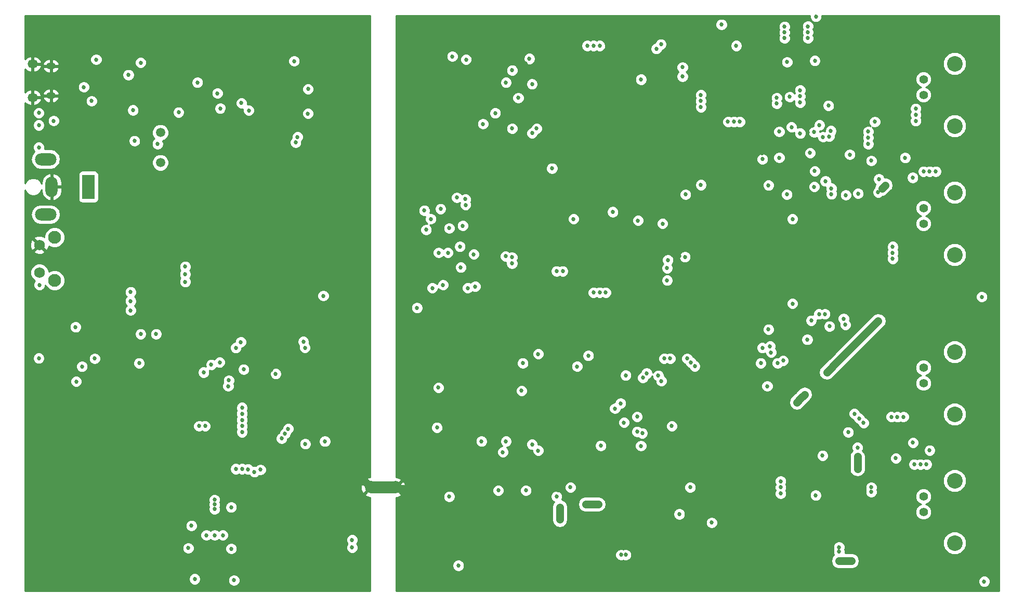
<source format=gbl>
%TF.GenerationSoftware,KiCad,Pcbnew,5.0.2-5.fc29*%
%TF.CreationDate,2019-08-24T17:40:22-05:00*%
%TF.ProjectId,impedance_777,696d7065-6461-46e6-9365-5f3737372e6b,1*%
%TF.SameCoordinates,Original*%
%TF.FileFunction,Copper,L4,Bot*%
%TF.FilePolarity,Positive*%
%FSLAX46Y46*%
G04 Gerber Fmt 4.6, Leading zero omitted, Abs format (unit mm)*
G04 Created by KiCad (PCBNEW 5.0.2-5.fc29) date Sat 24 Aug 2019 05:40:22 PM CDT*
%MOMM*%
%LPD*%
G01*
G04 APERTURE LIST*
%ADD10C,0.100000*%
%ADD11O,1.500000X1.100000*%
%ADD12O,1.700000X1.350000*%
%ADD13O,3.500000X2.000000*%
%ADD14O,2.000000X3.300000*%
%ADD15R,2.000000X4.000000*%
%ADD16C,1.500000*%
%ADD17C,2.000000*%
%ADD18C,2.100000*%
%ADD19C,1.750000*%
%ADD20C,2.540000*%
%ADD21C,1.397000*%
%ADD22C,0.685800*%
%ADD23C,1.270000*%
%ADD24C,0.254000*%
G04 APERTURE END LIST*
D10*
G36*
X120000000Y-138000000D02*
X124000000Y-138000000D01*
X124000000Y-136000000D01*
X120000000Y-136000000D01*
X120000000Y-138000000D01*
G37*
D11*
X67885000Y-68305000D03*
X67885000Y-73145000D03*
D12*
X64885000Y-67995000D03*
X64885000Y-73455000D03*
D13*
X67000000Y-92500000D03*
X67000000Y-83500000D03*
D14*
X68000000Y-88000000D03*
D15*
X74000000Y-88000000D03*
D16*
X85712055Y-84062108D03*
X85712055Y-79162108D03*
D17*
X124000000Y-137000000D03*
X120000000Y-137000000D03*
D18*
X68490000Y-103250000D03*
D19*
X66000000Y-102000000D03*
X66000000Y-97500000D03*
D18*
X68490000Y-96240000D03*
D20*
X215080000Y-78080000D03*
X215080000Y-67920000D03*
D21*
X210000000Y-70460000D03*
X210000000Y-73000000D03*
D20*
X215080000Y-99080000D03*
X215080000Y-88920000D03*
D21*
X210000000Y-91460000D03*
X210000000Y-94000000D03*
D20*
X215080000Y-125080000D03*
X215080000Y-114920000D03*
D21*
X210000000Y-117460000D03*
X210000000Y-120000000D03*
D20*
X215080000Y-146080000D03*
X215080000Y-135920000D03*
D21*
X210000000Y-138460000D03*
X210000000Y-141000000D03*
D22*
X135500000Y-67250000D03*
X95368922Y-116618922D03*
X129000000Y-109500000D03*
X131000000Y-109500000D03*
X137000000Y-109500000D03*
X139000000Y-109500000D03*
X132699752Y-109572859D03*
X152250000Y-65500000D03*
X152250000Y-70250000D03*
X126000000Y-137250000D03*
X127250000Y-137250000D03*
X130750000Y-138250000D03*
X191500000Y-129000000D03*
X130750000Y-130500000D03*
X198500000Y-61750000D03*
X209000000Y-79500000D03*
X146000000Y-146000000D03*
X144750000Y-142000000D03*
X150500000Y-137500000D03*
X151000000Y-98750000D03*
X145000000Y-94000000D03*
X138250000Y-94000000D03*
X205497499Y-130250000D03*
X187250000Y-121425000D03*
X164000000Y-122750000D03*
X156250000Y-122500000D03*
X153500000Y-126750000D03*
X94530800Y-139030800D03*
X94530800Y-139780800D03*
X94530800Y-140530800D03*
X116933510Y-146816490D03*
X116933510Y-145566490D03*
X143819648Y-129292426D03*
X202538078Y-133825488D03*
X163500000Y-89000000D03*
X163500000Y-97750000D03*
X170250000Y-99250000D03*
X145223031Y-67842477D03*
X175750000Y-63750000D03*
X186000000Y-61750000D03*
X178000000Y-136500000D03*
X183744366Y-82542832D03*
X162750000Y-115500000D03*
X163000000Y-119000000D03*
X143500000Y-126000000D03*
X142000000Y-117500000D03*
X188750000Y-111750000D03*
X205500000Y-123500000D03*
X206500000Y-123500000D03*
X207500000Y-123500000D03*
X199630807Y-80408029D03*
X198454712Y-79231934D03*
X199828714Y-78855936D03*
X191140137Y-79101148D03*
X198500000Y-63750000D03*
X200500000Y-63750000D03*
X202500000Y-63750000D03*
X204500000Y-63750000D03*
X206500000Y-63750000D03*
X198500000Y-65750000D03*
X200500000Y-65750000D03*
X202500000Y-65750000D03*
X204500000Y-65750000D03*
X206500000Y-65750000D03*
X198500000Y-67750000D03*
X200500000Y-67750000D03*
X202500000Y-67750000D03*
X204500000Y-67750000D03*
X206500000Y-67750000D03*
X204500000Y-61750000D03*
X200500000Y-69750000D03*
X202500000Y-69750000D03*
X204500000Y-69750000D03*
X206500000Y-69750000D03*
X206500000Y-61750000D03*
X202500000Y-61750000D03*
X202500000Y-71750000D03*
X204500000Y-71750000D03*
X200500000Y-61750000D03*
X175000000Y-91250000D03*
X177000000Y-91250000D03*
X179000000Y-91250000D03*
X181000000Y-91250000D03*
X183000000Y-91250000D03*
X175000000Y-93250000D03*
X177000000Y-93250000D03*
X179000000Y-93250000D03*
X181000000Y-93250000D03*
X175000000Y-95250000D03*
X177000000Y-95250000D03*
X179000000Y-95250000D03*
X175000000Y-97250000D03*
X177000000Y-97250000D03*
X175000000Y-99250000D03*
X172500000Y-108250000D03*
X174500000Y-108250000D03*
X178500000Y-108250000D03*
X180500000Y-108250000D03*
X172500000Y-110250000D03*
X174500000Y-110250000D03*
X176500000Y-110250000D03*
X180500000Y-110250000D03*
X172500000Y-112250000D03*
X174500000Y-112250000D03*
X176500000Y-112250000D03*
X178500000Y-112250000D03*
X172500000Y-114250000D03*
X174500000Y-114250000D03*
X176500000Y-114250000D03*
X178500000Y-114250000D03*
X180500000Y-114250000D03*
X174500000Y-116250000D03*
X176500000Y-116250000D03*
X178500000Y-116250000D03*
X180500000Y-116250000D03*
X172500000Y-120250000D03*
X172500000Y-122250000D03*
X174500000Y-122250000D03*
X172500000Y-124250000D03*
X174500000Y-124250000D03*
X176500000Y-124250000D03*
X172500000Y-126250000D03*
X174500000Y-126250000D03*
X172500000Y-128250000D03*
X207500000Y-102750000D03*
X209500000Y-102750000D03*
X211500000Y-102750000D03*
X213500000Y-102750000D03*
X215500000Y-102750000D03*
X207500000Y-104750000D03*
X209500000Y-104750000D03*
X211500000Y-104750000D03*
X213500000Y-104750000D03*
X215500000Y-104750000D03*
X207500000Y-106750000D03*
X209500000Y-106750000D03*
X211500000Y-106750000D03*
X213500000Y-106750000D03*
X215500000Y-106750000D03*
X207500000Y-108750000D03*
X209500000Y-108750000D03*
X211500000Y-108750000D03*
X213500000Y-108750000D03*
X215500000Y-108750000D03*
X207500000Y-110750000D03*
X209500000Y-110750000D03*
X211500000Y-110750000D03*
X213500000Y-110750000D03*
X215500000Y-110750000D03*
X196750000Y-151000000D03*
X198750000Y-151000000D03*
X200750000Y-151000000D03*
X202750000Y-151000000D03*
X204750000Y-151000000D03*
X206750000Y-151000000D03*
X208750000Y-151000000D03*
X210750000Y-151000000D03*
X212750000Y-151000000D03*
X214750000Y-151000000D03*
X125750000Y-111500000D03*
X127750000Y-111500000D03*
X129750000Y-111500000D03*
X131750000Y-111500000D03*
X133750000Y-111500000D03*
X125750000Y-113500000D03*
X127750000Y-113500000D03*
X129750000Y-113500000D03*
X131750000Y-113500000D03*
X125750000Y-115500000D03*
X127750000Y-115500000D03*
X129750000Y-115500000D03*
X125750000Y-117500000D03*
X127750000Y-117500000D03*
X125750000Y-119500000D03*
X126502975Y-153505719D03*
X147000000Y-78500000D03*
X143000000Y-78500000D03*
X156250000Y-105250000D03*
X157250000Y-105250000D03*
X158250000Y-105250000D03*
X150250000Y-101750000D03*
X151250000Y-101750000D03*
X173750000Y-87687127D03*
X171250000Y-89250000D03*
X153000000Y-93250000D03*
X171500000Y-116000000D03*
X172125000Y-116625000D03*
X172750000Y-117250000D03*
X167750000Y-116000000D03*
X168750000Y-116000000D03*
X186750000Y-137000000D03*
X186750000Y-136000000D03*
X186750000Y-138000000D03*
X201500000Y-137000000D03*
X201500000Y-137750000D03*
X196250000Y-147500000D03*
X196250000Y-146750000D03*
X160750000Y-148000000D03*
X161500000Y-148000000D03*
X142981680Y-100481680D03*
X142981680Y-99481680D03*
X136750000Y-99000000D03*
X134500000Y-97750000D03*
X134000000Y-89750000D03*
X138250000Y-77750000D03*
X132750000Y-138500000D03*
X130750000Y-127250000D03*
X134250000Y-149750000D03*
X199250000Y-130500000D03*
X201500000Y-83750000D03*
X198000000Y-82750000D03*
X202750000Y-86750000D03*
X186500000Y-83250000D03*
X186500000Y-79000000D03*
X144541410Y-121250000D03*
X183750000Y-114250000D03*
X194525000Y-74750000D03*
X188500000Y-78250000D03*
X188500000Y-78250000D03*
X188500000Y-78250000D03*
X134959823Y-94346072D03*
X81500000Y-80500000D03*
X85250000Y-81000000D03*
X80850000Y-108150000D03*
X89750000Y-101000000D03*
X80850000Y-105150000D03*
X89750000Y-103500000D03*
X89750000Y-102250000D03*
X80850000Y-106650000D03*
X96750000Y-120500000D03*
X104500000Y-118500000D03*
X95468029Y-75228686D03*
X88676481Y-75851490D03*
X82250000Y-116750000D03*
X66000000Y-104000000D03*
X107500000Y-67500000D03*
X94000000Y-117000000D03*
X92750000Y-118250000D03*
X96843375Y-119564838D03*
X173750000Y-75000000D03*
X173750000Y-74000000D03*
X173750000Y-73000000D03*
X180101490Y-77398510D03*
X179148512Y-77398510D03*
X178148510Y-77398510D03*
X159391001Y-92095000D03*
X147250000Y-115250000D03*
X144750000Y-116750000D03*
X142000000Y-129500000D03*
X138000000Y-129500000D03*
X131000000Y-120750000D03*
X94551490Y-144801490D03*
X95870210Y-144801490D03*
X93198500Y-144801490D03*
X172000000Y-137000000D03*
X152500000Y-137000000D03*
X147250000Y-131000000D03*
X208250000Y-86500000D03*
X202076490Y-77398510D03*
X206997499Y-83274721D03*
X205500000Y-132250000D03*
X208294980Y-129712835D03*
X211003058Y-130965177D03*
X90250000Y-146900000D03*
X90750000Y-143250000D03*
X97250000Y-147000000D03*
X97250000Y-140250000D03*
X72000000Y-119750000D03*
X71881078Y-110868922D03*
X91750000Y-71000000D03*
X74500000Y-74000000D03*
X75250000Y-67250000D03*
X73237500Y-71737500D03*
X81250000Y-75500000D03*
X95000000Y-72750000D03*
X163500000Y-93500000D03*
X167500000Y-94000000D03*
X171167945Y-99451556D03*
X164000000Y-70500000D03*
X141500000Y-131250000D03*
X140750000Y-137500000D03*
X150250000Y-138500000D03*
X100100000Y-75550000D03*
X68323033Y-77248519D03*
X109737055Y-76062108D03*
X65900000Y-81550000D03*
X109762055Y-72062108D03*
X65900000Y-77950000D03*
X98900000Y-74350000D03*
X65900000Y-75950000D03*
X219500000Y-105950000D03*
X97700000Y-152150000D03*
X91300000Y-151950000D03*
X65900000Y-115950000D03*
X112248136Y-105768345D03*
X112248136Y-105768345D03*
X219900000Y-152350000D03*
X202622234Y-88877766D03*
X203250000Y-88250000D03*
X150750000Y-142250000D03*
X150750000Y-141250000D03*
X150750000Y-140250000D03*
X203875000Y-87625000D03*
X190625000Y-121875000D03*
X190000000Y-122500000D03*
X189375000Y-123125000D03*
X194250000Y-118250000D03*
X194875000Y-117625000D03*
X195500000Y-117000000D03*
X191175000Y-63750000D03*
X191175000Y-62787500D03*
X191175000Y-61825000D03*
X210000000Y-85500000D03*
X211000000Y-85500000D03*
X212000000Y-85500000D03*
X205000000Y-97750000D03*
X205000000Y-98750000D03*
X205000000Y-99750000D03*
X208750000Y-75250000D03*
X208750000Y-76250000D03*
X208750000Y-77250000D03*
X187365000Y-63750000D03*
X187365000Y-62817500D03*
X187365000Y-61885000D03*
X201000000Y-81000000D03*
X201000000Y-80000000D03*
X201000000Y-79000000D03*
X193568217Y-131818217D03*
X199250000Y-134000000D03*
X199250000Y-133000000D03*
X199250000Y-132000000D03*
X155000000Y-139750000D03*
X156000000Y-139750000D03*
X157000000Y-139750000D03*
X209500000Y-133250000D03*
X210500000Y-133250000D03*
X208500000Y-133250000D03*
X186095000Y-74404998D03*
X186095000Y-73499828D03*
X196250000Y-149000000D03*
X197250000Y-149000000D03*
X198250000Y-149000000D03*
X204750000Y-125500000D03*
X205750000Y-125500000D03*
X206750000Y-125500000D03*
X189905000Y-72250000D03*
X189905000Y-73250000D03*
X189905000Y-74250000D03*
X200250000Y-126500000D03*
X199500000Y-125750000D03*
X198750000Y-125000000D03*
X192437548Y-138312452D03*
X197750000Y-128000000D03*
X189905000Y-79291410D03*
X168250000Y-101250000D03*
X168250000Y-103250000D03*
X170227999Y-141365000D03*
X175500000Y-142750000D03*
X72950000Y-117300000D03*
X75000000Y-116000000D03*
X92000000Y-127000000D03*
X142000000Y-71000000D03*
X93000000Y-127000000D03*
X143000000Y-69000000D03*
X107750000Y-80750000D03*
X109000000Y-113250000D03*
X109243922Y-114243922D03*
X108047184Y-79858413D03*
X129000000Y-95000000D03*
X128689675Y-91847622D03*
X131342899Y-91592899D03*
X131037410Y-98750000D03*
X109301547Y-129923329D03*
X130000000Y-104500000D03*
X131750000Y-104000000D03*
X132526090Y-98750000D03*
X106526945Y-127448510D03*
X129750000Y-93250000D03*
X135750000Y-104500000D03*
X106000000Y-128250000D03*
X134630429Y-101130429D03*
X135381444Y-90006683D03*
X127500000Y-107750000D03*
X112500001Y-129500000D03*
X137000000Y-104250000D03*
X105466418Y-129023651D03*
X135414410Y-90954812D03*
X80500000Y-69750000D03*
X82500000Y-67750000D03*
X166500000Y-65500000D03*
X98806301Y-113306301D03*
X146250000Y-130000000D03*
X170750000Y-70000000D03*
X170750000Y-68500000D03*
X167250000Y-64750000D03*
X164300000Y-119125000D03*
X167300000Y-119650000D03*
X164912600Y-118412282D03*
X166781114Y-118769389D03*
X155250000Y-65000000D03*
X156250000Y-65000000D03*
X157250000Y-65000000D03*
X145250000Y-137500000D03*
X153585590Y-117284086D03*
X155414410Y-115533843D03*
X149500000Y-85000000D03*
X146250000Y-79250000D03*
X132750000Y-94750000D03*
X141926070Y-99323930D03*
X99000000Y-126000000D03*
X161227529Y-126431310D03*
X157454420Y-130204420D03*
X99000000Y-128000000D03*
X163370386Y-127927160D03*
X163350000Y-125475000D03*
X161500000Y-118750000D03*
X99000000Y-125000000D03*
X160661244Y-123326490D03*
X99000000Y-127000000D03*
X169000000Y-127000000D03*
X99000000Y-124000000D03*
X159750000Y-124149998D03*
X192500000Y-60250000D03*
X99277822Y-117752848D03*
X188673090Y-107035410D03*
X184750000Y-111250004D03*
X188673090Y-93258650D03*
X187750000Y-89250000D03*
X199349039Y-89099039D03*
X193631078Y-79868922D03*
X197349039Y-89349039D03*
X194911343Y-78884121D03*
X194689699Y-110726086D03*
X193939813Y-108750000D03*
X194037410Y-87082906D03*
X192168968Y-79085035D03*
X98000000Y-114250000D03*
X192311126Y-67438875D03*
X184554175Y-120503915D03*
X100000000Y-134079521D03*
X192212590Y-88000000D03*
X197287410Y-110500000D03*
X195000006Y-89189811D03*
X183500000Y-116750000D03*
X186250000Y-116750000D03*
X102000000Y-134127009D03*
X187149079Y-116331517D03*
X192291733Y-85438885D03*
X197000000Y-109500000D03*
X195000000Y-88250008D03*
X99000000Y-134000000D03*
X185188169Y-115000000D03*
X184750000Y-87750000D03*
X100999934Y-134485932D03*
X191722467Y-109791855D03*
X193000000Y-108750000D03*
X193050441Y-77945944D03*
X194654207Y-79788072D03*
X98000048Y-134000000D03*
X184999992Y-114000000D03*
X183769916Y-83482297D03*
X85000000Y-112000000D03*
X82500000Y-112000000D03*
X163977311Y-130238593D03*
X164200000Y-128168920D03*
X187780685Y-67649090D03*
X188215910Y-73330385D03*
X191535289Y-82476867D03*
X168365967Y-99930664D03*
X191074781Y-112909836D03*
X133250000Y-66750000D03*
X140250000Y-76000000D03*
X104000000Y-62000000D03*
X73000000Y-113250000D03*
X89750000Y-123500000D03*
X112312383Y-127301490D03*
X109000000Y-118750000D03*
X103801490Y-117832114D03*
X98000000Y-106750000D03*
X87750000Y-120750000D03*
X80500000Y-113000000D03*
X75500000Y-117250000D03*
X68000000Y-119250000D03*
X68000000Y-124250000D03*
X118000000Y-126750000D03*
X116250000Y-129750000D03*
X88250000Y-73000000D03*
X79500000Y-63000000D03*
X81750000Y-70212590D03*
X144000000Y-73500000D03*
X146250000Y-71250000D03*
X145814005Y-67111727D03*
X179500000Y-65000000D03*
X118250000Y-119500000D03*
X116750000Y-112500000D03*
X119000000Y-109750000D03*
X116300000Y-63550000D03*
X117500000Y-63550000D03*
X118700000Y-63550000D03*
X64750000Y-61750000D03*
X64750000Y-63750000D03*
X64750000Y-65750000D03*
X177100000Y-61550000D03*
X93991483Y-78620143D03*
X96500000Y-75651490D03*
D23*
X124250000Y-137250000D02*
X124000000Y-137000000D01*
X126000000Y-137250000D02*
X124250000Y-137250000D01*
X203250000Y-88250000D02*
X203750000Y-87750000D01*
X150750000Y-140250000D02*
X150750000Y-142250000D01*
X190000000Y-122500000D02*
X190625000Y-121875000D01*
X189375000Y-123125000D02*
X190000000Y-122500000D01*
X194250000Y-118250000D02*
X194875000Y-117625000D01*
X194875000Y-117625000D02*
X195500000Y-117000000D01*
X195500000Y-117000000D02*
X202622234Y-109877766D01*
X199250000Y-132000000D02*
X199250000Y-134000000D01*
X156000000Y-139750000D02*
X155000000Y-139750000D01*
X157000000Y-139750000D02*
X156000000Y-139750000D01*
X197250000Y-149000000D02*
X196250000Y-149000000D01*
X198250000Y-149000000D02*
X197250000Y-149000000D01*
X120000000Y-137000000D02*
X119000001Y-136000001D01*
X118750001Y-136000001D02*
X119000001Y-136000001D01*
D24*
G36*
X191522100Y-60444516D02*
X191670977Y-60803936D01*
X191946064Y-61079023D01*
X192305484Y-61227900D01*
X192694516Y-61227900D01*
X193053936Y-61079023D01*
X193329023Y-60803936D01*
X193477900Y-60444516D01*
X193477900Y-60127000D01*
X222315000Y-60127000D01*
X222315001Y-153873000D01*
X124127000Y-153873000D01*
X124127000Y-152155484D01*
X218922100Y-152155484D01*
X218922100Y-152544516D01*
X219070977Y-152903936D01*
X219346064Y-153179023D01*
X219705484Y-153327900D01*
X220094516Y-153327900D01*
X220453936Y-153179023D01*
X220729023Y-152903936D01*
X220877900Y-152544516D01*
X220877900Y-152155484D01*
X220729023Y-151796064D01*
X220453936Y-151520977D01*
X220094516Y-151372100D01*
X219705484Y-151372100D01*
X219346064Y-151520977D01*
X219070977Y-151796064D01*
X218922100Y-152155484D01*
X124127000Y-152155484D01*
X124127000Y-149555484D01*
X133272100Y-149555484D01*
X133272100Y-149944516D01*
X133420977Y-150303936D01*
X133696064Y-150579023D01*
X134055484Y-150727900D01*
X134444516Y-150727900D01*
X134803936Y-150579023D01*
X135079023Y-150303936D01*
X135227900Y-149944516D01*
X135227900Y-149555484D01*
X135079023Y-149196064D01*
X134882959Y-149000000D01*
X194955120Y-149000000D01*
X195053687Y-149495529D01*
X195334382Y-149915618D01*
X195754471Y-150196313D01*
X196124920Y-150270000D01*
X198375080Y-150270000D01*
X198745529Y-150196313D01*
X199165618Y-149915618D01*
X199446313Y-149495529D01*
X199544880Y-149000000D01*
X199446313Y-148504471D01*
X199165618Y-148084382D01*
X198745529Y-147803687D01*
X198375080Y-147730000D01*
X197213202Y-147730000D01*
X197227900Y-147694516D01*
X197227900Y-147305484D01*
X197153141Y-147125000D01*
X197227900Y-146944516D01*
X197227900Y-146555484D01*
X197079023Y-146196064D01*
X196803936Y-145920977D01*
X196444516Y-145772100D01*
X196055484Y-145772100D01*
X195696064Y-145920977D01*
X195420977Y-146196064D01*
X195272100Y-146555484D01*
X195272100Y-146944516D01*
X195346859Y-147125000D01*
X195272100Y-147305484D01*
X195272100Y-147694516D01*
X195412083Y-148032464D01*
X195334382Y-148084382D01*
X195053687Y-148504471D01*
X194955120Y-149000000D01*
X134882959Y-149000000D01*
X134803936Y-148920977D01*
X134444516Y-148772100D01*
X134055484Y-148772100D01*
X133696064Y-148920977D01*
X133420977Y-149196064D01*
X133272100Y-149555484D01*
X124127000Y-149555484D01*
X124127000Y-147805484D01*
X159772100Y-147805484D01*
X159772100Y-148194516D01*
X159920977Y-148553936D01*
X160196064Y-148829023D01*
X160555484Y-148977900D01*
X160944516Y-148977900D01*
X161125000Y-148903141D01*
X161305484Y-148977900D01*
X161694516Y-148977900D01*
X162053936Y-148829023D01*
X162329023Y-148553936D01*
X162477900Y-148194516D01*
X162477900Y-147805484D01*
X162329023Y-147446064D01*
X162053936Y-147170977D01*
X161694516Y-147022100D01*
X161305484Y-147022100D01*
X161125000Y-147096859D01*
X160944516Y-147022100D01*
X160555484Y-147022100D01*
X160196064Y-147170977D01*
X159920977Y-147446064D01*
X159772100Y-147805484D01*
X124127000Y-147805484D01*
X124127000Y-145701072D01*
X213175000Y-145701072D01*
X213175000Y-146458928D01*
X213465019Y-147159096D01*
X214000904Y-147694981D01*
X214701072Y-147985000D01*
X215458928Y-147985000D01*
X216159096Y-147694981D01*
X216694981Y-147159096D01*
X216985000Y-146458928D01*
X216985000Y-145701072D01*
X216694981Y-145000904D01*
X216159096Y-144465019D01*
X215458928Y-144175000D01*
X214701072Y-144175000D01*
X214000904Y-144465019D01*
X213465019Y-145000904D01*
X213175000Y-145701072D01*
X124127000Y-145701072D01*
X124127000Y-138631420D01*
X124385460Y-138621856D01*
X124874264Y-138419387D01*
X124916376Y-138305484D01*
X131772100Y-138305484D01*
X131772100Y-138694516D01*
X131920977Y-139053936D01*
X132196064Y-139329023D01*
X132555484Y-139477900D01*
X132944516Y-139477900D01*
X133303936Y-139329023D01*
X133579023Y-139053936D01*
X133727900Y-138694516D01*
X133727900Y-138305484D01*
X133579023Y-137946064D01*
X133303936Y-137670977D01*
X132944516Y-137522100D01*
X132555484Y-137522100D01*
X132196064Y-137670977D01*
X131920977Y-137946064D01*
X131772100Y-138305484D01*
X124916376Y-138305484D01*
X124972927Y-138152532D01*
X124635000Y-137814605D01*
X124635000Y-137455395D01*
X125152532Y-137972927D01*
X125419387Y-137874264D01*
X125630696Y-137305484D01*
X139772100Y-137305484D01*
X139772100Y-137694516D01*
X139920977Y-138053936D01*
X140196064Y-138329023D01*
X140555484Y-138477900D01*
X140944516Y-138477900D01*
X141303936Y-138329023D01*
X141579023Y-138053936D01*
X141727900Y-137694516D01*
X141727900Y-137305484D01*
X144272100Y-137305484D01*
X144272100Y-137694516D01*
X144420977Y-138053936D01*
X144696064Y-138329023D01*
X145055484Y-138477900D01*
X145444516Y-138477900D01*
X145803936Y-138329023D01*
X145827475Y-138305484D01*
X149272100Y-138305484D01*
X149272100Y-138694516D01*
X149420977Y-139053936D01*
X149696064Y-139329023D01*
X149807203Y-139375058D01*
X149553687Y-139754472D01*
X149480000Y-140124921D01*
X149480001Y-142375080D01*
X149553688Y-142745529D01*
X149834383Y-143165618D01*
X150254472Y-143446313D01*
X150750000Y-143544880D01*
X151245529Y-143446313D01*
X151665618Y-143165618D01*
X151946313Y-142745529D01*
X151984115Y-142555484D01*
X174522100Y-142555484D01*
X174522100Y-142944516D01*
X174670977Y-143303936D01*
X174946064Y-143579023D01*
X175305484Y-143727900D01*
X175694516Y-143727900D01*
X176053936Y-143579023D01*
X176329023Y-143303936D01*
X176477900Y-142944516D01*
X176477900Y-142555484D01*
X176329023Y-142196064D01*
X176053936Y-141920977D01*
X175694516Y-141772100D01*
X175305484Y-141772100D01*
X174946064Y-141920977D01*
X174670977Y-142196064D01*
X174522100Y-142555484D01*
X151984115Y-142555484D01*
X152020000Y-142375080D01*
X152020000Y-141170484D01*
X169250099Y-141170484D01*
X169250099Y-141559516D01*
X169398976Y-141918936D01*
X169674063Y-142194023D01*
X170033483Y-142342900D01*
X170422515Y-142342900D01*
X170781935Y-142194023D01*
X171057022Y-141918936D01*
X171205899Y-141559516D01*
X171205899Y-141170484D01*
X171057022Y-140811064D01*
X170781935Y-140535977D01*
X170422515Y-140387100D01*
X170033483Y-140387100D01*
X169674063Y-140535977D01*
X169398976Y-140811064D01*
X169250099Y-141170484D01*
X152020000Y-141170484D01*
X152020000Y-140124920D01*
X151946313Y-139754471D01*
X151943326Y-139750000D01*
X153705120Y-139750000D01*
X153803687Y-140245529D01*
X154084382Y-140665618D01*
X154504471Y-140946313D01*
X154874920Y-141020000D01*
X157125080Y-141020000D01*
X157495529Y-140946313D01*
X157915618Y-140665618D01*
X158196313Y-140245529D01*
X158294880Y-139750000D01*
X158196313Y-139254471D01*
X157915618Y-138834382D01*
X157495529Y-138553687D01*
X157125080Y-138480000D01*
X154874920Y-138480000D01*
X154504471Y-138553687D01*
X154084382Y-138834382D01*
X153803687Y-139254471D01*
X153705120Y-139750000D01*
X151943326Y-139750000D01*
X151665618Y-139334382D01*
X151245528Y-139053687D01*
X151091793Y-139023107D01*
X151227900Y-138694516D01*
X151227900Y-138305484D01*
X151079023Y-137946064D01*
X150803936Y-137670977D01*
X150444516Y-137522100D01*
X150055484Y-137522100D01*
X149696064Y-137670977D01*
X149420977Y-137946064D01*
X149272100Y-138305484D01*
X145827475Y-138305484D01*
X146079023Y-138053936D01*
X146227900Y-137694516D01*
X146227900Y-137305484D01*
X146079023Y-136946064D01*
X145938443Y-136805484D01*
X151522100Y-136805484D01*
X151522100Y-137194516D01*
X151670977Y-137553936D01*
X151946064Y-137829023D01*
X152305484Y-137977900D01*
X152694516Y-137977900D01*
X153053936Y-137829023D01*
X153329023Y-137553936D01*
X153477900Y-137194516D01*
X153477900Y-136805484D01*
X171022100Y-136805484D01*
X171022100Y-137194516D01*
X171170977Y-137553936D01*
X171446064Y-137829023D01*
X171805484Y-137977900D01*
X172194516Y-137977900D01*
X172553936Y-137829023D01*
X172829023Y-137553936D01*
X172977900Y-137194516D01*
X172977900Y-136805484D01*
X172829023Y-136446064D01*
X172553936Y-136170977D01*
X172194516Y-136022100D01*
X171805484Y-136022100D01*
X171446064Y-136170977D01*
X171170977Y-136446064D01*
X171022100Y-136805484D01*
X153477900Y-136805484D01*
X153329023Y-136446064D01*
X153053936Y-136170977D01*
X152694516Y-136022100D01*
X152305484Y-136022100D01*
X151946064Y-136170977D01*
X151670977Y-136446064D01*
X151522100Y-136805484D01*
X145938443Y-136805484D01*
X145803936Y-136670977D01*
X145444516Y-136522100D01*
X145055484Y-136522100D01*
X144696064Y-136670977D01*
X144420977Y-136946064D01*
X144272100Y-137305484D01*
X141727900Y-137305484D01*
X141579023Y-136946064D01*
X141303936Y-136670977D01*
X140944516Y-136522100D01*
X140555484Y-136522100D01*
X140196064Y-136670977D01*
X139920977Y-136946064D01*
X139772100Y-137305484D01*
X125630696Y-137305484D01*
X125645908Y-137264539D01*
X125621856Y-136614540D01*
X125419387Y-136125736D01*
X125152532Y-136027073D01*
X124635000Y-136544605D01*
X124635000Y-136185395D01*
X124972927Y-135847468D01*
X124957405Y-135805484D01*
X185772100Y-135805484D01*
X185772100Y-136194516D01*
X185898636Y-136500000D01*
X185772100Y-136805484D01*
X185772100Y-137194516D01*
X185898636Y-137500000D01*
X185772100Y-137805484D01*
X185772100Y-138194516D01*
X185920977Y-138553936D01*
X186196064Y-138829023D01*
X186555484Y-138977900D01*
X186944516Y-138977900D01*
X187303936Y-138829023D01*
X187579023Y-138553936D01*
X187727900Y-138194516D01*
X187727900Y-138117936D01*
X191459648Y-138117936D01*
X191459648Y-138506968D01*
X191608525Y-138866388D01*
X191883612Y-139141475D01*
X192243032Y-139290352D01*
X192632064Y-139290352D01*
X192991484Y-139141475D01*
X193266571Y-138866388D01*
X193415448Y-138506968D01*
X193415448Y-138117936D01*
X193266571Y-137758516D01*
X192991484Y-137483429D01*
X192632064Y-137334552D01*
X192243032Y-137334552D01*
X191883612Y-137483429D01*
X191608525Y-137758516D01*
X191459648Y-138117936D01*
X187727900Y-138117936D01*
X187727900Y-137805484D01*
X187601364Y-137500000D01*
X187727900Y-137194516D01*
X187727900Y-136805484D01*
X200522100Y-136805484D01*
X200522100Y-137194516D01*
X200596859Y-137375000D01*
X200522100Y-137555484D01*
X200522100Y-137944516D01*
X200670977Y-138303936D01*
X200946064Y-138579023D01*
X201305484Y-138727900D01*
X201694516Y-138727900D01*
X202053936Y-138579023D01*
X202329023Y-138303936D01*
X202374249Y-138194750D01*
X208666500Y-138194750D01*
X208666500Y-138725250D01*
X208869513Y-139215367D01*
X209244633Y-139590487D01*
X209581447Y-139730000D01*
X209244633Y-139869513D01*
X208869513Y-140244633D01*
X208666500Y-140734750D01*
X208666500Y-141265250D01*
X208869513Y-141755367D01*
X209244633Y-142130487D01*
X209734750Y-142333500D01*
X210265250Y-142333500D01*
X210755367Y-142130487D01*
X211130487Y-141755367D01*
X211333500Y-141265250D01*
X211333500Y-140734750D01*
X211130487Y-140244633D01*
X210755367Y-139869513D01*
X210418553Y-139730000D01*
X210755367Y-139590487D01*
X211130487Y-139215367D01*
X211333500Y-138725250D01*
X211333500Y-138194750D01*
X211130487Y-137704633D01*
X210755367Y-137329513D01*
X210265250Y-137126500D01*
X209734750Y-137126500D01*
X209244633Y-137329513D01*
X208869513Y-137704633D01*
X208666500Y-138194750D01*
X202374249Y-138194750D01*
X202477900Y-137944516D01*
X202477900Y-137555484D01*
X202403141Y-137375000D01*
X202477900Y-137194516D01*
X202477900Y-136805484D01*
X202329023Y-136446064D01*
X202053936Y-136170977D01*
X201694516Y-136022100D01*
X201305484Y-136022100D01*
X200946064Y-136170977D01*
X200670977Y-136446064D01*
X200522100Y-136805484D01*
X187727900Y-136805484D01*
X187601364Y-136500000D01*
X187727900Y-136194516D01*
X187727900Y-135805484D01*
X187618377Y-135541072D01*
X213175000Y-135541072D01*
X213175000Y-136298928D01*
X213465019Y-136999096D01*
X214000904Y-137534981D01*
X214701072Y-137825000D01*
X215458928Y-137825000D01*
X216159096Y-137534981D01*
X216694981Y-136999096D01*
X216985000Y-136298928D01*
X216985000Y-135541072D01*
X216694981Y-134840904D01*
X216159096Y-134305019D01*
X215458928Y-134015000D01*
X214701072Y-134015000D01*
X214000904Y-134305019D01*
X213465019Y-134840904D01*
X213175000Y-135541072D01*
X187618377Y-135541072D01*
X187579023Y-135446064D01*
X187303936Y-135170977D01*
X186944516Y-135022100D01*
X186555484Y-135022100D01*
X186196064Y-135170977D01*
X185920977Y-135446064D01*
X185772100Y-135805484D01*
X124957405Y-135805484D01*
X124874264Y-135580613D01*
X124264539Y-135354092D01*
X124127000Y-135359181D01*
X124127000Y-131055484D01*
X140522100Y-131055484D01*
X140522100Y-131444516D01*
X140670977Y-131803936D01*
X140946064Y-132079023D01*
X141305484Y-132227900D01*
X141694516Y-132227900D01*
X142053936Y-132079023D01*
X142329023Y-131803936D01*
X142477900Y-131444516D01*
X142477900Y-131055484D01*
X142329023Y-130696064D01*
X142110859Y-130477900D01*
X142194516Y-130477900D01*
X142553936Y-130329023D01*
X142829023Y-130053936D01*
X142931935Y-129805484D01*
X145272100Y-129805484D01*
X145272100Y-130194516D01*
X145420977Y-130553936D01*
X145696064Y-130829023D01*
X146055484Y-130977900D01*
X146272100Y-130977900D01*
X146272100Y-131194516D01*
X146420977Y-131553936D01*
X146696064Y-131829023D01*
X147055484Y-131977900D01*
X147444516Y-131977900D01*
X147803936Y-131829023D01*
X148009258Y-131623701D01*
X192590317Y-131623701D01*
X192590317Y-132012733D01*
X192739194Y-132372153D01*
X193014281Y-132647240D01*
X193373701Y-132796117D01*
X193762733Y-132796117D01*
X194122153Y-132647240D01*
X194397240Y-132372153D01*
X194546117Y-132012733D01*
X194546117Y-131874921D01*
X197980000Y-131874921D01*
X197980001Y-134125080D01*
X198053688Y-134495529D01*
X198334383Y-134915618D01*
X198754472Y-135196313D01*
X199250000Y-135294880D01*
X199745529Y-135196313D01*
X200165618Y-134915618D01*
X200446313Y-134495529D01*
X200520000Y-134125080D01*
X200520000Y-132055484D01*
X204522100Y-132055484D01*
X204522100Y-132444516D01*
X204670977Y-132803936D01*
X204946064Y-133079023D01*
X205305484Y-133227900D01*
X205694516Y-133227900D01*
X206053936Y-133079023D01*
X206077475Y-133055484D01*
X207522100Y-133055484D01*
X207522100Y-133444516D01*
X207670977Y-133803936D01*
X207946064Y-134079023D01*
X208305484Y-134227900D01*
X208694516Y-134227900D01*
X209000000Y-134101364D01*
X209305484Y-134227900D01*
X209694516Y-134227900D01*
X210000000Y-134101364D01*
X210305484Y-134227900D01*
X210694516Y-134227900D01*
X211053936Y-134079023D01*
X211329023Y-133803936D01*
X211477900Y-133444516D01*
X211477900Y-133055484D01*
X211329023Y-132696064D01*
X211053936Y-132420977D01*
X210694516Y-132272100D01*
X210305484Y-132272100D01*
X210000000Y-132398636D01*
X209694516Y-132272100D01*
X209305484Y-132272100D01*
X209000000Y-132398636D01*
X208694516Y-132272100D01*
X208305484Y-132272100D01*
X207946064Y-132420977D01*
X207670977Y-132696064D01*
X207522100Y-133055484D01*
X206077475Y-133055484D01*
X206329023Y-132803936D01*
X206477900Y-132444516D01*
X206477900Y-132055484D01*
X206329023Y-131696064D01*
X206053936Y-131420977D01*
X205694516Y-131272100D01*
X205305484Y-131272100D01*
X204946064Y-131420977D01*
X204670977Y-131696064D01*
X204522100Y-132055484D01*
X200520000Y-132055484D01*
X200520000Y-131874920D01*
X200446313Y-131504471D01*
X200165618Y-131084382D01*
X200087917Y-131032464D01*
X200196359Y-130770661D01*
X210025158Y-130770661D01*
X210025158Y-131159693D01*
X210174035Y-131519113D01*
X210449122Y-131794200D01*
X210808542Y-131943077D01*
X211197574Y-131943077D01*
X211556994Y-131794200D01*
X211832081Y-131519113D01*
X211980958Y-131159693D01*
X211980958Y-130770661D01*
X211832081Y-130411241D01*
X211556994Y-130136154D01*
X211197574Y-129987277D01*
X210808542Y-129987277D01*
X210449122Y-130136154D01*
X210174035Y-130411241D01*
X210025158Y-130770661D01*
X200196359Y-130770661D01*
X200227900Y-130694516D01*
X200227900Y-130305484D01*
X200079023Y-129946064D01*
X199803936Y-129670977D01*
X199444516Y-129522100D01*
X199055484Y-129522100D01*
X198696064Y-129670977D01*
X198420977Y-129946064D01*
X198272100Y-130305484D01*
X198272100Y-130694516D01*
X198412083Y-131032464D01*
X198334382Y-131084382D01*
X198053687Y-131504472D01*
X197980000Y-131874921D01*
X194546117Y-131874921D01*
X194546117Y-131623701D01*
X194397240Y-131264281D01*
X194122153Y-130989194D01*
X193762733Y-130840317D01*
X193373701Y-130840317D01*
X193014281Y-130989194D01*
X192739194Y-131264281D01*
X192590317Y-131623701D01*
X148009258Y-131623701D01*
X148079023Y-131553936D01*
X148227900Y-131194516D01*
X148227900Y-130805484D01*
X148079023Y-130446064D01*
X147803936Y-130170977D01*
X147444516Y-130022100D01*
X147227900Y-130022100D01*
X147227900Y-130009904D01*
X156476520Y-130009904D01*
X156476520Y-130398936D01*
X156625397Y-130758356D01*
X156900484Y-131033443D01*
X157259904Y-131182320D01*
X157648936Y-131182320D01*
X158008356Y-131033443D01*
X158283443Y-130758356D01*
X158432320Y-130398936D01*
X158432320Y-130044077D01*
X162999411Y-130044077D01*
X162999411Y-130433109D01*
X163148288Y-130792529D01*
X163423375Y-131067616D01*
X163782795Y-131216493D01*
X164171827Y-131216493D01*
X164531247Y-131067616D01*
X164806334Y-130792529D01*
X164955211Y-130433109D01*
X164955211Y-130044077D01*
X164806334Y-129684657D01*
X164639996Y-129518319D01*
X207317080Y-129518319D01*
X207317080Y-129907351D01*
X207465957Y-130266771D01*
X207741044Y-130541858D01*
X208100464Y-130690735D01*
X208489496Y-130690735D01*
X208848916Y-130541858D01*
X209124003Y-130266771D01*
X209272880Y-129907351D01*
X209272880Y-129518319D01*
X209124003Y-129158899D01*
X208848916Y-128883812D01*
X208489496Y-128734935D01*
X208100464Y-128734935D01*
X207741044Y-128883812D01*
X207465957Y-129158899D01*
X207317080Y-129518319D01*
X164639996Y-129518319D01*
X164531247Y-129409570D01*
X164171827Y-129260693D01*
X163782795Y-129260693D01*
X163423375Y-129409570D01*
X163148288Y-129684657D01*
X162999411Y-130044077D01*
X158432320Y-130044077D01*
X158432320Y-130009904D01*
X158283443Y-129650484D01*
X158008356Y-129375397D01*
X157648936Y-129226520D01*
X157259904Y-129226520D01*
X156900484Y-129375397D01*
X156625397Y-129650484D01*
X156476520Y-130009904D01*
X147227900Y-130009904D01*
X147227900Y-129805484D01*
X147079023Y-129446064D01*
X146803936Y-129170977D01*
X146444516Y-129022100D01*
X146055484Y-129022100D01*
X145696064Y-129170977D01*
X145420977Y-129446064D01*
X145272100Y-129805484D01*
X142931935Y-129805484D01*
X142977900Y-129694516D01*
X142977900Y-129305484D01*
X142829023Y-128946064D01*
X142553936Y-128670977D01*
X142194516Y-128522100D01*
X141805484Y-128522100D01*
X141446064Y-128670977D01*
X141170977Y-128946064D01*
X141022100Y-129305484D01*
X141022100Y-129694516D01*
X141170977Y-130053936D01*
X141389141Y-130272100D01*
X141305484Y-130272100D01*
X140946064Y-130420977D01*
X140670977Y-130696064D01*
X140522100Y-131055484D01*
X124127000Y-131055484D01*
X124127000Y-129305484D01*
X137022100Y-129305484D01*
X137022100Y-129694516D01*
X137170977Y-130053936D01*
X137446064Y-130329023D01*
X137805484Y-130477900D01*
X138194516Y-130477900D01*
X138553936Y-130329023D01*
X138829023Y-130053936D01*
X138977900Y-129694516D01*
X138977900Y-129305484D01*
X138829023Y-128946064D01*
X138553936Y-128670977D01*
X138194516Y-128522100D01*
X137805484Y-128522100D01*
X137446064Y-128670977D01*
X137170977Y-128946064D01*
X137022100Y-129305484D01*
X124127000Y-129305484D01*
X124127000Y-127055484D01*
X129772100Y-127055484D01*
X129772100Y-127444516D01*
X129920977Y-127803936D01*
X130196064Y-128079023D01*
X130555484Y-128227900D01*
X130944516Y-128227900D01*
X131303936Y-128079023D01*
X131579023Y-127803936D01*
X131608553Y-127732644D01*
X162392486Y-127732644D01*
X162392486Y-128121676D01*
X162541363Y-128481096D01*
X162816450Y-128756183D01*
X163175870Y-128905060D01*
X163553181Y-128905060D01*
X163646064Y-128997943D01*
X164005484Y-129146820D01*
X164394516Y-129146820D01*
X164753936Y-128997943D01*
X165029023Y-128722856D01*
X165177900Y-128363436D01*
X165177900Y-127974404D01*
X165029023Y-127614984D01*
X164753936Y-127339897D01*
X164394516Y-127191020D01*
X164017205Y-127191020D01*
X163924322Y-127098137D01*
X163564902Y-126949260D01*
X163175870Y-126949260D01*
X162816450Y-127098137D01*
X162541363Y-127373224D01*
X162392486Y-127732644D01*
X131608553Y-127732644D01*
X131727900Y-127444516D01*
X131727900Y-127055484D01*
X131579023Y-126696064D01*
X131303936Y-126420977D01*
X130944516Y-126272100D01*
X130555484Y-126272100D01*
X130196064Y-126420977D01*
X129920977Y-126696064D01*
X129772100Y-127055484D01*
X124127000Y-127055484D01*
X124127000Y-126236794D01*
X160249629Y-126236794D01*
X160249629Y-126625826D01*
X160398506Y-126985246D01*
X160673593Y-127260333D01*
X161033013Y-127409210D01*
X161422045Y-127409210D01*
X161781465Y-127260333D01*
X162056552Y-126985246D01*
X162131012Y-126805484D01*
X168022100Y-126805484D01*
X168022100Y-127194516D01*
X168170977Y-127553936D01*
X168446064Y-127829023D01*
X168805484Y-127977900D01*
X169194516Y-127977900D01*
X169553936Y-127829023D01*
X169577475Y-127805484D01*
X196772100Y-127805484D01*
X196772100Y-128194516D01*
X196920977Y-128553936D01*
X197196064Y-128829023D01*
X197555484Y-128977900D01*
X197944516Y-128977900D01*
X198303936Y-128829023D01*
X198579023Y-128553936D01*
X198727900Y-128194516D01*
X198727900Y-127805484D01*
X198579023Y-127446064D01*
X198303936Y-127170977D01*
X197944516Y-127022100D01*
X197555484Y-127022100D01*
X197196064Y-127170977D01*
X196920977Y-127446064D01*
X196772100Y-127805484D01*
X169577475Y-127805484D01*
X169829023Y-127553936D01*
X169977900Y-127194516D01*
X169977900Y-126805484D01*
X169829023Y-126446064D01*
X169553936Y-126170977D01*
X169194516Y-126022100D01*
X168805484Y-126022100D01*
X168446064Y-126170977D01*
X168170977Y-126446064D01*
X168022100Y-126805484D01*
X162131012Y-126805484D01*
X162205429Y-126625826D01*
X162205429Y-126236794D01*
X162056552Y-125877374D01*
X161781465Y-125602287D01*
X161422045Y-125453410D01*
X161033013Y-125453410D01*
X160673593Y-125602287D01*
X160398506Y-125877374D01*
X160249629Y-126236794D01*
X124127000Y-126236794D01*
X124127000Y-125280484D01*
X162372100Y-125280484D01*
X162372100Y-125669516D01*
X162520977Y-126028936D01*
X162796064Y-126304023D01*
X163155484Y-126452900D01*
X163544516Y-126452900D01*
X163903936Y-126304023D01*
X164179023Y-126028936D01*
X164327900Y-125669516D01*
X164327900Y-125280484D01*
X164179023Y-124921064D01*
X164063443Y-124805484D01*
X197772100Y-124805484D01*
X197772100Y-125194516D01*
X197920977Y-125553936D01*
X198196064Y-125829023D01*
X198531878Y-125968122D01*
X198670977Y-126303936D01*
X198946064Y-126579023D01*
X199281878Y-126718122D01*
X199420977Y-127053936D01*
X199696064Y-127329023D01*
X200055484Y-127477900D01*
X200444516Y-127477900D01*
X200803936Y-127329023D01*
X201079023Y-127053936D01*
X201227900Y-126694516D01*
X201227900Y-126305484D01*
X201079023Y-125946064D01*
X200803936Y-125670977D01*
X200468122Y-125531878D01*
X200374347Y-125305484D01*
X203772100Y-125305484D01*
X203772100Y-125694516D01*
X203920977Y-126053936D01*
X204196064Y-126329023D01*
X204555484Y-126477900D01*
X204944516Y-126477900D01*
X205250000Y-126351364D01*
X205555484Y-126477900D01*
X205944516Y-126477900D01*
X206250000Y-126351364D01*
X206555484Y-126477900D01*
X206944516Y-126477900D01*
X207303936Y-126329023D01*
X207579023Y-126053936D01*
X207727900Y-125694516D01*
X207727900Y-125305484D01*
X207579023Y-124946064D01*
X207334031Y-124701072D01*
X213175000Y-124701072D01*
X213175000Y-125458928D01*
X213465019Y-126159096D01*
X214000904Y-126694981D01*
X214701072Y-126985000D01*
X215458928Y-126985000D01*
X216159096Y-126694981D01*
X216694981Y-126159096D01*
X216985000Y-125458928D01*
X216985000Y-124701072D01*
X216694981Y-124000904D01*
X216159096Y-123465019D01*
X215458928Y-123175000D01*
X214701072Y-123175000D01*
X214000904Y-123465019D01*
X213465019Y-124000904D01*
X213175000Y-124701072D01*
X207334031Y-124701072D01*
X207303936Y-124670977D01*
X206944516Y-124522100D01*
X206555484Y-124522100D01*
X206250000Y-124648636D01*
X205944516Y-124522100D01*
X205555484Y-124522100D01*
X205250000Y-124648636D01*
X204944516Y-124522100D01*
X204555484Y-124522100D01*
X204196064Y-124670977D01*
X203920977Y-124946064D01*
X203772100Y-125305484D01*
X200374347Y-125305484D01*
X200329023Y-125196064D01*
X200053936Y-124920977D01*
X199718122Y-124781878D01*
X199579023Y-124446064D01*
X199303936Y-124170977D01*
X198944516Y-124022100D01*
X198555484Y-124022100D01*
X198196064Y-124170977D01*
X197920977Y-124446064D01*
X197772100Y-124805484D01*
X164063443Y-124805484D01*
X163903936Y-124645977D01*
X163544516Y-124497100D01*
X163155484Y-124497100D01*
X162796064Y-124645977D01*
X162520977Y-124921064D01*
X162372100Y-125280484D01*
X124127000Y-125280484D01*
X124127000Y-123955482D01*
X158772100Y-123955482D01*
X158772100Y-124344514D01*
X158920977Y-124703934D01*
X159196064Y-124979021D01*
X159555484Y-125127898D01*
X159944516Y-125127898D01*
X160303936Y-124979021D01*
X160579023Y-124703934D01*
X160727900Y-124344514D01*
X160727900Y-124304390D01*
X160855760Y-124304390D01*
X161215180Y-124155513D01*
X161490267Y-123880426D01*
X161639144Y-123521006D01*
X161639144Y-123131974D01*
X161636256Y-123125000D01*
X188080121Y-123125000D01*
X188178688Y-123620529D01*
X188459382Y-124040618D01*
X188879471Y-124321312D01*
X189375000Y-124419879D01*
X189870529Y-124321312D01*
X190184580Y-124111470D01*
X190986470Y-123309581D01*
X191611470Y-122684581D01*
X191821312Y-122370530D01*
X191919879Y-121875001D01*
X191821312Y-121379472D01*
X191540618Y-120959382D01*
X191120528Y-120678688D01*
X190624999Y-120580121D01*
X190129470Y-120678688D01*
X189815419Y-120888530D01*
X189190419Y-121513530D01*
X188388530Y-122315420D01*
X188178688Y-122629471D01*
X188080121Y-123125000D01*
X161636256Y-123125000D01*
X161490267Y-122772554D01*
X161215180Y-122497467D01*
X160855760Y-122348590D01*
X160466728Y-122348590D01*
X160107308Y-122497467D01*
X159832221Y-122772554D01*
X159683344Y-123131974D01*
X159683344Y-123172098D01*
X159555484Y-123172098D01*
X159196064Y-123320975D01*
X158920977Y-123596062D01*
X158772100Y-123955482D01*
X124127000Y-123955482D01*
X124127000Y-120555484D01*
X130022100Y-120555484D01*
X130022100Y-120944516D01*
X130170977Y-121303936D01*
X130446064Y-121579023D01*
X130805484Y-121727900D01*
X131194516Y-121727900D01*
X131553936Y-121579023D01*
X131829023Y-121303936D01*
X131931935Y-121055484D01*
X143563510Y-121055484D01*
X143563510Y-121444516D01*
X143712387Y-121803936D01*
X143987474Y-122079023D01*
X144346894Y-122227900D01*
X144735926Y-122227900D01*
X145095346Y-122079023D01*
X145370433Y-121803936D01*
X145519310Y-121444516D01*
X145519310Y-121055484D01*
X145370433Y-120696064D01*
X145095346Y-120420977D01*
X144735926Y-120272100D01*
X144346894Y-120272100D01*
X143987474Y-120420977D01*
X143712387Y-120696064D01*
X143563510Y-121055484D01*
X131931935Y-121055484D01*
X131977900Y-120944516D01*
X131977900Y-120555484D01*
X131829023Y-120196064D01*
X131553936Y-119920977D01*
X131194516Y-119772100D01*
X130805484Y-119772100D01*
X130446064Y-119920977D01*
X130170977Y-120196064D01*
X130022100Y-120555484D01*
X124127000Y-120555484D01*
X124127000Y-118555484D01*
X160522100Y-118555484D01*
X160522100Y-118944516D01*
X160670977Y-119303936D01*
X160946064Y-119579023D01*
X161305484Y-119727900D01*
X161694516Y-119727900D01*
X162053936Y-119579023D01*
X162329023Y-119303936D01*
X162477900Y-118944516D01*
X162477900Y-118930484D01*
X163322100Y-118930484D01*
X163322100Y-119319516D01*
X163470977Y-119678936D01*
X163746064Y-119954023D01*
X164105484Y-120102900D01*
X164494516Y-120102900D01*
X164853936Y-119954023D01*
X165129023Y-119678936D01*
X165277900Y-119319516D01*
X165277900Y-119319441D01*
X165466536Y-119241305D01*
X165741623Y-118966218D01*
X165803214Y-118817525D01*
X165803214Y-118963905D01*
X165952091Y-119323325D01*
X166227178Y-119598412D01*
X166322100Y-119637730D01*
X166322100Y-119844516D01*
X166470977Y-120203936D01*
X166746064Y-120479023D01*
X167105484Y-120627900D01*
X167494516Y-120627900D01*
X167853936Y-120479023D01*
X168023560Y-120309399D01*
X183576275Y-120309399D01*
X183576275Y-120698431D01*
X183725152Y-121057851D01*
X184000239Y-121332938D01*
X184359659Y-121481815D01*
X184748691Y-121481815D01*
X185108111Y-121332938D01*
X185383198Y-121057851D01*
X185532075Y-120698431D01*
X185532075Y-120309399D01*
X185383198Y-119949979D01*
X185108111Y-119674892D01*
X184748691Y-119526015D01*
X184359659Y-119526015D01*
X184000239Y-119674892D01*
X183725152Y-119949979D01*
X183576275Y-120309399D01*
X168023560Y-120309399D01*
X168129023Y-120203936D01*
X168277900Y-119844516D01*
X168277900Y-119455484D01*
X168129023Y-119096064D01*
X167853936Y-118820977D01*
X167759014Y-118781659D01*
X167759014Y-118574873D01*
X167624447Y-118250000D01*
X192955121Y-118250000D01*
X193053688Y-118745529D01*
X193334382Y-119165618D01*
X193754471Y-119446312D01*
X194250000Y-119544879D01*
X194745529Y-119446312D01*
X195059580Y-119236470D01*
X195861470Y-118434581D01*
X196486470Y-117809581D01*
X196486472Y-117809578D01*
X197101300Y-117194750D01*
X208666500Y-117194750D01*
X208666500Y-117725250D01*
X208869513Y-118215367D01*
X209244633Y-118590487D01*
X209581447Y-118730000D01*
X209244633Y-118869513D01*
X208869513Y-119244633D01*
X208666500Y-119734750D01*
X208666500Y-120265250D01*
X208869513Y-120755367D01*
X209244633Y-121130487D01*
X209734750Y-121333500D01*
X210265250Y-121333500D01*
X210755367Y-121130487D01*
X211130487Y-120755367D01*
X211333500Y-120265250D01*
X211333500Y-119734750D01*
X211130487Y-119244633D01*
X210755367Y-118869513D01*
X210418553Y-118730000D01*
X210755367Y-118590487D01*
X211130487Y-118215367D01*
X211333500Y-117725250D01*
X211333500Y-117194750D01*
X211130487Y-116704633D01*
X210755367Y-116329513D01*
X210265250Y-116126500D01*
X209734750Y-116126500D01*
X209244633Y-116329513D01*
X208869513Y-116704633D01*
X208666500Y-117194750D01*
X197101300Y-117194750D01*
X199754978Y-114541072D01*
X213175000Y-114541072D01*
X213175000Y-115298928D01*
X213465019Y-115999096D01*
X214000904Y-116534981D01*
X214701072Y-116825000D01*
X215458928Y-116825000D01*
X216159096Y-116534981D01*
X216694981Y-115999096D01*
X216985000Y-115298928D01*
X216985000Y-114541072D01*
X216694981Y-113840904D01*
X216159096Y-113305019D01*
X215458928Y-113015000D01*
X214701072Y-113015000D01*
X214000904Y-113305019D01*
X213465019Y-113840904D01*
X213175000Y-114541072D01*
X199754978Y-114541072D01*
X203608704Y-110687347D01*
X203818547Y-110373296D01*
X203917113Y-109877766D01*
X203818547Y-109382237D01*
X203537852Y-108962148D01*
X203117763Y-108681453D01*
X202622234Y-108582887D01*
X202126704Y-108681453D01*
X201812653Y-108891296D01*
X194690422Y-116013528D01*
X194690419Y-116013530D01*
X194065419Y-116638530D01*
X193263530Y-117440420D01*
X193053688Y-117754471D01*
X192955121Y-118250000D01*
X167624447Y-118250000D01*
X167610137Y-118215453D01*
X167335050Y-117940366D01*
X166975630Y-117791489D01*
X166586598Y-117791489D01*
X166227178Y-117940366D01*
X165952091Y-118215453D01*
X165890500Y-118364146D01*
X165890500Y-118217766D01*
X165741623Y-117858346D01*
X165466536Y-117583259D01*
X165107116Y-117434382D01*
X164718084Y-117434382D01*
X164358664Y-117583259D01*
X164083577Y-117858346D01*
X163934700Y-118217766D01*
X163934700Y-118217841D01*
X163746064Y-118295977D01*
X163470977Y-118571064D01*
X163322100Y-118930484D01*
X162477900Y-118930484D01*
X162477900Y-118555484D01*
X162329023Y-118196064D01*
X162053936Y-117920977D01*
X161694516Y-117772100D01*
X161305484Y-117772100D01*
X160946064Y-117920977D01*
X160670977Y-118196064D01*
X160522100Y-118555484D01*
X124127000Y-118555484D01*
X124127000Y-116555484D01*
X143772100Y-116555484D01*
X143772100Y-116944516D01*
X143920977Y-117303936D01*
X144196064Y-117579023D01*
X144555484Y-117727900D01*
X144944516Y-117727900D01*
X145303936Y-117579023D01*
X145579023Y-117303936D01*
X145667816Y-117089570D01*
X152607690Y-117089570D01*
X152607690Y-117478602D01*
X152756567Y-117838022D01*
X153031654Y-118113109D01*
X153391074Y-118261986D01*
X153780106Y-118261986D01*
X154139526Y-118113109D01*
X154414613Y-117838022D01*
X154563490Y-117478602D01*
X154563490Y-117089570D01*
X154414613Y-116730150D01*
X154139526Y-116455063D01*
X153780106Y-116306186D01*
X153391074Y-116306186D01*
X153031654Y-116455063D01*
X152756567Y-116730150D01*
X152607690Y-117089570D01*
X145667816Y-117089570D01*
X145727900Y-116944516D01*
X145727900Y-116555484D01*
X145579023Y-116196064D01*
X145303936Y-115920977D01*
X144944516Y-115772100D01*
X144555484Y-115772100D01*
X144196064Y-115920977D01*
X143920977Y-116196064D01*
X143772100Y-116555484D01*
X124127000Y-116555484D01*
X124127000Y-115055484D01*
X146272100Y-115055484D01*
X146272100Y-115444516D01*
X146420977Y-115803936D01*
X146696064Y-116079023D01*
X147055484Y-116227900D01*
X147444516Y-116227900D01*
X147803936Y-116079023D01*
X148079023Y-115803936D01*
X148227900Y-115444516D01*
X148227900Y-115339327D01*
X154436510Y-115339327D01*
X154436510Y-115728359D01*
X154585387Y-116087779D01*
X154860474Y-116362866D01*
X155219894Y-116511743D01*
X155608926Y-116511743D01*
X155968346Y-116362866D01*
X156243433Y-116087779D01*
X156360363Y-115805484D01*
X166772100Y-115805484D01*
X166772100Y-116194516D01*
X166920977Y-116553936D01*
X167196064Y-116829023D01*
X167555484Y-116977900D01*
X167944516Y-116977900D01*
X168250000Y-116851364D01*
X168555484Y-116977900D01*
X168944516Y-116977900D01*
X169303936Y-116829023D01*
X169579023Y-116553936D01*
X169727900Y-116194516D01*
X169727900Y-115805484D01*
X170522100Y-115805484D01*
X170522100Y-116194516D01*
X170670977Y-116553936D01*
X170946064Y-116829023D01*
X171193490Y-116931510D01*
X171295977Y-117178936D01*
X171571064Y-117454023D01*
X171818490Y-117556510D01*
X171920977Y-117803936D01*
X172196064Y-118079023D01*
X172555484Y-118227900D01*
X172944516Y-118227900D01*
X173303936Y-118079023D01*
X173579023Y-117803936D01*
X173727900Y-117444516D01*
X173727900Y-117055484D01*
X173579023Y-116696064D01*
X173438443Y-116555484D01*
X182522100Y-116555484D01*
X182522100Y-116944516D01*
X182670977Y-117303936D01*
X182946064Y-117579023D01*
X183305484Y-117727900D01*
X183694516Y-117727900D01*
X184053936Y-117579023D01*
X184329023Y-117303936D01*
X184477900Y-116944516D01*
X184477900Y-116555484D01*
X185272100Y-116555484D01*
X185272100Y-116944516D01*
X185420977Y-117303936D01*
X185696064Y-117579023D01*
X186055484Y-117727900D01*
X186444516Y-117727900D01*
X186803936Y-117579023D01*
X187073542Y-117309417D01*
X187343595Y-117309417D01*
X187703015Y-117160540D01*
X187978102Y-116885453D01*
X188126979Y-116526033D01*
X188126979Y-116137001D01*
X187978102Y-115777581D01*
X187703015Y-115502494D01*
X187343595Y-115353617D01*
X186954563Y-115353617D01*
X186595143Y-115502494D01*
X186325537Y-115772100D01*
X186055484Y-115772100D01*
X185696064Y-115920977D01*
X185420977Y-116196064D01*
X185272100Y-116555484D01*
X184477900Y-116555484D01*
X184329023Y-116196064D01*
X184053936Y-115920977D01*
X183694516Y-115772100D01*
X183305484Y-115772100D01*
X182946064Y-115920977D01*
X182670977Y-116196064D01*
X182522100Y-116555484D01*
X173438443Y-116555484D01*
X173303936Y-116420977D01*
X173056510Y-116318490D01*
X172954023Y-116071064D01*
X172678936Y-115795977D01*
X172431510Y-115693490D01*
X172329023Y-115446064D01*
X172053936Y-115170977D01*
X171694516Y-115022100D01*
X171305484Y-115022100D01*
X170946064Y-115170977D01*
X170670977Y-115446064D01*
X170522100Y-115805484D01*
X169727900Y-115805484D01*
X169579023Y-115446064D01*
X169303936Y-115170977D01*
X168944516Y-115022100D01*
X168555484Y-115022100D01*
X168250000Y-115148636D01*
X167944516Y-115022100D01*
X167555484Y-115022100D01*
X167196064Y-115170977D01*
X166920977Y-115446064D01*
X166772100Y-115805484D01*
X156360363Y-115805484D01*
X156392310Y-115728359D01*
X156392310Y-115339327D01*
X156243433Y-114979907D01*
X155968346Y-114704820D01*
X155608926Y-114555943D01*
X155219894Y-114555943D01*
X154860474Y-114704820D01*
X154585387Y-114979907D01*
X154436510Y-115339327D01*
X148227900Y-115339327D01*
X148227900Y-115055484D01*
X148079023Y-114696064D01*
X147803936Y-114420977D01*
X147444516Y-114272100D01*
X147055484Y-114272100D01*
X146696064Y-114420977D01*
X146420977Y-114696064D01*
X146272100Y-115055484D01*
X124127000Y-115055484D01*
X124127000Y-114055484D01*
X182772100Y-114055484D01*
X182772100Y-114444516D01*
X182920977Y-114803936D01*
X183196064Y-115079023D01*
X183555484Y-115227900D01*
X183944516Y-115227900D01*
X184210269Y-115117821D01*
X184210269Y-115194516D01*
X184359146Y-115553936D01*
X184634233Y-115829023D01*
X184993653Y-115977900D01*
X185382685Y-115977900D01*
X185742105Y-115829023D01*
X186017192Y-115553936D01*
X186166069Y-115194516D01*
X186166069Y-114805484D01*
X186017192Y-114446064D01*
X185915726Y-114344598D01*
X185977892Y-114194516D01*
X185977892Y-113805484D01*
X185829015Y-113446064D01*
X185553928Y-113170977D01*
X185194508Y-113022100D01*
X184805476Y-113022100D01*
X184446056Y-113170977D01*
X184227653Y-113389380D01*
X183944516Y-113272100D01*
X183555484Y-113272100D01*
X183196064Y-113420977D01*
X182920977Y-113696064D01*
X182772100Y-114055484D01*
X124127000Y-114055484D01*
X124127000Y-112715320D01*
X190096881Y-112715320D01*
X190096881Y-113104352D01*
X190245758Y-113463772D01*
X190520845Y-113738859D01*
X190880265Y-113887736D01*
X191269297Y-113887736D01*
X191628717Y-113738859D01*
X191903804Y-113463772D01*
X192052681Y-113104352D01*
X192052681Y-112715320D01*
X191903804Y-112355900D01*
X191628717Y-112080813D01*
X191269297Y-111931936D01*
X190880265Y-111931936D01*
X190520845Y-112080813D01*
X190245758Y-112355900D01*
X190096881Y-112715320D01*
X124127000Y-112715320D01*
X124127000Y-111055488D01*
X183772100Y-111055488D01*
X183772100Y-111444520D01*
X183920977Y-111803940D01*
X184196064Y-112079027D01*
X184555484Y-112227904D01*
X184944516Y-112227904D01*
X185303936Y-112079027D01*
X185579023Y-111803940D01*
X185727900Y-111444520D01*
X185727900Y-111055488D01*
X185579023Y-110696068D01*
X185303936Y-110420981D01*
X184944516Y-110272104D01*
X184555484Y-110272104D01*
X184196064Y-110420981D01*
X183920977Y-110696068D01*
X183772100Y-111055488D01*
X124127000Y-111055488D01*
X124127000Y-109597339D01*
X190744567Y-109597339D01*
X190744567Y-109986371D01*
X190893444Y-110345791D01*
X191168531Y-110620878D01*
X191527951Y-110769755D01*
X191916983Y-110769755D01*
X192276403Y-110620878D01*
X192365711Y-110531570D01*
X193711799Y-110531570D01*
X193711799Y-110920602D01*
X193860676Y-111280022D01*
X194135763Y-111555109D01*
X194495183Y-111703986D01*
X194884215Y-111703986D01*
X195243635Y-111555109D01*
X195518722Y-111280022D01*
X195667599Y-110920602D01*
X195667599Y-110531570D01*
X195518722Y-110172150D01*
X195243635Y-109897063D01*
X194884215Y-109748186D01*
X194495183Y-109748186D01*
X194135763Y-109897063D01*
X193860676Y-110172150D01*
X193711799Y-110531570D01*
X192365711Y-110531570D01*
X192551490Y-110345791D01*
X192700367Y-109986371D01*
X192700367Y-109684359D01*
X192805484Y-109727900D01*
X193194516Y-109727900D01*
X193469907Y-109613829D01*
X193745297Y-109727900D01*
X194134329Y-109727900D01*
X194493749Y-109579023D01*
X194767288Y-109305484D01*
X196022100Y-109305484D01*
X196022100Y-109694516D01*
X196170977Y-110053936D01*
X196342611Y-110225570D01*
X196309510Y-110305484D01*
X196309510Y-110694516D01*
X196458387Y-111053936D01*
X196733474Y-111329023D01*
X197092894Y-111477900D01*
X197481926Y-111477900D01*
X197841346Y-111329023D01*
X198116433Y-111053936D01*
X198265310Y-110694516D01*
X198265310Y-110305484D01*
X198116433Y-109946064D01*
X197944799Y-109774430D01*
X197977900Y-109694516D01*
X197977900Y-109305484D01*
X197829023Y-108946064D01*
X197553936Y-108670977D01*
X197194516Y-108522100D01*
X196805484Y-108522100D01*
X196446064Y-108670977D01*
X196170977Y-108946064D01*
X196022100Y-109305484D01*
X194767288Y-109305484D01*
X194768836Y-109303936D01*
X194917713Y-108944516D01*
X194917713Y-108555484D01*
X194768836Y-108196064D01*
X194493749Y-107920977D01*
X194134329Y-107772100D01*
X193745297Y-107772100D01*
X193469907Y-107886171D01*
X193194516Y-107772100D01*
X192805484Y-107772100D01*
X192446064Y-107920977D01*
X192170977Y-108196064D01*
X192022100Y-108555484D01*
X192022100Y-108857496D01*
X191916983Y-108813955D01*
X191527951Y-108813955D01*
X191168531Y-108962832D01*
X190893444Y-109237919D01*
X190744567Y-109597339D01*
X124127000Y-109597339D01*
X124127000Y-107555484D01*
X126522100Y-107555484D01*
X126522100Y-107944516D01*
X126670977Y-108303936D01*
X126946064Y-108579023D01*
X127305484Y-108727900D01*
X127694516Y-108727900D01*
X128053936Y-108579023D01*
X128329023Y-108303936D01*
X128477900Y-107944516D01*
X128477900Y-107555484D01*
X128329023Y-107196064D01*
X128053936Y-106920977D01*
X127860600Y-106840894D01*
X187695190Y-106840894D01*
X187695190Y-107229926D01*
X187844067Y-107589346D01*
X188119154Y-107864433D01*
X188478574Y-108013310D01*
X188867606Y-108013310D01*
X189227026Y-107864433D01*
X189502113Y-107589346D01*
X189650990Y-107229926D01*
X189650990Y-106840894D01*
X189502113Y-106481474D01*
X189227026Y-106206387D01*
X188867606Y-106057510D01*
X188478574Y-106057510D01*
X188119154Y-106206387D01*
X187844067Y-106481474D01*
X187695190Y-106840894D01*
X127860600Y-106840894D01*
X127694516Y-106772100D01*
X127305484Y-106772100D01*
X126946064Y-106920977D01*
X126670977Y-107196064D01*
X126522100Y-107555484D01*
X124127000Y-107555484D01*
X124127000Y-104305484D01*
X129022100Y-104305484D01*
X129022100Y-104694516D01*
X129170977Y-105053936D01*
X129446064Y-105329023D01*
X129805484Y-105477900D01*
X130194516Y-105477900D01*
X130553936Y-105329023D01*
X130829023Y-105053936D01*
X130977900Y-104694516D01*
X130977900Y-104610859D01*
X131196064Y-104829023D01*
X131555484Y-104977900D01*
X131944516Y-104977900D01*
X132303936Y-104829023D01*
X132579023Y-104553936D01*
X132681935Y-104305484D01*
X134772100Y-104305484D01*
X134772100Y-104694516D01*
X134920977Y-105053936D01*
X135196064Y-105329023D01*
X135555484Y-105477900D01*
X135944516Y-105477900D01*
X136303936Y-105329023D01*
X136522341Y-105110618D01*
X136805484Y-105227900D01*
X137194516Y-105227900D01*
X137553936Y-105079023D01*
X137577475Y-105055484D01*
X155272100Y-105055484D01*
X155272100Y-105444516D01*
X155420977Y-105803936D01*
X155696064Y-106079023D01*
X156055484Y-106227900D01*
X156444516Y-106227900D01*
X156750000Y-106101364D01*
X157055484Y-106227900D01*
X157444516Y-106227900D01*
X157750000Y-106101364D01*
X158055484Y-106227900D01*
X158444516Y-106227900D01*
X158803936Y-106079023D01*
X159079023Y-105803936D01*
X159099092Y-105755484D01*
X218522100Y-105755484D01*
X218522100Y-106144516D01*
X218670977Y-106503936D01*
X218946064Y-106779023D01*
X219305484Y-106927900D01*
X219694516Y-106927900D01*
X220053936Y-106779023D01*
X220329023Y-106503936D01*
X220477900Y-106144516D01*
X220477900Y-105755484D01*
X220329023Y-105396064D01*
X220053936Y-105120977D01*
X219694516Y-104972100D01*
X219305484Y-104972100D01*
X218946064Y-105120977D01*
X218670977Y-105396064D01*
X218522100Y-105755484D01*
X159099092Y-105755484D01*
X159227900Y-105444516D01*
X159227900Y-105055484D01*
X159079023Y-104696064D01*
X158803936Y-104420977D01*
X158444516Y-104272100D01*
X158055484Y-104272100D01*
X157750000Y-104398636D01*
X157444516Y-104272100D01*
X157055484Y-104272100D01*
X156750000Y-104398636D01*
X156444516Y-104272100D01*
X156055484Y-104272100D01*
X155696064Y-104420977D01*
X155420977Y-104696064D01*
X155272100Y-105055484D01*
X137577475Y-105055484D01*
X137829023Y-104803936D01*
X137977900Y-104444516D01*
X137977900Y-104055484D01*
X137829023Y-103696064D01*
X137553936Y-103420977D01*
X137194516Y-103272100D01*
X136805484Y-103272100D01*
X136446064Y-103420977D01*
X136227659Y-103639382D01*
X135944516Y-103522100D01*
X135555484Y-103522100D01*
X135196064Y-103670977D01*
X134920977Y-103946064D01*
X134772100Y-104305484D01*
X132681935Y-104305484D01*
X132727900Y-104194516D01*
X132727900Y-103805484D01*
X132579023Y-103446064D01*
X132303936Y-103170977D01*
X132025112Y-103055484D01*
X167272100Y-103055484D01*
X167272100Y-103444516D01*
X167420977Y-103803936D01*
X167696064Y-104079023D01*
X168055484Y-104227900D01*
X168444516Y-104227900D01*
X168803936Y-104079023D01*
X169079023Y-103803936D01*
X169227900Y-103444516D01*
X169227900Y-103055484D01*
X169079023Y-102696064D01*
X168803936Y-102420977D01*
X168444516Y-102272100D01*
X168055484Y-102272100D01*
X167696064Y-102420977D01*
X167420977Y-102696064D01*
X167272100Y-103055484D01*
X132025112Y-103055484D01*
X131944516Y-103022100D01*
X131555484Y-103022100D01*
X131196064Y-103170977D01*
X130920977Y-103446064D01*
X130772100Y-103805484D01*
X130772100Y-103889141D01*
X130553936Y-103670977D01*
X130194516Y-103522100D01*
X129805484Y-103522100D01*
X129446064Y-103670977D01*
X129170977Y-103946064D01*
X129022100Y-104305484D01*
X124127000Y-104305484D01*
X124127000Y-100935913D01*
X133652529Y-100935913D01*
X133652529Y-101324945D01*
X133801406Y-101684365D01*
X134076493Y-101959452D01*
X134435913Y-102108329D01*
X134824945Y-102108329D01*
X135184365Y-101959452D01*
X135459452Y-101684365D01*
X135512836Y-101555484D01*
X149272100Y-101555484D01*
X149272100Y-101944516D01*
X149420977Y-102303936D01*
X149696064Y-102579023D01*
X150055484Y-102727900D01*
X150444516Y-102727900D01*
X150750000Y-102601364D01*
X151055484Y-102727900D01*
X151444516Y-102727900D01*
X151803936Y-102579023D01*
X152079023Y-102303936D01*
X152227900Y-101944516D01*
X152227900Y-101555484D01*
X152079023Y-101196064D01*
X151938443Y-101055484D01*
X167272100Y-101055484D01*
X167272100Y-101444516D01*
X167420977Y-101803936D01*
X167696064Y-102079023D01*
X168055484Y-102227900D01*
X168444516Y-102227900D01*
X168803936Y-102079023D01*
X169079023Y-101803936D01*
X169227900Y-101444516D01*
X169227900Y-101055484D01*
X169079023Y-100696064D01*
X169031275Y-100648316D01*
X169194990Y-100484600D01*
X169343867Y-100125180D01*
X169343867Y-99736148D01*
X169194990Y-99376728D01*
X169075302Y-99257040D01*
X170190045Y-99257040D01*
X170190045Y-99646072D01*
X170338922Y-100005492D01*
X170614009Y-100280579D01*
X170973429Y-100429456D01*
X171362461Y-100429456D01*
X171721881Y-100280579D01*
X171996968Y-100005492D01*
X172145845Y-99646072D01*
X172145845Y-99257040D01*
X171996968Y-98897620D01*
X171721881Y-98622533D01*
X171362461Y-98473656D01*
X170973429Y-98473656D01*
X170614009Y-98622533D01*
X170338922Y-98897620D01*
X170190045Y-99257040D01*
X169075302Y-99257040D01*
X168919903Y-99101641D01*
X168560483Y-98952764D01*
X168171451Y-98952764D01*
X167812031Y-99101641D01*
X167536944Y-99376728D01*
X167388067Y-99736148D01*
X167388067Y-100125180D01*
X167536944Y-100484600D01*
X167584693Y-100532349D01*
X167420977Y-100696064D01*
X167272100Y-101055484D01*
X151938443Y-101055484D01*
X151803936Y-100920977D01*
X151444516Y-100772100D01*
X151055484Y-100772100D01*
X150750000Y-100898636D01*
X150444516Y-100772100D01*
X150055484Y-100772100D01*
X149696064Y-100920977D01*
X149420977Y-101196064D01*
X149272100Y-101555484D01*
X135512836Y-101555484D01*
X135608329Y-101324945D01*
X135608329Y-100935913D01*
X135459452Y-100576493D01*
X135184365Y-100301406D01*
X134824945Y-100152529D01*
X134435913Y-100152529D01*
X134076493Y-100301406D01*
X133801406Y-100576493D01*
X133652529Y-100935913D01*
X124127000Y-100935913D01*
X124127000Y-98555484D01*
X130059510Y-98555484D01*
X130059510Y-98944516D01*
X130208387Y-99303936D01*
X130483474Y-99579023D01*
X130842894Y-99727900D01*
X131231926Y-99727900D01*
X131591346Y-99579023D01*
X131781750Y-99388619D01*
X131972154Y-99579023D01*
X132331574Y-99727900D01*
X132720606Y-99727900D01*
X133080026Y-99579023D01*
X133355113Y-99303936D01*
X133503990Y-98944516D01*
X133503990Y-98805484D01*
X135772100Y-98805484D01*
X135772100Y-99194516D01*
X135920977Y-99553936D01*
X136196064Y-99829023D01*
X136555484Y-99977900D01*
X136944516Y-99977900D01*
X137303936Y-99829023D01*
X137579023Y-99553936D01*
X137727900Y-99194516D01*
X137727900Y-99129414D01*
X140948170Y-99129414D01*
X140948170Y-99518446D01*
X141097047Y-99877866D01*
X141372134Y-100152953D01*
X141731554Y-100301830D01*
X142003780Y-100301830D01*
X142003780Y-100676196D01*
X142152657Y-101035616D01*
X142427744Y-101310703D01*
X142787164Y-101459580D01*
X143176196Y-101459580D01*
X143535616Y-101310703D01*
X143810703Y-101035616D01*
X143959580Y-100676196D01*
X143959580Y-100287164D01*
X143833044Y-99981680D01*
X143959580Y-99676196D01*
X143959580Y-99287164D01*
X143810703Y-98927744D01*
X143535616Y-98652657D01*
X143176196Y-98503780D01*
X142787164Y-98503780D01*
X142576245Y-98591146D01*
X142480006Y-98494907D01*
X142120586Y-98346030D01*
X141731554Y-98346030D01*
X141372134Y-98494907D01*
X141097047Y-98769994D01*
X140948170Y-99129414D01*
X137727900Y-99129414D01*
X137727900Y-98805484D01*
X137579023Y-98446064D01*
X137303936Y-98170977D01*
X136944516Y-98022100D01*
X136555484Y-98022100D01*
X136196064Y-98170977D01*
X135920977Y-98446064D01*
X135772100Y-98805484D01*
X133503990Y-98805484D01*
X133503990Y-98555484D01*
X133355113Y-98196064D01*
X133080026Y-97920977D01*
X132720606Y-97772100D01*
X132331574Y-97772100D01*
X131972154Y-97920977D01*
X131781750Y-98111381D01*
X131591346Y-97920977D01*
X131231926Y-97772100D01*
X130842894Y-97772100D01*
X130483474Y-97920977D01*
X130208387Y-98196064D01*
X130059510Y-98555484D01*
X124127000Y-98555484D01*
X124127000Y-97555484D01*
X133522100Y-97555484D01*
X133522100Y-97944516D01*
X133670977Y-98303936D01*
X133946064Y-98579023D01*
X134305484Y-98727900D01*
X134694516Y-98727900D01*
X135053936Y-98579023D01*
X135329023Y-98303936D01*
X135477900Y-97944516D01*
X135477900Y-97555484D01*
X204022100Y-97555484D01*
X204022100Y-97944516D01*
X204148636Y-98250000D01*
X204022100Y-98555484D01*
X204022100Y-98944516D01*
X204148636Y-99250000D01*
X204022100Y-99555484D01*
X204022100Y-99944516D01*
X204170977Y-100303936D01*
X204446064Y-100579023D01*
X204805484Y-100727900D01*
X205194516Y-100727900D01*
X205553936Y-100579023D01*
X205829023Y-100303936D01*
X205977900Y-99944516D01*
X205977900Y-99555484D01*
X205851364Y-99250000D01*
X205977900Y-98944516D01*
X205977900Y-98701072D01*
X213175000Y-98701072D01*
X213175000Y-99458928D01*
X213465019Y-100159096D01*
X214000904Y-100694981D01*
X214701072Y-100985000D01*
X215458928Y-100985000D01*
X216159096Y-100694981D01*
X216694981Y-100159096D01*
X216985000Y-99458928D01*
X216985000Y-98701072D01*
X216694981Y-98000904D01*
X216159096Y-97465019D01*
X215458928Y-97175000D01*
X214701072Y-97175000D01*
X214000904Y-97465019D01*
X213465019Y-98000904D01*
X213175000Y-98701072D01*
X205977900Y-98701072D01*
X205977900Y-98555484D01*
X205851364Y-98250000D01*
X205977900Y-97944516D01*
X205977900Y-97555484D01*
X205829023Y-97196064D01*
X205553936Y-96920977D01*
X205194516Y-96772100D01*
X204805484Y-96772100D01*
X204446064Y-96920977D01*
X204170977Y-97196064D01*
X204022100Y-97555484D01*
X135477900Y-97555484D01*
X135329023Y-97196064D01*
X135053936Y-96920977D01*
X134694516Y-96772100D01*
X134305484Y-96772100D01*
X133946064Y-96920977D01*
X133670977Y-97196064D01*
X133522100Y-97555484D01*
X124127000Y-97555484D01*
X124127000Y-91653106D01*
X127711775Y-91653106D01*
X127711775Y-92042138D01*
X127860652Y-92401558D01*
X128135739Y-92676645D01*
X128495159Y-92825522D01*
X128867354Y-92825522D01*
X128772100Y-93055484D01*
X128772100Y-93444516D01*
X128920977Y-93803936D01*
X129139141Y-94022100D01*
X128805484Y-94022100D01*
X128446064Y-94170977D01*
X128170977Y-94446064D01*
X128022100Y-94805484D01*
X128022100Y-95194516D01*
X128170977Y-95553936D01*
X128446064Y-95829023D01*
X128805484Y-95977900D01*
X129194516Y-95977900D01*
X129553936Y-95829023D01*
X129829023Y-95553936D01*
X129977900Y-95194516D01*
X129977900Y-94805484D01*
X129874347Y-94555484D01*
X131772100Y-94555484D01*
X131772100Y-94944516D01*
X131920977Y-95303936D01*
X132196064Y-95579023D01*
X132555484Y-95727900D01*
X132944516Y-95727900D01*
X133303936Y-95579023D01*
X133579023Y-95303936D01*
X133727900Y-94944516D01*
X133727900Y-94555484D01*
X133579023Y-94196064D01*
X133534515Y-94151556D01*
X133981923Y-94151556D01*
X133981923Y-94540588D01*
X134130800Y-94900008D01*
X134405887Y-95175095D01*
X134765307Y-95323972D01*
X135154339Y-95323972D01*
X135513759Y-95175095D01*
X135788846Y-94900008D01*
X135937723Y-94540588D01*
X135937723Y-94151556D01*
X135788846Y-93792136D01*
X135513759Y-93517049D01*
X135154339Y-93368172D01*
X134765307Y-93368172D01*
X134405887Y-93517049D01*
X134130800Y-93792136D01*
X133981923Y-94151556D01*
X133534515Y-94151556D01*
X133303936Y-93920977D01*
X132944516Y-93772100D01*
X132555484Y-93772100D01*
X132196064Y-93920977D01*
X131920977Y-94196064D01*
X131772100Y-94555484D01*
X129874347Y-94555484D01*
X129829023Y-94446064D01*
X129610859Y-94227900D01*
X129944516Y-94227900D01*
X130303936Y-94079023D01*
X130579023Y-93803936D01*
X130727900Y-93444516D01*
X130727900Y-93055484D01*
X152022100Y-93055484D01*
X152022100Y-93444516D01*
X152170977Y-93803936D01*
X152446064Y-94079023D01*
X152805484Y-94227900D01*
X153194516Y-94227900D01*
X153553936Y-94079023D01*
X153829023Y-93803936D01*
X153977900Y-93444516D01*
X153977900Y-93305484D01*
X162522100Y-93305484D01*
X162522100Y-93694516D01*
X162670977Y-94053936D01*
X162946064Y-94329023D01*
X163305484Y-94477900D01*
X163694516Y-94477900D01*
X164053936Y-94329023D01*
X164329023Y-94053936D01*
X164431935Y-93805484D01*
X166522100Y-93805484D01*
X166522100Y-94194516D01*
X166670977Y-94553936D01*
X166946064Y-94829023D01*
X167305484Y-94977900D01*
X167694516Y-94977900D01*
X168053936Y-94829023D01*
X168329023Y-94553936D01*
X168477900Y-94194516D01*
X168477900Y-93805484D01*
X168329023Y-93446064D01*
X168053936Y-93170977D01*
X167795995Y-93064134D01*
X187695190Y-93064134D01*
X187695190Y-93453166D01*
X187844067Y-93812586D01*
X188119154Y-94087673D01*
X188478574Y-94236550D01*
X188867606Y-94236550D01*
X189227026Y-94087673D01*
X189502113Y-93812586D01*
X189650990Y-93453166D01*
X189650990Y-93064134D01*
X189502113Y-92704714D01*
X189227026Y-92429627D01*
X188867606Y-92280750D01*
X188478574Y-92280750D01*
X188119154Y-92429627D01*
X187844067Y-92704714D01*
X187695190Y-93064134D01*
X167795995Y-93064134D01*
X167694516Y-93022100D01*
X167305484Y-93022100D01*
X166946064Y-93170977D01*
X166670977Y-93446064D01*
X166522100Y-93805484D01*
X164431935Y-93805484D01*
X164477900Y-93694516D01*
X164477900Y-93305484D01*
X164329023Y-92946064D01*
X164053936Y-92670977D01*
X163694516Y-92522100D01*
X163305484Y-92522100D01*
X162946064Y-92670977D01*
X162670977Y-92946064D01*
X162522100Y-93305484D01*
X153977900Y-93305484D01*
X153977900Y-93055484D01*
X153829023Y-92696064D01*
X153553936Y-92420977D01*
X153194516Y-92272100D01*
X152805484Y-92272100D01*
X152446064Y-92420977D01*
X152170977Y-92696064D01*
X152022100Y-93055484D01*
X130727900Y-93055484D01*
X130579023Y-92696064D01*
X130303936Y-92420977D01*
X129944516Y-92272100D01*
X129572321Y-92272100D01*
X129667575Y-92042138D01*
X129667575Y-91653106D01*
X129562066Y-91398383D01*
X130364999Y-91398383D01*
X130364999Y-91787415D01*
X130513876Y-92146835D01*
X130788963Y-92421922D01*
X131148383Y-92570799D01*
X131537415Y-92570799D01*
X131896835Y-92421922D01*
X132171922Y-92146835D01*
X132320799Y-91787415D01*
X132320799Y-91398383D01*
X132171922Y-91038963D01*
X131896835Y-90763876D01*
X131537415Y-90614999D01*
X131148383Y-90614999D01*
X130788963Y-90763876D01*
X130513876Y-91038963D01*
X130364999Y-91398383D01*
X129562066Y-91398383D01*
X129518698Y-91293686D01*
X129243611Y-91018599D01*
X128884191Y-90869722D01*
X128495159Y-90869722D01*
X128135739Y-91018599D01*
X127860652Y-91293686D01*
X127711775Y-91653106D01*
X124127000Y-91653106D01*
X124127000Y-89555484D01*
X133022100Y-89555484D01*
X133022100Y-89944516D01*
X133170977Y-90303936D01*
X133446064Y-90579023D01*
X133805484Y-90727900D01*
X134194516Y-90727900D01*
X134502827Y-90600193D01*
X134436510Y-90760296D01*
X134436510Y-91149328D01*
X134585387Y-91508748D01*
X134860474Y-91783835D01*
X135219894Y-91932712D01*
X135608926Y-91932712D01*
X135686731Y-91900484D01*
X158413101Y-91900484D01*
X158413101Y-92289516D01*
X158561978Y-92648936D01*
X158837065Y-92924023D01*
X159196485Y-93072900D01*
X159585517Y-93072900D01*
X159944937Y-92924023D01*
X160220024Y-92648936D01*
X160368901Y-92289516D01*
X160368901Y-91900484D01*
X160220024Y-91541064D01*
X159944937Y-91265977D01*
X159772981Y-91194750D01*
X208666500Y-91194750D01*
X208666500Y-91725250D01*
X208869513Y-92215367D01*
X209244633Y-92590487D01*
X209581447Y-92730000D01*
X209244633Y-92869513D01*
X208869513Y-93244633D01*
X208666500Y-93734750D01*
X208666500Y-94265250D01*
X208869513Y-94755367D01*
X209244633Y-95130487D01*
X209734750Y-95333500D01*
X210265250Y-95333500D01*
X210755367Y-95130487D01*
X211130487Y-94755367D01*
X211333500Y-94265250D01*
X211333500Y-93734750D01*
X211130487Y-93244633D01*
X210755367Y-92869513D01*
X210418553Y-92730000D01*
X210755367Y-92590487D01*
X211130487Y-92215367D01*
X211333500Y-91725250D01*
X211333500Y-91194750D01*
X211130487Y-90704633D01*
X210755367Y-90329513D01*
X210265250Y-90126500D01*
X209734750Y-90126500D01*
X209244633Y-90329513D01*
X208869513Y-90704633D01*
X208666500Y-91194750D01*
X159772981Y-91194750D01*
X159585517Y-91117100D01*
X159196485Y-91117100D01*
X158837065Y-91265977D01*
X158561978Y-91541064D01*
X158413101Y-91900484D01*
X135686731Y-91900484D01*
X135968346Y-91783835D01*
X136243433Y-91508748D01*
X136392310Y-91149328D01*
X136392310Y-90760296D01*
X136260034Y-90440954D01*
X136359344Y-90201199D01*
X136359344Y-89812167D01*
X136210467Y-89452747D01*
X135935380Y-89177660D01*
X135640422Y-89055484D01*
X170272100Y-89055484D01*
X170272100Y-89444516D01*
X170420977Y-89803936D01*
X170696064Y-90079023D01*
X171055484Y-90227900D01*
X171444516Y-90227900D01*
X171803936Y-90079023D01*
X172079023Y-89803936D01*
X172227900Y-89444516D01*
X172227900Y-89055484D01*
X186772100Y-89055484D01*
X186772100Y-89444516D01*
X186920977Y-89803936D01*
X187196064Y-90079023D01*
X187555484Y-90227900D01*
X187944516Y-90227900D01*
X188303936Y-90079023D01*
X188579023Y-89803936D01*
X188727900Y-89444516D01*
X188727900Y-89055484D01*
X188579023Y-88696064D01*
X188303936Y-88420977D01*
X187944516Y-88272100D01*
X187555484Y-88272100D01*
X187196064Y-88420977D01*
X186920977Y-88696064D01*
X186772100Y-89055484D01*
X172227900Y-89055484D01*
X172079023Y-88696064D01*
X171803936Y-88420977D01*
X171444516Y-88272100D01*
X171055484Y-88272100D01*
X170696064Y-88420977D01*
X170420977Y-88696064D01*
X170272100Y-89055484D01*
X135640422Y-89055484D01*
X135575960Y-89028783D01*
X135186928Y-89028783D01*
X134827508Y-89177660D01*
X134819064Y-89186105D01*
X134553936Y-88920977D01*
X134194516Y-88772100D01*
X133805484Y-88772100D01*
X133446064Y-88920977D01*
X133170977Y-89196064D01*
X133022100Y-89555484D01*
X124127000Y-89555484D01*
X124127000Y-87492611D01*
X172772100Y-87492611D01*
X172772100Y-87881643D01*
X172920977Y-88241063D01*
X173196064Y-88516150D01*
X173555484Y-88665027D01*
X173944516Y-88665027D01*
X174303936Y-88516150D01*
X174579023Y-88241063D01*
X174727900Y-87881643D01*
X174727900Y-87555484D01*
X183772100Y-87555484D01*
X183772100Y-87944516D01*
X183920977Y-88303936D01*
X184196064Y-88579023D01*
X184555484Y-88727900D01*
X184944516Y-88727900D01*
X185303936Y-88579023D01*
X185579023Y-88303936D01*
X185727900Y-87944516D01*
X185727900Y-87805484D01*
X191234690Y-87805484D01*
X191234690Y-88194516D01*
X191383567Y-88553936D01*
X191658654Y-88829023D01*
X192018074Y-88977900D01*
X192407106Y-88977900D01*
X192766526Y-88829023D01*
X193041613Y-88553936D01*
X193190490Y-88194516D01*
X193190490Y-87805484D01*
X193041613Y-87446064D01*
X192766526Y-87170977D01*
X192407106Y-87022100D01*
X192018074Y-87022100D01*
X191658654Y-87170977D01*
X191383567Y-87446064D01*
X191234690Y-87805484D01*
X185727900Y-87805484D01*
X185727900Y-87555484D01*
X185579023Y-87196064D01*
X185303936Y-86920977D01*
X185225265Y-86888390D01*
X193059510Y-86888390D01*
X193059510Y-87277422D01*
X193208387Y-87636842D01*
X193483474Y-87911929D01*
X193842894Y-88060806D01*
X194022100Y-88060806D01*
X194022100Y-88444524D01*
X194136172Y-88719917D01*
X194022106Y-88995295D01*
X194022106Y-89384327D01*
X194170983Y-89743747D01*
X194446070Y-90018834D01*
X194805490Y-90167711D01*
X195194522Y-90167711D01*
X195553942Y-90018834D01*
X195829029Y-89743747D01*
X195977906Y-89384327D01*
X195977906Y-89154523D01*
X196371139Y-89154523D01*
X196371139Y-89543555D01*
X196520016Y-89902975D01*
X196795103Y-90178062D01*
X197154523Y-90326939D01*
X197543555Y-90326939D01*
X197902975Y-90178062D01*
X198178062Y-89902975D01*
X198326939Y-89543555D01*
X198326939Y-89154523D01*
X198223386Y-88904523D01*
X198371139Y-88904523D01*
X198371139Y-89293555D01*
X198520016Y-89652975D01*
X198795103Y-89928062D01*
X199154523Y-90076939D01*
X199543555Y-90076939D01*
X199902975Y-89928062D01*
X200178062Y-89652975D01*
X200326939Y-89293555D01*
X200326939Y-88904523D01*
X200235285Y-88683250D01*
X201644334Y-88683250D01*
X201644334Y-89072282D01*
X201793211Y-89431702D01*
X202068298Y-89706789D01*
X202427718Y-89855666D01*
X202816750Y-89855666D01*
X203176170Y-89706789D01*
X203359951Y-89523008D01*
X203745529Y-89446312D01*
X204059580Y-89236470D01*
X204736470Y-88559580D01*
X204748836Y-88541072D01*
X213175000Y-88541072D01*
X213175000Y-89298928D01*
X213465019Y-89999096D01*
X214000904Y-90534981D01*
X214701072Y-90825000D01*
X215458928Y-90825000D01*
X216159096Y-90534981D01*
X216694981Y-89999096D01*
X216985000Y-89298928D01*
X216985000Y-88541072D01*
X216694981Y-87840904D01*
X216159096Y-87305019D01*
X215458928Y-87015000D01*
X214701072Y-87015000D01*
X214000904Y-87305019D01*
X213465019Y-87840904D01*
X213175000Y-88541072D01*
X204748836Y-88541072D01*
X204946313Y-88245529D01*
X205044879Y-87750000D01*
X204946313Y-87254471D01*
X204665618Y-86834382D01*
X204245529Y-86553687D01*
X203750000Y-86455121D01*
X203691175Y-86466822D01*
X203624347Y-86305484D01*
X207272100Y-86305484D01*
X207272100Y-86694516D01*
X207420977Y-87053936D01*
X207696064Y-87329023D01*
X208055484Y-87477900D01*
X208444516Y-87477900D01*
X208803936Y-87329023D01*
X209079023Y-87053936D01*
X209227900Y-86694516D01*
X209227900Y-86305484D01*
X209079023Y-85946064D01*
X208803936Y-85670977D01*
X208444516Y-85522100D01*
X208055484Y-85522100D01*
X207696064Y-85670977D01*
X207420977Y-85946064D01*
X207272100Y-86305484D01*
X203624347Y-86305484D01*
X203579023Y-86196064D01*
X203303936Y-85920977D01*
X202944516Y-85772100D01*
X202555484Y-85772100D01*
X202196064Y-85920977D01*
X201920977Y-86196064D01*
X201772100Y-86555484D01*
X201772100Y-86944516D01*
X201920977Y-87303936D01*
X202180990Y-87563949D01*
X202053688Y-87754471D01*
X201976992Y-88140049D01*
X201793211Y-88323830D01*
X201644334Y-88683250D01*
X200235285Y-88683250D01*
X200178062Y-88545103D01*
X199902975Y-88270016D01*
X199543555Y-88121139D01*
X199154523Y-88121139D01*
X198795103Y-88270016D01*
X198520016Y-88545103D01*
X198371139Y-88904523D01*
X198223386Y-88904523D01*
X198178062Y-88795103D01*
X197902975Y-88520016D01*
X197543555Y-88371139D01*
X197154523Y-88371139D01*
X196795103Y-88520016D01*
X196520016Y-88795103D01*
X196371139Y-89154523D01*
X195977906Y-89154523D01*
X195977906Y-88995295D01*
X195863834Y-88719902D01*
X195977900Y-88444524D01*
X195977900Y-88055492D01*
X195829023Y-87696072D01*
X195553936Y-87420985D01*
X195194516Y-87272108D01*
X195015310Y-87272108D01*
X195015310Y-86888390D01*
X194866433Y-86528970D01*
X194591346Y-86253883D01*
X194231926Y-86105006D01*
X193842894Y-86105006D01*
X193483474Y-86253883D01*
X193208387Y-86528970D01*
X193059510Y-86888390D01*
X185225265Y-86888390D01*
X184944516Y-86772100D01*
X184555484Y-86772100D01*
X184196064Y-86920977D01*
X183920977Y-87196064D01*
X183772100Y-87555484D01*
X174727900Y-87555484D01*
X174727900Y-87492611D01*
X174579023Y-87133191D01*
X174303936Y-86858104D01*
X173944516Y-86709227D01*
X173555484Y-86709227D01*
X173196064Y-86858104D01*
X172920977Y-87133191D01*
X172772100Y-87492611D01*
X124127000Y-87492611D01*
X124127000Y-84805484D01*
X148522100Y-84805484D01*
X148522100Y-85194516D01*
X148670977Y-85553936D01*
X148946064Y-85829023D01*
X149305484Y-85977900D01*
X149694516Y-85977900D01*
X150053936Y-85829023D01*
X150329023Y-85553936D01*
X150457250Y-85244369D01*
X191313833Y-85244369D01*
X191313833Y-85633401D01*
X191462710Y-85992821D01*
X191737797Y-86267908D01*
X192097217Y-86416785D01*
X192486249Y-86416785D01*
X192845669Y-86267908D01*
X193120756Y-85992821D01*
X193269633Y-85633401D01*
X193269633Y-85305484D01*
X209022100Y-85305484D01*
X209022100Y-85694516D01*
X209170977Y-86053936D01*
X209446064Y-86329023D01*
X209805484Y-86477900D01*
X210194516Y-86477900D01*
X210500000Y-86351364D01*
X210805484Y-86477900D01*
X211194516Y-86477900D01*
X211500000Y-86351364D01*
X211805484Y-86477900D01*
X212194516Y-86477900D01*
X212553936Y-86329023D01*
X212829023Y-86053936D01*
X212977900Y-85694516D01*
X212977900Y-85305484D01*
X212829023Y-84946064D01*
X212553936Y-84670977D01*
X212194516Y-84522100D01*
X211805484Y-84522100D01*
X211500000Y-84648636D01*
X211194516Y-84522100D01*
X210805484Y-84522100D01*
X210500000Y-84648636D01*
X210194516Y-84522100D01*
X209805484Y-84522100D01*
X209446064Y-84670977D01*
X209170977Y-84946064D01*
X209022100Y-85305484D01*
X193269633Y-85305484D01*
X193269633Y-85244369D01*
X193120756Y-84884949D01*
X192845669Y-84609862D01*
X192486249Y-84460985D01*
X192097217Y-84460985D01*
X191737797Y-84609862D01*
X191462710Y-84884949D01*
X191313833Y-85244369D01*
X150457250Y-85244369D01*
X150477900Y-85194516D01*
X150477900Y-84805484D01*
X150329023Y-84446064D01*
X150053936Y-84170977D01*
X149694516Y-84022100D01*
X149305484Y-84022100D01*
X148946064Y-84170977D01*
X148670977Y-84446064D01*
X148522100Y-84805484D01*
X124127000Y-84805484D01*
X124127000Y-83287781D01*
X182792016Y-83287781D01*
X182792016Y-83676813D01*
X182940893Y-84036233D01*
X183215980Y-84311320D01*
X183575400Y-84460197D01*
X183964432Y-84460197D01*
X184323852Y-84311320D01*
X184598939Y-84036233D01*
X184747816Y-83676813D01*
X184747816Y-83287781D01*
X184651596Y-83055484D01*
X185522100Y-83055484D01*
X185522100Y-83444516D01*
X185670977Y-83803936D01*
X185946064Y-84079023D01*
X186305484Y-84227900D01*
X186694516Y-84227900D01*
X187053936Y-84079023D01*
X187329023Y-83803936D01*
X187477900Y-83444516D01*
X187477900Y-83055484D01*
X187329023Y-82696064D01*
X187053936Y-82420977D01*
X186719265Y-82282351D01*
X190557389Y-82282351D01*
X190557389Y-82671383D01*
X190706266Y-83030803D01*
X190981353Y-83305890D01*
X191340773Y-83454767D01*
X191729805Y-83454767D01*
X192089225Y-83305890D01*
X192364312Y-83030803D01*
X192513189Y-82671383D01*
X192513189Y-82555484D01*
X197022100Y-82555484D01*
X197022100Y-82944516D01*
X197170977Y-83303936D01*
X197446064Y-83579023D01*
X197805484Y-83727900D01*
X198194516Y-83727900D01*
X198553936Y-83579023D01*
X198577475Y-83555484D01*
X200522100Y-83555484D01*
X200522100Y-83944516D01*
X200670977Y-84303936D01*
X200946064Y-84579023D01*
X201305484Y-84727900D01*
X201694516Y-84727900D01*
X202053936Y-84579023D01*
X202329023Y-84303936D01*
X202477900Y-83944516D01*
X202477900Y-83555484D01*
X202329023Y-83196064D01*
X202213164Y-83080205D01*
X206019599Y-83080205D01*
X206019599Y-83469237D01*
X206168476Y-83828657D01*
X206443563Y-84103744D01*
X206802983Y-84252621D01*
X207192015Y-84252621D01*
X207551435Y-84103744D01*
X207826522Y-83828657D01*
X207975399Y-83469237D01*
X207975399Y-83080205D01*
X207826522Y-82720785D01*
X207551435Y-82445698D01*
X207192015Y-82296821D01*
X206802983Y-82296821D01*
X206443563Y-82445698D01*
X206168476Y-82720785D01*
X206019599Y-83080205D01*
X202213164Y-83080205D01*
X202053936Y-82920977D01*
X201694516Y-82772100D01*
X201305484Y-82772100D01*
X200946064Y-82920977D01*
X200670977Y-83196064D01*
X200522100Y-83555484D01*
X198577475Y-83555484D01*
X198829023Y-83303936D01*
X198977900Y-82944516D01*
X198977900Y-82555484D01*
X198829023Y-82196064D01*
X198553936Y-81920977D01*
X198194516Y-81772100D01*
X197805484Y-81772100D01*
X197446064Y-81920977D01*
X197170977Y-82196064D01*
X197022100Y-82555484D01*
X192513189Y-82555484D01*
X192513189Y-82282351D01*
X192364312Y-81922931D01*
X192089225Y-81647844D01*
X191729805Y-81498967D01*
X191340773Y-81498967D01*
X190981353Y-81647844D01*
X190706266Y-81922931D01*
X190557389Y-82282351D01*
X186719265Y-82282351D01*
X186694516Y-82272100D01*
X186305484Y-82272100D01*
X185946064Y-82420977D01*
X185670977Y-82696064D01*
X185522100Y-83055484D01*
X184651596Y-83055484D01*
X184598939Y-82928361D01*
X184323852Y-82653274D01*
X183964432Y-82504397D01*
X183575400Y-82504397D01*
X183215980Y-82653274D01*
X182940893Y-82928361D01*
X182792016Y-83287781D01*
X124127000Y-83287781D01*
X124127000Y-77555484D01*
X137272100Y-77555484D01*
X137272100Y-77944516D01*
X137420977Y-78303936D01*
X137696064Y-78579023D01*
X138055484Y-78727900D01*
X138444516Y-78727900D01*
X138803936Y-78579023D01*
X139077475Y-78305484D01*
X142022100Y-78305484D01*
X142022100Y-78694516D01*
X142170977Y-79053936D01*
X142446064Y-79329023D01*
X142805484Y-79477900D01*
X143194516Y-79477900D01*
X143553936Y-79329023D01*
X143827475Y-79055484D01*
X145272100Y-79055484D01*
X145272100Y-79444516D01*
X145420977Y-79803936D01*
X145696064Y-80079023D01*
X146055484Y-80227900D01*
X146444516Y-80227900D01*
X146803936Y-80079023D01*
X147079023Y-79803936D01*
X147218122Y-79468122D01*
X147553936Y-79329023D01*
X147829023Y-79053936D01*
X147931935Y-78805484D01*
X185522100Y-78805484D01*
X185522100Y-79194516D01*
X185670977Y-79553936D01*
X185946064Y-79829023D01*
X186305484Y-79977900D01*
X186694516Y-79977900D01*
X187053936Y-79829023D01*
X187329023Y-79553936D01*
X187477900Y-79194516D01*
X187477900Y-78805484D01*
X187329023Y-78446064D01*
X187053936Y-78170977D01*
X186775112Y-78055484D01*
X187522100Y-78055484D01*
X187522100Y-78444516D01*
X187670977Y-78803936D01*
X187946064Y-79079023D01*
X188305484Y-79227900D01*
X188694516Y-79227900D01*
X188927100Y-79131560D01*
X188927100Y-79485926D01*
X189075977Y-79845346D01*
X189351064Y-80120433D01*
X189710484Y-80269310D01*
X190099516Y-80269310D01*
X190458936Y-80120433D01*
X190734023Y-79845346D01*
X190882900Y-79485926D01*
X190882900Y-79096894D01*
X190797417Y-78890519D01*
X191191068Y-78890519D01*
X191191068Y-79279551D01*
X191339945Y-79638971D01*
X191615032Y-79914058D01*
X191974452Y-80062935D01*
X192363484Y-80062935D01*
X192653178Y-79942940D01*
X192653178Y-80063438D01*
X192802055Y-80422858D01*
X193077142Y-80697945D01*
X193436562Y-80846822D01*
X193825594Y-80846822D01*
X194185014Y-80697945D01*
X194217363Y-80665596D01*
X194459691Y-80765972D01*
X194848723Y-80765972D01*
X195208143Y-80617095D01*
X195483230Y-80342008D01*
X195632107Y-79982588D01*
X195632107Y-79593556D01*
X195618271Y-79560152D01*
X195740366Y-79438057D01*
X195889243Y-79078637D01*
X195889243Y-78805484D01*
X200022100Y-78805484D01*
X200022100Y-79194516D01*
X200148636Y-79500000D01*
X200022100Y-79805484D01*
X200022100Y-80194516D01*
X200148636Y-80500000D01*
X200022100Y-80805484D01*
X200022100Y-81194516D01*
X200170977Y-81553936D01*
X200446064Y-81829023D01*
X200805484Y-81977900D01*
X201194516Y-81977900D01*
X201553936Y-81829023D01*
X201829023Y-81553936D01*
X201977900Y-81194516D01*
X201977900Y-80805484D01*
X201851364Y-80500000D01*
X201977900Y-80194516D01*
X201977900Y-79805484D01*
X201851364Y-79500000D01*
X201977900Y-79194516D01*
X201977900Y-78805484D01*
X201829023Y-78446064D01*
X201672674Y-78289715D01*
X201881974Y-78376410D01*
X202271006Y-78376410D01*
X202630426Y-78227533D01*
X202905513Y-77952446D01*
X203054390Y-77593026D01*
X203054390Y-77203994D01*
X202905513Y-76844574D01*
X202630426Y-76569487D01*
X202271006Y-76420610D01*
X201881974Y-76420610D01*
X201522554Y-76569487D01*
X201247467Y-76844574D01*
X201098590Y-77203994D01*
X201098590Y-77593026D01*
X201247467Y-77952446D01*
X201403816Y-78108795D01*
X201194516Y-78022100D01*
X200805484Y-78022100D01*
X200446064Y-78170977D01*
X200170977Y-78446064D01*
X200022100Y-78805484D01*
X195889243Y-78805484D01*
X195889243Y-78689605D01*
X195740366Y-78330185D01*
X195465279Y-78055098D01*
X195105859Y-77906221D01*
X194716827Y-77906221D01*
X194357407Y-78055098D01*
X194082320Y-78330185D01*
X193933443Y-78689605D01*
X193933443Y-78935695D01*
X193825594Y-78891022D01*
X193436562Y-78891022D01*
X193146868Y-79011017D01*
X193146868Y-78923844D01*
X193244957Y-78923844D01*
X193604377Y-78774967D01*
X193879464Y-78499880D01*
X194028341Y-78140460D01*
X194028341Y-77751428D01*
X193879464Y-77392008D01*
X193604377Y-77116921D01*
X193244957Y-76968044D01*
X192855925Y-76968044D01*
X192496505Y-77116921D01*
X192221418Y-77392008D01*
X192072541Y-77751428D01*
X192072541Y-78107135D01*
X191974452Y-78107135D01*
X191615032Y-78256012D01*
X191339945Y-78531099D01*
X191191068Y-78890519D01*
X190797417Y-78890519D01*
X190734023Y-78737474D01*
X190458936Y-78462387D01*
X190099516Y-78313510D01*
X189710484Y-78313510D01*
X189477900Y-78409850D01*
X189477900Y-78055484D01*
X189329023Y-77696064D01*
X189053936Y-77420977D01*
X188694516Y-77272100D01*
X188305484Y-77272100D01*
X187946064Y-77420977D01*
X187670977Y-77696064D01*
X187522100Y-78055484D01*
X186775112Y-78055484D01*
X186694516Y-78022100D01*
X186305484Y-78022100D01*
X185946064Y-78170977D01*
X185670977Y-78446064D01*
X185522100Y-78805484D01*
X147931935Y-78805484D01*
X147977900Y-78694516D01*
X147977900Y-78305484D01*
X147829023Y-77946064D01*
X147553936Y-77670977D01*
X147194516Y-77522100D01*
X146805484Y-77522100D01*
X146446064Y-77670977D01*
X146170977Y-77946064D01*
X146031878Y-78281878D01*
X145696064Y-78420977D01*
X145420977Y-78696064D01*
X145272100Y-79055484D01*
X143827475Y-79055484D01*
X143829023Y-79053936D01*
X143977900Y-78694516D01*
X143977900Y-78305484D01*
X143829023Y-77946064D01*
X143553936Y-77670977D01*
X143194516Y-77522100D01*
X142805484Y-77522100D01*
X142446064Y-77670977D01*
X142170977Y-77946064D01*
X142022100Y-78305484D01*
X139077475Y-78305484D01*
X139079023Y-78303936D01*
X139227900Y-77944516D01*
X139227900Y-77555484D01*
X139082308Y-77203994D01*
X177170610Y-77203994D01*
X177170610Y-77593026D01*
X177319487Y-77952446D01*
X177594574Y-78227533D01*
X177953994Y-78376410D01*
X178343026Y-78376410D01*
X178648511Y-78249874D01*
X178953996Y-78376410D01*
X179343028Y-78376410D01*
X179625001Y-78259613D01*
X179906974Y-78376410D01*
X180296006Y-78376410D01*
X180655426Y-78227533D01*
X180930513Y-77952446D01*
X181079390Y-77593026D01*
X181079390Y-77203994D01*
X180930513Y-76844574D01*
X180655426Y-76569487D01*
X180296006Y-76420610D01*
X179906974Y-76420610D01*
X179625001Y-76537407D01*
X179343028Y-76420610D01*
X178953996Y-76420610D01*
X178648511Y-76547146D01*
X178343026Y-76420610D01*
X177953994Y-76420610D01*
X177594574Y-76569487D01*
X177319487Y-76844574D01*
X177170610Y-77203994D01*
X139082308Y-77203994D01*
X139079023Y-77196064D01*
X138803936Y-76920977D01*
X138444516Y-76772100D01*
X138055484Y-76772100D01*
X137696064Y-76920977D01*
X137420977Y-77196064D01*
X137272100Y-77555484D01*
X124127000Y-77555484D01*
X124127000Y-75805484D01*
X139272100Y-75805484D01*
X139272100Y-76194516D01*
X139420977Y-76553936D01*
X139696064Y-76829023D01*
X140055484Y-76977900D01*
X140444516Y-76977900D01*
X140803936Y-76829023D01*
X141079023Y-76553936D01*
X141227900Y-76194516D01*
X141227900Y-75805484D01*
X141079023Y-75446064D01*
X140803936Y-75170977D01*
X140444516Y-75022100D01*
X140055484Y-75022100D01*
X139696064Y-75170977D01*
X139420977Y-75446064D01*
X139272100Y-75805484D01*
X124127000Y-75805484D01*
X124127000Y-73305484D01*
X143022100Y-73305484D01*
X143022100Y-73694516D01*
X143170977Y-74053936D01*
X143446064Y-74329023D01*
X143805484Y-74477900D01*
X144194516Y-74477900D01*
X144553936Y-74329023D01*
X144829023Y-74053936D01*
X144977900Y-73694516D01*
X144977900Y-73305484D01*
X144829023Y-72946064D01*
X144688443Y-72805484D01*
X172772100Y-72805484D01*
X172772100Y-73194516D01*
X172898636Y-73500000D01*
X172772100Y-73805484D01*
X172772100Y-74194516D01*
X172898636Y-74500000D01*
X172772100Y-74805484D01*
X172772100Y-75194516D01*
X172920977Y-75553936D01*
X173196064Y-75829023D01*
X173555484Y-75977900D01*
X173944516Y-75977900D01*
X174303936Y-75829023D01*
X174579023Y-75553936D01*
X174727900Y-75194516D01*
X174727900Y-74805484D01*
X174601364Y-74500000D01*
X174727900Y-74194516D01*
X174727900Y-73805484D01*
X174601364Y-73500000D01*
X174682006Y-73305312D01*
X185117100Y-73305312D01*
X185117100Y-73694344D01*
X185223996Y-73952413D01*
X185117100Y-74210482D01*
X185117100Y-74599514D01*
X185265977Y-74958934D01*
X185541064Y-75234021D01*
X185900484Y-75382898D01*
X186289516Y-75382898D01*
X186648936Y-75234021D01*
X186924023Y-74958934D01*
X187072900Y-74599514D01*
X187072900Y-74210482D01*
X186966004Y-73952413D01*
X187072900Y-73694344D01*
X187072900Y-73305312D01*
X187002715Y-73135869D01*
X187238010Y-73135869D01*
X187238010Y-73524901D01*
X187386887Y-73884321D01*
X187661974Y-74159408D01*
X188021394Y-74308285D01*
X188410426Y-74308285D01*
X188769846Y-74159408D01*
X188964810Y-73964444D01*
X188927100Y-74055484D01*
X188927100Y-74444516D01*
X189075977Y-74803936D01*
X189351064Y-75079023D01*
X189710484Y-75227900D01*
X190099516Y-75227900D01*
X190458936Y-75079023D01*
X190734023Y-74803936D01*
X190836935Y-74555484D01*
X193547100Y-74555484D01*
X193547100Y-74944516D01*
X193695977Y-75303936D01*
X193971064Y-75579023D01*
X194330484Y-75727900D01*
X194719516Y-75727900D01*
X195078936Y-75579023D01*
X195354023Y-75303936D01*
X195456935Y-75055484D01*
X207772100Y-75055484D01*
X207772100Y-75444516D01*
X207898636Y-75750000D01*
X207772100Y-76055484D01*
X207772100Y-76444516D01*
X207898636Y-76750000D01*
X207772100Y-77055484D01*
X207772100Y-77444516D01*
X207920977Y-77803936D01*
X208196064Y-78079023D01*
X208555484Y-78227900D01*
X208944516Y-78227900D01*
X209303936Y-78079023D01*
X209579023Y-77803936D01*
X209621630Y-77701072D01*
X213175000Y-77701072D01*
X213175000Y-78458928D01*
X213465019Y-79159096D01*
X214000904Y-79694981D01*
X214701072Y-79985000D01*
X215458928Y-79985000D01*
X216159096Y-79694981D01*
X216694981Y-79159096D01*
X216985000Y-78458928D01*
X216985000Y-77701072D01*
X216694981Y-77000904D01*
X216159096Y-76465019D01*
X215458928Y-76175000D01*
X214701072Y-76175000D01*
X214000904Y-76465019D01*
X213465019Y-77000904D01*
X213175000Y-77701072D01*
X209621630Y-77701072D01*
X209727900Y-77444516D01*
X209727900Y-77055484D01*
X209601364Y-76750000D01*
X209727900Y-76444516D01*
X209727900Y-76055484D01*
X209601364Y-75750000D01*
X209727900Y-75444516D01*
X209727900Y-75055484D01*
X209579023Y-74696064D01*
X209303936Y-74420977D01*
X208944516Y-74272100D01*
X208555484Y-74272100D01*
X208196064Y-74420977D01*
X207920977Y-74696064D01*
X207772100Y-75055484D01*
X195456935Y-75055484D01*
X195502900Y-74944516D01*
X195502900Y-74555484D01*
X195354023Y-74196064D01*
X195078936Y-73920977D01*
X194719516Y-73772100D01*
X194330484Y-73772100D01*
X193971064Y-73920977D01*
X193695977Y-74196064D01*
X193547100Y-74555484D01*
X190836935Y-74555484D01*
X190882900Y-74444516D01*
X190882900Y-74055484D01*
X190756364Y-73750000D01*
X190882900Y-73444516D01*
X190882900Y-73055484D01*
X190756364Y-72750000D01*
X190882900Y-72444516D01*
X190882900Y-72055484D01*
X190734023Y-71696064D01*
X190458936Y-71420977D01*
X190099516Y-71272100D01*
X189710484Y-71272100D01*
X189351064Y-71420977D01*
X189075977Y-71696064D01*
X188927100Y-72055484D01*
X188927100Y-72444516D01*
X189053636Y-72750000D01*
X189043340Y-72774856D01*
X188769846Y-72501362D01*
X188410426Y-72352485D01*
X188021394Y-72352485D01*
X187661974Y-72501362D01*
X187386887Y-72776449D01*
X187238010Y-73135869D01*
X187002715Y-73135869D01*
X186924023Y-72945892D01*
X186648936Y-72670805D01*
X186289516Y-72521928D01*
X185900484Y-72521928D01*
X185541064Y-72670805D01*
X185265977Y-72945892D01*
X185117100Y-73305312D01*
X174682006Y-73305312D01*
X174727900Y-73194516D01*
X174727900Y-72805484D01*
X174579023Y-72446064D01*
X174303936Y-72170977D01*
X173944516Y-72022100D01*
X173555484Y-72022100D01*
X173196064Y-72170977D01*
X172920977Y-72446064D01*
X172772100Y-72805484D01*
X144688443Y-72805484D01*
X144553936Y-72670977D01*
X144194516Y-72522100D01*
X143805484Y-72522100D01*
X143446064Y-72670977D01*
X143170977Y-72946064D01*
X143022100Y-73305484D01*
X124127000Y-73305484D01*
X124127000Y-70805484D01*
X141022100Y-70805484D01*
X141022100Y-71194516D01*
X141170977Y-71553936D01*
X141446064Y-71829023D01*
X141805484Y-71977900D01*
X142194516Y-71977900D01*
X142553936Y-71829023D01*
X142829023Y-71553936D01*
X142977900Y-71194516D01*
X142977900Y-71055484D01*
X145272100Y-71055484D01*
X145272100Y-71444516D01*
X145420977Y-71803936D01*
X145696064Y-72079023D01*
X146055484Y-72227900D01*
X146444516Y-72227900D01*
X146803936Y-72079023D01*
X147079023Y-71803936D01*
X147227900Y-71444516D01*
X147227900Y-71055484D01*
X147079023Y-70696064D01*
X146803936Y-70420977D01*
X146525112Y-70305484D01*
X163022100Y-70305484D01*
X163022100Y-70694516D01*
X163170977Y-71053936D01*
X163446064Y-71329023D01*
X163805484Y-71477900D01*
X164194516Y-71477900D01*
X164553936Y-71329023D01*
X164829023Y-71053936D01*
X164977900Y-70694516D01*
X164977900Y-70305484D01*
X164829023Y-69946064D01*
X164553936Y-69670977D01*
X164194516Y-69522100D01*
X163805484Y-69522100D01*
X163446064Y-69670977D01*
X163170977Y-69946064D01*
X163022100Y-70305484D01*
X146525112Y-70305484D01*
X146444516Y-70272100D01*
X146055484Y-70272100D01*
X145696064Y-70420977D01*
X145420977Y-70696064D01*
X145272100Y-71055484D01*
X142977900Y-71055484D01*
X142977900Y-70805484D01*
X142829023Y-70446064D01*
X142553936Y-70170977D01*
X142194516Y-70022100D01*
X141805484Y-70022100D01*
X141446064Y-70170977D01*
X141170977Y-70446064D01*
X141022100Y-70805484D01*
X124127000Y-70805484D01*
X124127000Y-68805484D01*
X142022100Y-68805484D01*
X142022100Y-69194516D01*
X142170977Y-69553936D01*
X142446064Y-69829023D01*
X142805484Y-69977900D01*
X143194516Y-69977900D01*
X143553936Y-69829023D01*
X143829023Y-69553936D01*
X143977900Y-69194516D01*
X143977900Y-68805484D01*
X143829023Y-68446064D01*
X143688443Y-68305484D01*
X169772100Y-68305484D01*
X169772100Y-68694516D01*
X169920977Y-69053936D01*
X170117041Y-69250000D01*
X169920977Y-69446064D01*
X169772100Y-69805484D01*
X169772100Y-70194516D01*
X169920977Y-70553936D01*
X170196064Y-70829023D01*
X170555484Y-70977900D01*
X170944516Y-70977900D01*
X171303936Y-70829023D01*
X171579023Y-70553936D01*
X171727803Y-70194750D01*
X208666500Y-70194750D01*
X208666500Y-70725250D01*
X208869513Y-71215367D01*
X209244633Y-71590487D01*
X209581447Y-71730000D01*
X209244633Y-71869513D01*
X208869513Y-72244633D01*
X208666500Y-72734750D01*
X208666500Y-73265250D01*
X208869513Y-73755367D01*
X209244633Y-74130487D01*
X209734750Y-74333500D01*
X210265250Y-74333500D01*
X210755367Y-74130487D01*
X211130487Y-73755367D01*
X211333500Y-73265250D01*
X211333500Y-72734750D01*
X211130487Y-72244633D01*
X210755367Y-71869513D01*
X210418553Y-71730000D01*
X210755367Y-71590487D01*
X211130487Y-71215367D01*
X211333500Y-70725250D01*
X211333500Y-70194750D01*
X211130487Y-69704633D01*
X210755367Y-69329513D01*
X210265250Y-69126500D01*
X209734750Y-69126500D01*
X209244633Y-69329513D01*
X208869513Y-69704633D01*
X208666500Y-70194750D01*
X171727803Y-70194750D01*
X171727900Y-70194516D01*
X171727900Y-69805484D01*
X171579023Y-69446064D01*
X171382959Y-69250000D01*
X171579023Y-69053936D01*
X171727900Y-68694516D01*
X171727900Y-68305484D01*
X171579023Y-67946064D01*
X171303936Y-67670977D01*
X170944516Y-67522100D01*
X170555484Y-67522100D01*
X170196064Y-67670977D01*
X169920977Y-67946064D01*
X169772100Y-68305484D01*
X143688443Y-68305484D01*
X143553936Y-68170977D01*
X143194516Y-68022100D01*
X142805484Y-68022100D01*
X142446064Y-68170977D01*
X142170977Y-68446064D01*
X142022100Y-68805484D01*
X124127000Y-68805484D01*
X124127000Y-66555484D01*
X132272100Y-66555484D01*
X132272100Y-66944516D01*
X132420977Y-67303936D01*
X132696064Y-67579023D01*
X133055484Y-67727900D01*
X133444516Y-67727900D01*
X133803936Y-67579023D01*
X134079023Y-67303936D01*
X134181935Y-67055484D01*
X134522100Y-67055484D01*
X134522100Y-67444516D01*
X134670977Y-67803936D01*
X134946064Y-68079023D01*
X135305484Y-68227900D01*
X135694516Y-68227900D01*
X136053936Y-68079023D01*
X136329023Y-67803936D01*
X136477900Y-67444516D01*
X136477900Y-67055484D01*
X136420626Y-66917211D01*
X144836105Y-66917211D01*
X144836105Y-67306243D01*
X144984982Y-67665663D01*
X145260069Y-67940750D01*
X145619489Y-68089627D01*
X146008521Y-68089627D01*
X146367941Y-67940750D01*
X146643028Y-67665663D01*
X146730464Y-67454574D01*
X186802785Y-67454574D01*
X186802785Y-67843606D01*
X186951662Y-68203026D01*
X187226749Y-68478113D01*
X187586169Y-68626990D01*
X187975201Y-68626990D01*
X188334621Y-68478113D01*
X188609708Y-68203026D01*
X188758585Y-67843606D01*
X188758585Y-67454574D01*
X188671511Y-67244359D01*
X191333226Y-67244359D01*
X191333226Y-67633391D01*
X191482103Y-67992811D01*
X191757190Y-68267898D01*
X192116610Y-68416775D01*
X192505642Y-68416775D01*
X192865062Y-68267898D01*
X193140149Y-67992811D01*
X193289026Y-67633391D01*
X193289026Y-67541072D01*
X213175000Y-67541072D01*
X213175000Y-68298928D01*
X213465019Y-68999096D01*
X214000904Y-69534981D01*
X214701072Y-69825000D01*
X215458928Y-69825000D01*
X216159096Y-69534981D01*
X216694981Y-68999096D01*
X216985000Y-68298928D01*
X216985000Y-67541072D01*
X216694981Y-66840904D01*
X216159096Y-66305019D01*
X215458928Y-66015000D01*
X214701072Y-66015000D01*
X214000904Y-66305019D01*
X213465019Y-66840904D01*
X213175000Y-67541072D01*
X193289026Y-67541072D01*
X193289026Y-67244359D01*
X193140149Y-66884939D01*
X192865062Y-66609852D01*
X192505642Y-66460975D01*
X192116610Y-66460975D01*
X191757190Y-66609852D01*
X191482103Y-66884939D01*
X191333226Y-67244359D01*
X188671511Y-67244359D01*
X188609708Y-67095154D01*
X188334621Y-66820067D01*
X187975201Y-66671190D01*
X187586169Y-66671190D01*
X187226749Y-66820067D01*
X186951662Y-67095154D01*
X186802785Y-67454574D01*
X146730464Y-67454574D01*
X146791905Y-67306243D01*
X146791905Y-66917211D01*
X146643028Y-66557791D01*
X146367941Y-66282704D01*
X146008521Y-66133827D01*
X145619489Y-66133827D01*
X145260069Y-66282704D01*
X144984982Y-66557791D01*
X144836105Y-66917211D01*
X136420626Y-66917211D01*
X136329023Y-66696064D01*
X136053936Y-66420977D01*
X135694516Y-66272100D01*
X135305484Y-66272100D01*
X134946064Y-66420977D01*
X134670977Y-66696064D01*
X134522100Y-67055484D01*
X134181935Y-67055484D01*
X134227900Y-66944516D01*
X134227900Y-66555484D01*
X134079023Y-66196064D01*
X133803936Y-65920977D01*
X133444516Y-65772100D01*
X133055484Y-65772100D01*
X132696064Y-65920977D01*
X132420977Y-66196064D01*
X132272100Y-66555484D01*
X124127000Y-66555484D01*
X124127000Y-64805484D01*
X154272100Y-64805484D01*
X154272100Y-65194516D01*
X154420977Y-65553936D01*
X154696064Y-65829023D01*
X155055484Y-65977900D01*
X155444516Y-65977900D01*
X155750000Y-65851364D01*
X156055484Y-65977900D01*
X156444516Y-65977900D01*
X156750000Y-65851364D01*
X157055484Y-65977900D01*
X157444516Y-65977900D01*
X157803936Y-65829023D01*
X158079023Y-65553936D01*
X158181935Y-65305484D01*
X165522100Y-65305484D01*
X165522100Y-65694516D01*
X165670977Y-66053936D01*
X165946064Y-66329023D01*
X166305484Y-66477900D01*
X166694516Y-66477900D01*
X167053936Y-66329023D01*
X167329023Y-66053936D01*
X167468122Y-65718122D01*
X167803936Y-65579023D01*
X168079023Y-65303936D01*
X168227900Y-64944516D01*
X168227900Y-64805484D01*
X178522100Y-64805484D01*
X178522100Y-65194516D01*
X178670977Y-65553936D01*
X178946064Y-65829023D01*
X179305484Y-65977900D01*
X179694516Y-65977900D01*
X180053936Y-65829023D01*
X180329023Y-65553936D01*
X180477900Y-65194516D01*
X180477900Y-64805484D01*
X180329023Y-64446064D01*
X180053936Y-64170977D01*
X179694516Y-64022100D01*
X179305484Y-64022100D01*
X178946064Y-64170977D01*
X178670977Y-64446064D01*
X178522100Y-64805484D01*
X168227900Y-64805484D01*
X168227900Y-64555484D01*
X168079023Y-64196064D01*
X167803936Y-63920977D01*
X167444516Y-63772100D01*
X167055484Y-63772100D01*
X166696064Y-63920977D01*
X166420977Y-64196064D01*
X166281878Y-64531878D01*
X165946064Y-64670977D01*
X165670977Y-64946064D01*
X165522100Y-65305484D01*
X158181935Y-65305484D01*
X158227900Y-65194516D01*
X158227900Y-64805484D01*
X158079023Y-64446064D01*
X157803936Y-64170977D01*
X157444516Y-64022100D01*
X157055484Y-64022100D01*
X156750000Y-64148636D01*
X156444516Y-64022100D01*
X156055484Y-64022100D01*
X155750000Y-64148636D01*
X155444516Y-64022100D01*
X155055484Y-64022100D01*
X154696064Y-64170977D01*
X154420977Y-64446064D01*
X154272100Y-64805484D01*
X124127000Y-64805484D01*
X124127000Y-61355484D01*
X176122100Y-61355484D01*
X176122100Y-61744516D01*
X176270977Y-62103936D01*
X176546064Y-62379023D01*
X176905484Y-62527900D01*
X177294516Y-62527900D01*
X177653936Y-62379023D01*
X177929023Y-62103936D01*
X178077900Y-61744516D01*
X178077900Y-61690484D01*
X186387100Y-61690484D01*
X186387100Y-62079516D01*
X186499656Y-62351250D01*
X186387100Y-62622984D01*
X186387100Y-63012016D01*
X186499656Y-63283750D01*
X186387100Y-63555484D01*
X186387100Y-63944516D01*
X186535977Y-64303936D01*
X186811064Y-64579023D01*
X187170484Y-64727900D01*
X187559516Y-64727900D01*
X187918936Y-64579023D01*
X188194023Y-64303936D01*
X188342900Y-63944516D01*
X188342900Y-63555484D01*
X188230344Y-63283750D01*
X188342900Y-63012016D01*
X188342900Y-62622984D01*
X188230344Y-62351250D01*
X188342900Y-62079516D01*
X188342900Y-61690484D01*
X188318048Y-61630484D01*
X190197100Y-61630484D01*
X190197100Y-62019516D01*
X190315869Y-62306250D01*
X190197100Y-62592984D01*
X190197100Y-62982016D01*
X190315869Y-63268750D01*
X190197100Y-63555484D01*
X190197100Y-63944516D01*
X190345977Y-64303936D01*
X190621064Y-64579023D01*
X190980484Y-64727900D01*
X191369516Y-64727900D01*
X191728936Y-64579023D01*
X192004023Y-64303936D01*
X192152900Y-63944516D01*
X192152900Y-63555484D01*
X192034131Y-63268750D01*
X192152900Y-62982016D01*
X192152900Y-62592984D01*
X192034131Y-62306250D01*
X192152900Y-62019516D01*
X192152900Y-61630484D01*
X192004023Y-61271064D01*
X191728936Y-60995977D01*
X191369516Y-60847100D01*
X190980484Y-60847100D01*
X190621064Y-60995977D01*
X190345977Y-61271064D01*
X190197100Y-61630484D01*
X188318048Y-61630484D01*
X188194023Y-61331064D01*
X187918936Y-61055977D01*
X187559516Y-60907100D01*
X187170484Y-60907100D01*
X186811064Y-61055977D01*
X186535977Y-61331064D01*
X186387100Y-61690484D01*
X178077900Y-61690484D01*
X178077900Y-61355484D01*
X177929023Y-60996064D01*
X177653936Y-60720977D01*
X177294516Y-60572100D01*
X176905484Y-60572100D01*
X176546064Y-60720977D01*
X176270977Y-60996064D01*
X176122100Y-61355484D01*
X124127000Y-61355484D01*
X124127000Y-60127000D01*
X191522100Y-60127000D01*
X191522100Y-60444516D01*
X191522100Y-60444516D01*
G37*
X191522100Y-60444516D02*
X191670977Y-60803936D01*
X191946064Y-61079023D01*
X192305484Y-61227900D01*
X192694516Y-61227900D01*
X193053936Y-61079023D01*
X193329023Y-60803936D01*
X193477900Y-60444516D01*
X193477900Y-60127000D01*
X222315000Y-60127000D01*
X222315001Y-153873000D01*
X124127000Y-153873000D01*
X124127000Y-152155484D01*
X218922100Y-152155484D01*
X218922100Y-152544516D01*
X219070977Y-152903936D01*
X219346064Y-153179023D01*
X219705484Y-153327900D01*
X220094516Y-153327900D01*
X220453936Y-153179023D01*
X220729023Y-152903936D01*
X220877900Y-152544516D01*
X220877900Y-152155484D01*
X220729023Y-151796064D01*
X220453936Y-151520977D01*
X220094516Y-151372100D01*
X219705484Y-151372100D01*
X219346064Y-151520977D01*
X219070977Y-151796064D01*
X218922100Y-152155484D01*
X124127000Y-152155484D01*
X124127000Y-149555484D01*
X133272100Y-149555484D01*
X133272100Y-149944516D01*
X133420977Y-150303936D01*
X133696064Y-150579023D01*
X134055484Y-150727900D01*
X134444516Y-150727900D01*
X134803936Y-150579023D01*
X135079023Y-150303936D01*
X135227900Y-149944516D01*
X135227900Y-149555484D01*
X135079023Y-149196064D01*
X134882959Y-149000000D01*
X194955120Y-149000000D01*
X195053687Y-149495529D01*
X195334382Y-149915618D01*
X195754471Y-150196313D01*
X196124920Y-150270000D01*
X198375080Y-150270000D01*
X198745529Y-150196313D01*
X199165618Y-149915618D01*
X199446313Y-149495529D01*
X199544880Y-149000000D01*
X199446313Y-148504471D01*
X199165618Y-148084382D01*
X198745529Y-147803687D01*
X198375080Y-147730000D01*
X197213202Y-147730000D01*
X197227900Y-147694516D01*
X197227900Y-147305484D01*
X197153141Y-147125000D01*
X197227900Y-146944516D01*
X197227900Y-146555484D01*
X197079023Y-146196064D01*
X196803936Y-145920977D01*
X196444516Y-145772100D01*
X196055484Y-145772100D01*
X195696064Y-145920977D01*
X195420977Y-146196064D01*
X195272100Y-146555484D01*
X195272100Y-146944516D01*
X195346859Y-147125000D01*
X195272100Y-147305484D01*
X195272100Y-147694516D01*
X195412083Y-148032464D01*
X195334382Y-148084382D01*
X195053687Y-148504471D01*
X194955120Y-149000000D01*
X134882959Y-149000000D01*
X134803936Y-148920977D01*
X134444516Y-148772100D01*
X134055484Y-148772100D01*
X133696064Y-148920977D01*
X133420977Y-149196064D01*
X133272100Y-149555484D01*
X124127000Y-149555484D01*
X124127000Y-147805484D01*
X159772100Y-147805484D01*
X159772100Y-148194516D01*
X159920977Y-148553936D01*
X160196064Y-148829023D01*
X160555484Y-148977900D01*
X160944516Y-148977900D01*
X161125000Y-148903141D01*
X161305484Y-148977900D01*
X161694516Y-148977900D01*
X162053936Y-148829023D01*
X162329023Y-148553936D01*
X162477900Y-148194516D01*
X162477900Y-147805484D01*
X162329023Y-147446064D01*
X162053936Y-147170977D01*
X161694516Y-147022100D01*
X161305484Y-147022100D01*
X161125000Y-147096859D01*
X160944516Y-147022100D01*
X160555484Y-147022100D01*
X160196064Y-147170977D01*
X159920977Y-147446064D01*
X159772100Y-147805484D01*
X124127000Y-147805484D01*
X124127000Y-145701072D01*
X213175000Y-145701072D01*
X213175000Y-146458928D01*
X213465019Y-147159096D01*
X214000904Y-147694981D01*
X214701072Y-147985000D01*
X215458928Y-147985000D01*
X216159096Y-147694981D01*
X216694981Y-147159096D01*
X216985000Y-146458928D01*
X216985000Y-145701072D01*
X216694981Y-145000904D01*
X216159096Y-144465019D01*
X215458928Y-144175000D01*
X214701072Y-144175000D01*
X214000904Y-144465019D01*
X213465019Y-145000904D01*
X213175000Y-145701072D01*
X124127000Y-145701072D01*
X124127000Y-138631420D01*
X124385460Y-138621856D01*
X124874264Y-138419387D01*
X124916376Y-138305484D01*
X131772100Y-138305484D01*
X131772100Y-138694516D01*
X131920977Y-139053936D01*
X132196064Y-139329023D01*
X132555484Y-139477900D01*
X132944516Y-139477900D01*
X133303936Y-139329023D01*
X133579023Y-139053936D01*
X133727900Y-138694516D01*
X133727900Y-138305484D01*
X133579023Y-137946064D01*
X133303936Y-137670977D01*
X132944516Y-137522100D01*
X132555484Y-137522100D01*
X132196064Y-137670977D01*
X131920977Y-137946064D01*
X131772100Y-138305484D01*
X124916376Y-138305484D01*
X124972927Y-138152532D01*
X124635000Y-137814605D01*
X124635000Y-137455395D01*
X125152532Y-137972927D01*
X125419387Y-137874264D01*
X125630696Y-137305484D01*
X139772100Y-137305484D01*
X139772100Y-137694516D01*
X139920977Y-138053936D01*
X140196064Y-138329023D01*
X140555484Y-138477900D01*
X140944516Y-138477900D01*
X141303936Y-138329023D01*
X141579023Y-138053936D01*
X141727900Y-137694516D01*
X141727900Y-137305484D01*
X144272100Y-137305484D01*
X144272100Y-137694516D01*
X144420977Y-138053936D01*
X144696064Y-138329023D01*
X145055484Y-138477900D01*
X145444516Y-138477900D01*
X145803936Y-138329023D01*
X145827475Y-138305484D01*
X149272100Y-138305484D01*
X149272100Y-138694516D01*
X149420977Y-139053936D01*
X149696064Y-139329023D01*
X149807203Y-139375058D01*
X149553687Y-139754472D01*
X149480000Y-140124921D01*
X149480001Y-142375080D01*
X149553688Y-142745529D01*
X149834383Y-143165618D01*
X150254472Y-143446313D01*
X150750000Y-143544880D01*
X151245529Y-143446313D01*
X151665618Y-143165618D01*
X151946313Y-142745529D01*
X151984115Y-142555484D01*
X174522100Y-142555484D01*
X174522100Y-142944516D01*
X174670977Y-143303936D01*
X174946064Y-143579023D01*
X175305484Y-143727900D01*
X175694516Y-143727900D01*
X176053936Y-143579023D01*
X176329023Y-143303936D01*
X176477900Y-142944516D01*
X176477900Y-142555484D01*
X176329023Y-142196064D01*
X176053936Y-141920977D01*
X175694516Y-141772100D01*
X175305484Y-141772100D01*
X174946064Y-141920977D01*
X174670977Y-142196064D01*
X174522100Y-142555484D01*
X151984115Y-142555484D01*
X152020000Y-142375080D01*
X152020000Y-141170484D01*
X169250099Y-141170484D01*
X169250099Y-141559516D01*
X169398976Y-141918936D01*
X169674063Y-142194023D01*
X170033483Y-142342900D01*
X170422515Y-142342900D01*
X170781935Y-142194023D01*
X171057022Y-141918936D01*
X171205899Y-141559516D01*
X171205899Y-141170484D01*
X171057022Y-140811064D01*
X170781935Y-140535977D01*
X170422515Y-140387100D01*
X170033483Y-140387100D01*
X169674063Y-140535977D01*
X169398976Y-140811064D01*
X169250099Y-141170484D01*
X152020000Y-141170484D01*
X152020000Y-140124920D01*
X151946313Y-139754471D01*
X151943326Y-139750000D01*
X153705120Y-139750000D01*
X153803687Y-140245529D01*
X154084382Y-140665618D01*
X154504471Y-140946313D01*
X154874920Y-141020000D01*
X157125080Y-141020000D01*
X157495529Y-140946313D01*
X157915618Y-140665618D01*
X158196313Y-140245529D01*
X158294880Y-139750000D01*
X158196313Y-139254471D01*
X157915618Y-138834382D01*
X157495529Y-138553687D01*
X157125080Y-138480000D01*
X154874920Y-138480000D01*
X154504471Y-138553687D01*
X154084382Y-138834382D01*
X153803687Y-139254471D01*
X153705120Y-139750000D01*
X151943326Y-139750000D01*
X151665618Y-139334382D01*
X151245528Y-139053687D01*
X151091793Y-139023107D01*
X151227900Y-138694516D01*
X151227900Y-138305484D01*
X151079023Y-137946064D01*
X150803936Y-137670977D01*
X150444516Y-137522100D01*
X150055484Y-137522100D01*
X149696064Y-137670977D01*
X149420977Y-137946064D01*
X149272100Y-138305484D01*
X145827475Y-138305484D01*
X146079023Y-138053936D01*
X146227900Y-137694516D01*
X146227900Y-137305484D01*
X146079023Y-136946064D01*
X145938443Y-136805484D01*
X151522100Y-136805484D01*
X151522100Y-137194516D01*
X151670977Y-137553936D01*
X151946064Y-137829023D01*
X152305484Y-137977900D01*
X152694516Y-137977900D01*
X153053936Y-137829023D01*
X153329023Y-137553936D01*
X153477900Y-137194516D01*
X153477900Y-136805484D01*
X171022100Y-136805484D01*
X171022100Y-137194516D01*
X171170977Y-137553936D01*
X171446064Y-137829023D01*
X171805484Y-137977900D01*
X172194516Y-137977900D01*
X172553936Y-137829023D01*
X172829023Y-137553936D01*
X172977900Y-137194516D01*
X172977900Y-136805484D01*
X172829023Y-136446064D01*
X172553936Y-136170977D01*
X172194516Y-136022100D01*
X171805484Y-136022100D01*
X171446064Y-136170977D01*
X171170977Y-136446064D01*
X171022100Y-136805484D01*
X153477900Y-136805484D01*
X153329023Y-136446064D01*
X153053936Y-136170977D01*
X152694516Y-136022100D01*
X152305484Y-136022100D01*
X151946064Y-136170977D01*
X151670977Y-136446064D01*
X151522100Y-136805484D01*
X145938443Y-136805484D01*
X145803936Y-136670977D01*
X145444516Y-136522100D01*
X145055484Y-136522100D01*
X144696064Y-136670977D01*
X144420977Y-136946064D01*
X144272100Y-137305484D01*
X141727900Y-137305484D01*
X141579023Y-136946064D01*
X141303936Y-136670977D01*
X140944516Y-136522100D01*
X140555484Y-136522100D01*
X140196064Y-136670977D01*
X139920977Y-136946064D01*
X139772100Y-137305484D01*
X125630696Y-137305484D01*
X125645908Y-137264539D01*
X125621856Y-136614540D01*
X125419387Y-136125736D01*
X125152532Y-136027073D01*
X124635000Y-136544605D01*
X124635000Y-136185395D01*
X124972927Y-135847468D01*
X124957405Y-135805484D01*
X185772100Y-135805484D01*
X185772100Y-136194516D01*
X185898636Y-136500000D01*
X185772100Y-136805484D01*
X185772100Y-137194516D01*
X185898636Y-137500000D01*
X185772100Y-137805484D01*
X185772100Y-138194516D01*
X185920977Y-138553936D01*
X186196064Y-138829023D01*
X186555484Y-138977900D01*
X186944516Y-138977900D01*
X187303936Y-138829023D01*
X187579023Y-138553936D01*
X187727900Y-138194516D01*
X187727900Y-138117936D01*
X191459648Y-138117936D01*
X191459648Y-138506968D01*
X191608525Y-138866388D01*
X191883612Y-139141475D01*
X192243032Y-139290352D01*
X192632064Y-139290352D01*
X192991484Y-139141475D01*
X193266571Y-138866388D01*
X193415448Y-138506968D01*
X193415448Y-138117936D01*
X193266571Y-137758516D01*
X192991484Y-137483429D01*
X192632064Y-137334552D01*
X192243032Y-137334552D01*
X191883612Y-137483429D01*
X191608525Y-137758516D01*
X191459648Y-138117936D01*
X187727900Y-138117936D01*
X187727900Y-137805484D01*
X187601364Y-137500000D01*
X187727900Y-137194516D01*
X187727900Y-136805484D01*
X200522100Y-136805484D01*
X200522100Y-137194516D01*
X200596859Y-137375000D01*
X200522100Y-137555484D01*
X200522100Y-137944516D01*
X200670977Y-138303936D01*
X200946064Y-138579023D01*
X201305484Y-138727900D01*
X201694516Y-138727900D01*
X202053936Y-138579023D01*
X202329023Y-138303936D01*
X202374249Y-138194750D01*
X208666500Y-138194750D01*
X208666500Y-138725250D01*
X208869513Y-139215367D01*
X209244633Y-139590487D01*
X209581447Y-139730000D01*
X209244633Y-139869513D01*
X208869513Y-140244633D01*
X208666500Y-140734750D01*
X208666500Y-141265250D01*
X208869513Y-141755367D01*
X209244633Y-142130487D01*
X209734750Y-142333500D01*
X210265250Y-142333500D01*
X210755367Y-142130487D01*
X211130487Y-141755367D01*
X211333500Y-141265250D01*
X211333500Y-140734750D01*
X211130487Y-140244633D01*
X210755367Y-139869513D01*
X210418553Y-139730000D01*
X210755367Y-139590487D01*
X211130487Y-139215367D01*
X211333500Y-138725250D01*
X211333500Y-138194750D01*
X211130487Y-137704633D01*
X210755367Y-137329513D01*
X210265250Y-137126500D01*
X209734750Y-137126500D01*
X209244633Y-137329513D01*
X208869513Y-137704633D01*
X208666500Y-138194750D01*
X202374249Y-138194750D01*
X202477900Y-137944516D01*
X202477900Y-137555484D01*
X202403141Y-137375000D01*
X202477900Y-137194516D01*
X202477900Y-136805484D01*
X202329023Y-136446064D01*
X202053936Y-136170977D01*
X201694516Y-136022100D01*
X201305484Y-136022100D01*
X200946064Y-136170977D01*
X200670977Y-136446064D01*
X200522100Y-136805484D01*
X187727900Y-136805484D01*
X187601364Y-136500000D01*
X187727900Y-136194516D01*
X187727900Y-135805484D01*
X187618377Y-135541072D01*
X213175000Y-135541072D01*
X213175000Y-136298928D01*
X213465019Y-136999096D01*
X214000904Y-137534981D01*
X214701072Y-137825000D01*
X215458928Y-137825000D01*
X216159096Y-137534981D01*
X216694981Y-136999096D01*
X216985000Y-136298928D01*
X216985000Y-135541072D01*
X216694981Y-134840904D01*
X216159096Y-134305019D01*
X215458928Y-134015000D01*
X214701072Y-134015000D01*
X214000904Y-134305019D01*
X213465019Y-134840904D01*
X213175000Y-135541072D01*
X187618377Y-135541072D01*
X187579023Y-135446064D01*
X187303936Y-135170977D01*
X186944516Y-135022100D01*
X186555484Y-135022100D01*
X186196064Y-135170977D01*
X185920977Y-135446064D01*
X185772100Y-135805484D01*
X124957405Y-135805484D01*
X124874264Y-135580613D01*
X124264539Y-135354092D01*
X124127000Y-135359181D01*
X124127000Y-131055484D01*
X140522100Y-131055484D01*
X140522100Y-131444516D01*
X140670977Y-131803936D01*
X140946064Y-132079023D01*
X141305484Y-132227900D01*
X141694516Y-132227900D01*
X142053936Y-132079023D01*
X142329023Y-131803936D01*
X142477900Y-131444516D01*
X142477900Y-131055484D01*
X142329023Y-130696064D01*
X142110859Y-130477900D01*
X142194516Y-130477900D01*
X142553936Y-130329023D01*
X142829023Y-130053936D01*
X142931935Y-129805484D01*
X145272100Y-129805484D01*
X145272100Y-130194516D01*
X145420977Y-130553936D01*
X145696064Y-130829023D01*
X146055484Y-130977900D01*
X146272100Y-130977900D01*
X146272100Y-131194516D01*
X146420977Y-131553936D01*
X146696064Y-131829023D01*
X147055484Y-131977900D01*
X147444516Y-131977900D01*
X147803936Y-131829023D01*
X148009258Y-131623701D01*
X192590317Y-131623701D01*
X192590317Y-132012733D01*
X192739194Y-132372153D01*
X193014281Y-132647240D01*
X193373701Y-132796117D01*
X193762733Y-132796117D01*
X194122153Y-132647240D01*
X194397240Y-132372153D01*
X194546117Y-132012733D01*
X194546117Y-131874921D01*
X197980000Y-131874921D01*
X197980001Y-134125080D01*
X198053688Y-134495529D01*
X198334383Y-134915618D01*
X198754472Y-135196313D01*
X199250000Y-135294880D01*
X199745529Y-135196313D01*
X200165618Y-134915618D01*
X200446313Y-134495529D01*
X200520000Y-134125080D01*
X200520000Y-132055484D01*
X204522100Y-132055484D01*
X204522100Y-132444516D01*
X204670977Y-132803936D01*
X204946064Y-133079023D01*
X205305484Y-133227900D01*
X205694516Y-133227900D01*
X206053936Y-133079023D01*
X206077475Y-133055484D01*
X207522100Y-133055484D01*
X207522100Y-133444516D01*
X207670977Y-133803936D01*
X207946064Y-134079023D01*
X208305484Y-134227900D01*
X208694516Y-134227900D01*
X209000000Y-134101364D01*
X209305484Y-134227900D01*
X209694516Y-134227900D01*
X210000000Y-134101364D01*
X210305484Y-134227900D01*
X210694516Y-134227900D01*
X211053936Y-134079023D01*
X211329023Y-133803936D01*
X211477900Y-133444516D01*
X211477900Y-133055484D01*
X211329023Y-132696064D01*
X211053936Y-132420977D01*
X210694516Y-132272100D01*
X210305484Y-132272100D01*
X210000000Y-132398636D01*
X209694516Y-132272100D01*
X209305484Y-132272100D01*
X209000000Y-132398636D01*
X208694516Y-132272100D01*
X208305484Y-132272100D01*
X207946064Y-132420977D01*
X207670977Y-132696064D01*
X207522100Y-133055484D01*
X206077475Y-133055484D01*
X206329023Y-132803936D01*
X206477900Y-132444516D01*
X206477900Y-132055484D01*
X206329023Y-131696064D01*
X206053936Y-131420977D01*
X205694516Y-131272100D01*
X205305484Y-131272100D01*
X204946064Y-131420977D01*
X204670977Y-131696064D01*
X204522100Y-132055484D01*
X200520000Y-132055484D01*
X200520000Y-131874920D01*
X200446313Y-131504471D01*
X200165618Y-131084382D01*
X200087917Y-131032464D01*
X200196359Y-130770661D01*
X210025158Y-130770661D01*
X210025158Y-131159693D01*
X210174035Y-131519113D01*
X210449122Y-131794200D01*
X210808542Y-131943077D01*
X211197574Y-131943077D01*
X211556994Y-131794200D01*
X211832081Y-131519113D01*
X211980958Y-131159693D01*
X211980958Y-130770661D01*
X211832081Y-130411241D01*
X211556994Y-130136154D01*
X211197574Y-129987277D01*
X210808542Y-129987277D01*
X210449122Y-130136154D01*
X210174035Y-130411241D01*
X210025158Y-130770661D01*
X200196359Y-130770661D01*
X200227900Y-130694516D01*
X200227900Y-130305484D01*
X200079023Y-129946064D01*
X199803936Y-129670977D01*
X199444516Y-129522100D01*
X199055484Y-129522100D01*
X198696064Y-129670977D01*
X198420977Y-129946064D01*
X198272100Y-130305484D01*
X198272100Y-130694516D01*
X198412083Y-131032464D01*
X198334382Y-131084382D01*
X198053687Y-131504472D01*
X197980000Y-131874921D01*
X194546117Y-131874921D01*
X194546117Y-131623701D01*
X194397240Y-131264281D01*
X194122153Y-130989194D01*
X193762733Y-130840317D01*
X193373701Y-130840317D01*
X193014281Y-130989194D01*
X192739194Y-131264281D01*
X192590317Y-131623701D01*
X148009258Y-131623701D01*
X148079023Y-131553936D01*
X148227900Y-131194516D01*
X148227900Y-130805484D01*
X148079023Y-130446064D01*
X147803936Y-130170977D01*
X147444516Y-130022100D01*
X147227900Y-130022100D01*
X147227900Y-130009904D01*
X156476520Y-130009904D01*
X156476520Y-130398936D01*
X156625397Y-130758356D01*
X156900484Y-131033443D01*
X157259904Y-131182320D01*
X157648936Y-131182320D01*
X158008356Y-131033443D01*
X158283443Y-130758356D01*
X158432320Y-130398936D01*
X158432320Y-130044077D01*
X162999411Y-130044077D01*
X162999411Y-130433109D01*
X163148288Y-130792529D01*
X163423375Y-131067616D01*
X163782795Y-131216493D01*
X164171827Y-131216493D01*
X164531247Y-131067616D01*
X164806334Y-130792529D01*
X164955211Y-130433109D01*
X164955211Y-130044077D01*
X164806334Y-129684657D01*
X164639996Y-129518319D01*
X207317080Y-129518319D01*
X207317080Y-129907351D01*
X207465957Y-130266771D01*
X207741044Y-130541858D01*
X208100464Y-130690735D01*
X208489496Y-130690735D01*
X208848916Y-130541858D01*
X209124003Y-130266771D01*
X209272880Y-129907351D01*
X209272880Y-129518319D01*
X209124003Y-129158899D01*
X208848916Y-128883812D01*
X208489496Y-128734935D01*
X208100464Y-128734935D01*
X207741044Y-128883812D01*
X207465957Y-129158899D01*
X207317080Y-129518319D01*
X164639996Y-129518319D01*
X164531247Y-129409570D01*
X164171827Y-129260693D01*
X163782795Y-129260693D01*
X163423375Y-129409570D01*
X163148288Y-129684657D01*
X162999411Y-130044077D01*
X158432320Y-130044077D01*
X158432320Y-130009904D01*
X158283443Y-129650484D01*
X158008356Y-129375397D01*
X157648936Y-129226520D01*
X157259904Y-129226520D01*
X156900484Y-129375397D01*
X156625397Y-129650484D01*
X156476520Y-130009904D01*
X147227900Y-130009904D01*
X147227900Y-129805484D01*
X147079023Y-129446064D01*
X146803936Y-129170977D01*
X146444516Y-129022100D01*
X146055484Y-129022100D01*
X145696064Y-129170977D01*
X145420977Y-129446064D01*
X145272100Y-129805484D01*
X142931935Y-129805484D01*
X142977900Y-129694516D01*
X142977900Y-129305484D01*
X142829023Y-128946064D01*
X142553936Y-128670977D01*
X142194516Y-128522100D01*
X141805484Y-128522100D01*
X141446064Y-128670977D01*
X141170977Y-128946064D01*
X141022100Y-129305484D01*
X141022100Y-129694516D01*
X141170977Y-130053936D01*
X141389141Y-130272100D01*
X141305484Y-130272100D01*
X140946064Y-130420977D01*
X140670977Y-130696064D01*
X140522100Y-131055484D01*
X124127000Y-131055484D01*
X124127000Y-129305484D01*
X137022100Y-129305484D01*
X137022100Y-129694516D01*
X137170977Y-130053936D01*
X137446064Y-130329023D01*
X137805484Y-130477900D01*
X138194516Y-130477900D01*
X138553936Y-130329023D01*
X138829023Y-130053936D01*
X138977900Y-129694516D01*
X138977900Y-129305484D01*
X138829023Y-128946064D01*
X138553936Y-128670977D01*
X138194516Y-128522100D01*
X137805484Y-128522100D01*
X137446064Y-128670977D01*
X137170977Y-128946064D01*
X137022100Y-129305484D01*
X124127000Y-129305484D01*
X124127000Y-127055484D01*
X129772100Y-127055484D01*
X129772100Y-127444516D01*
X129920977Y-127803936D01*
X130196064Y-128079023D01*
X130555484Y-128227900D01*
X130944516Y-128227900D01*
X131303936Y-128079023D01*
X131579023Y-127803936D01*
X131608553Y-127732644D01*
X162392486Y-127732644D01*
X162392486Y-128121676D01*
X162541363Y-128481096D01*
X162816450Y-128756183D01*
X163175870Y-128905060D01*
X163553181Y-128905060D01*
X163646064Y-128997943D01*
X164005484Y-129146820D01*
X164394516Y-129146820D01*
X164753936Y-128997943D01*
X165029023Y-128722856D01*
X165177900Y-128363436D01*
X165177900Y-127974404D01*
X165029023Y-127614984D01*
X164753936Y-127339897D01*
X164394516Y-127191020D01*
X164017205Y-127191020D01*
X163924322Y-127098137D01*
X163564902Y-126949260D01*
X163175870Y-126949260D01*
X162816450Y-127098137D01*
X162541363Y-127373224D01*
X162392486Y-127732644D01*
X131608553Y-127732644D01*
X131727900Y-127444516D01*
X131727900Y-127055484D01*
X131579023Y-126696064D01*
X131303936Y-126420977D01*
X130944516Y-126272100D01*
X130555484Y-126272100D01*
X130196064Y-126420977D01*
X129920977Y-126696064D01*
X129772100Y-127055484D01*
X124127000Y-127055484D01*
X124127000Y-126236794D01*
X160249629Y-126236794D01*
X160249629Y-126625826D01*
X160398506Y-126985246D01*
X160673593Y-127260333D01*
X161033013Y-127409210D01*
X161422045Y-127409210D01*
X161781465Y-127260333D01*
X162056552Y-126985246D01*
X162131012Y-126805484D01*
X168022100Y-126805484D01*
X168022100Y-127194516D01*
X168170977Y-127553936D01*
X168446064Y-127829023D01*
X168805484Y-127977900D01*
X169194516Y-127977900D01*
X169553936Y-127829023D01*
X169577475Y-127805484D01*
X196772100Y-127805484D01*
X196772100Y-128194516D01*
X196920977Y-128553936D01*
X197196064Y-128829023D01*
X197555484Y-128977900D01*
X197944516Y-128977900D01*
X198303936Y-128829023D01*
X198579023Y-128553936D01*
X198727900Y-128194516D01*
X198727900Y-127805484D01*
X198579023Y-127446064D01*
X198303936Y-127170977D01*
X197944516Y-127022100D01*
X197555484Y-127022100D01*
X197196064Y-127170977D01*
X196920977Y-127446064D01*
X196772100Y-127805484D01*
X169577475Y-127805484D01*
X169829023Y-127553936D01*
X169977900Y-127194516D01*
X169977900Y-126805484D01*
X169829023Y-126446064D01*
X169553936Y-126170977D01*
X169194516Y-126022100D01*
X168805484Y-126022100D01*
X168446064Y-126170977D01*
X168170977Y-126446064D01*
X168022100Y-126805484D01*
X162131012Y-126805484D01*
X162205429Y-126625826D01*
X162205429Y-126236794D01*
X162056552Y-125877374D01*
X161781465Y-125602287D01*
X161422045Y-125453410D01*
X161033013Y-125453410D01*
X160673593Y-125602287D01*
X160398506Y-125877374D01*
X160249629Y-126236794D01*
X124127000Y-126236794D01*
X124127000Y-125280484D01*
X162372100Y-125280484D01*
X162372100Y-125669516D01*
X162520977Y-126028936D01*
X162796064Y-126304023D01*
X163155484Y-126452900D01*
X163544516Y-126452900D01*
X163903936Y-126304023D01*
X164179023Y-126028936D01*
X164327900Y-125669516D01*
X164327900Y-125280484D01*
X164179023Y-124921064D01*
X164063443Y-124805484D01*
X197772100Y-124805484D01*
X197772100Y-125194516D01*
X197920977Y-125553936D01*
X198196064Y-125829023D01*
X198531878Y-125968122D01*
X198670977Y-126303936D01*
X198946064Y-126579023D01*
X199281878Y-126718122D01*
X199420977Y-127053936D01*
X199696064Y-127329023D01*
X200055484Y-127477900D01*
X200444516Y-127477900D01*
X200803936Y-127329023D01*
X201079023Y-127053936D01*
X201227900Y-126694516D01*
X201227900Y-126305484D01*
X201079023Y-125946064D01*
X200803936Y-125670977D01*
X200468122Y-125531878D01*
X200374347Y-125305484D01*
X203772100Y-125305484D01*
X203772100Y-125694516D01*
X203920977Y-126053936D01*
X204196064Y-126329023D01*
X204555484Y-126477900D01*
X204944516Y-126477900D01*
X205250000Y-126351364D01*
X205555484Y-126477900D01*
X205944516Y-126477900D01*
X206250000Y-126351364D01*
X206555484Y-126477900D01*
X206944516Y-126477900D01*
X207303936Y-126329023D01*
X207579023Y-126053936D01*
X207727900Y-125694516D01*
X207727900Y-125305484D01*
X207579023Y-124946064D01*
X207334031Y-124701072D01*
X213175000Y-124701072D01*
X213175000Y-125458928D01*
X213465019Y-126159096D01*
X214000904Y-126694981D01*
X214701072Y-126985000D01*
X215458928Y-126985000D01*
X216159096Y-126694981D01*
X216694981Y-126159096D01*
X216985000Y-125458928D01*
X216985000Y-124701072D01*
X216694981Y-124000904D01*
X216159096Y-123465019D01*
X215458928Y-123175000D01*
X214701072Y-123175000D01*
X214000904Y-123465019D01*
X213465019Y-124000904D01*
X213175000Y-124701072D01*
X207334031Y-124701072D01*
X207303936Y-124670977D01*
X206944516Y-124522100D01*
X206555484Y-124522100D01*
X206250000Y-124648636D01*
X205944516Y-124522100D01*
X205555484Y-124522100D01*
X205250000Y-124648636D01*
X204944516Y-124522100D01*
X204555484Y-124522100D01*
X204196064Y-124670977D01*
X203920977Y-124946064D01*
X203772100Y-125305484D01*
X200374347Y-125305484D01*
X200329023Y-125196064D01*
X200053936Y-124920977D01*
X199718122Y-124781878D01*
X199579023Y-124446064D01*
X199303936Y-124170977D01*
X198944516Y-124022100D01*
X198555484Y-124022100D01*
X198196064Y-124170977D01*
X197920977Y-124446064D01*
X197772100Y-124805484D01*
X164063443Y-124805484D01*
X163903936Y-124645977D01*
X163544516Y-124497100D01*
X163155484Y-124497100D01*
X162796064Y-124645977D01*
X162520977Y-124921064D01*
X162372100Y-125280484D01*
X124127000Y-125280484D01*
X124127000Y-123955482D01*
X158772100Y-123955482D01*
X158772100Y-124344514D01*
X158920977Y-124703934D01*
X159196064Y-124979021D01*
X159555484Y-125127898D01*
X159944516Y-125127898D01*
X160303936Y-124979021D01*
X160579023Y-124703934D01*
X160727900Y-124344514D01*
X160727900Y-124304390D01*
X160855760Y-124304390D01*
X161215180Y-124155513D01*
X161490267Y-123880426D01*
X161639144Y-123521006D01*
X161639144Y-123131974D01*
X161636256Y-123125000D01*
X188080121Y-123125000D01*
X188178688Y-123620529D01*
X188459382Y-124040618D01*
X188879471Y-124321312D01*
X189375000Y-124419879D01*
X189870529Y-124321312D01*
X190184580Y-124111470D01*
X190986470Y-123309581D01*
X191611470Y-122684581D01*
X191821312Y-122370530D01*
X191919879Y-121875001D01*
X191821312Y-121379472D01*
X191540618Y-120959382D01*
X191120528Y-120678688D01*
X190624999Y-120580121D01*
X190129470Y-120678688D01*
X189815419Y-120888530D01*
X189190419Y-121513530D01*
X188388530Y-122315420D01*
X188178688Y-122629471D01*
X188080121Y-123125000D01*
X161636256Y-123125000D01*
X161490267Y-122772554D01*
X161215180Y-122497467D01*
X160855760Y-122348590D01*
X160466728Y-122348590D01*
X160107308Y-122497467D01*
X159832221Y-122772554D01*
X159683344Y-123131974D01*
X159683344Y-123172098D01*
X159555484Y-123172098D01*
X159196064Y-123320975D01*
X158920977Y-123596062D01*
X158772100Y-123955482D01*
X124127000Y-123955482D01*
X124127000Y-120555484D01*
X130022100Y-120555484D01*
X130022100Y-120944516D01*
X130170977Y-121303936D01*
X130446064Y-121579023D01*
X130805484Y-121727900D01*
X131194516Y-121727900D01*
X131553936Y-121579023D01*
X131829023Y-121303936D01*
X131931935Y-121055484D01*
X143563510Y-121055484D01*
X143563510Y-121444516D01*
X143712387Y-121803936D01*
X143987474Y-122079023D01*
X144346894Y-122227900D01*
X144735926Y-122227900D01*
X145095346Y-122079023D01*
X145370433Y-121803936D01*
X145519310Y-121444516D01*
X145519310Y-121055484D01*
X145370433Y-120696064D01*
X145095346Y-120420977D01*
X144735926Y-120272100D01*
X144346894Y-120272100D01*
X143987474Y-120420977D01*
X143712387Y-120696064D01*
X143563510Y-121055484D01*
X131931935Y-121055484D01*
X131977900Y-120944516D01*
X131977900Y-120555484D01*
X131829023Y-120196064D01*
X131553936Y-119920977D01*
X131194516Y-119772100D01*
X130805484Y-119772100D01*
X130446064Y-119920977D01*
X130170977Y-120196064D01*
X130022100Y-120555484D01*
X124127000Y-120555484D01*
X124127000Y-118555484D01*
X160522100Y-118555484D01*
X160522100Y-118944516D01*
X160670977Y-119303936D01*
X160946064Y-119579023D01*
X161305484Y-119727900D01*
X161694516Y-119727900D01*
X162053936Y-119579023D01*
X162329023Y-119303936D01*
X162477900Y-118944516D01*
X162477900Y-118930484D01*
X163322100Y-118930484D01*
X163322100Y-119319516D01*
X163470977Y-119678936D01*
X163746064Y-119954023D01*
X164105484Y-120102900D01*
X164494516Y-120102900D01*
X164853936Y-119954023D01*
X165129023Y-119678936D01*
X165277900Y-119319516D01*
X165277900Y-119319441D01*
X165466536Y-119241305D01*
X165741623Y-118966218D01*
X165803214Y-118817525D01*
X165803214Y-118963905D01*
X165952091Y-119323325D01*
X166227178Y-119598412D01*
X166322100Y-119637730D01*
X166322100Y-119844516D01*
X166470977Y-120203936D01*
X166746064Y-120479023D01*
X167105484Y-120627900D01*
X167494516Y-120627900D01*
X167853936Y-120479023D01*
X168023560Y-120309399D01*
X183576275Y-120309399D01*
X183576275Y-120698431D01*
X183725152Y-121057851D01*
X184000239Y-121332938D01*
X184359659Y-121481815D01*
X184748691Y-121481815D01*
X185108111Y-121332938D01*
X185383198Y-121057851D01*
X185532075Y-120698431D01*
X185532075Y-120309399D01*
X185383198Y-119949979D01*
X185108111Y-119674892D01*
X184748691Y-119526015D01*
X184359659Y-119526015D01*
X184000239Y-119674892D01*
X183725152Y-119949979D01*
X183576275Y-120309399D01*
X168023560Y-120309399D01*
X168129023Y-120203936D01*
X168277900Y-119844516D01*
X168277900Y-119455484D01*
X168129023Y-119096064D01*
X167853936Y-118820977D01*
X167759014Y-118781659D01*
X167759014Y-118574873D01*
X167624447Y-118250000D01*
X192955121Y-118250000D01*
X193053688Y-118745529D01*
X193334382Y-119165618D01*
X193754471Y-119446312D01*
X194250000Y-119544879D01*
X194745529Y-119446312D01*
X195059580Y-119236470D01*
X195861470Y-118434581D01*
X196486470Y-117809581D01*
X196486472Y-117809578D01*
X197101300Y-117194750D01*
X208666500Y-117194750D01*
X208666500Y-117725250D01*
X208869513Y-118215367D01*
X209244633Y-118590487D01*
X209581447Y-118730000D01*
X209244633Y-118869513D01*
X208869513Y-119244633D01*
X208666500Y-119734750D01*
X208666500Y-120265250D01*
X208869513Y-120755367D01*
X209244633Y-121130487D01*
X209734750Y-121333500D01*
X210265250Y-121333500D01*
X210755367Y-121130487D01*
X211130487Y-120755367D01*
X211333500Y-120265250D01*
X211333500Y-119734750D01*
X211130487Y-119244633D01*
X210755367Y-118869513D01*
X210418553Y-118730000D01*
X210755367Y-118590487D01*
X211130487Y-118215367D01*
X211333500Y-117725250D01*
X211333500Y-117194750D01*
X211130487Y-116704633D01*
X210755367Y-116329513D01*
X210265250Y-116126500D01*
X209734750Y-116126500D01*
X209244633Y-116329513D01*
X208869513Y-116704633D01*
X208666500Y-117194750D01*
X197101300Y-117194750D01*
X199754978Y-114541072D01*
X213175000Y-114541072D01*
X213175000Y-115298928D01*
X213465019Y-115999096D01*
X214000904Y-116534981D01*
X214701072Y-116825000D01*
X215458928Y-116825000D01*
X216159096Y-116534981D01*
X216694981Y-115999096D01*
X216985000Y-115298928D01*
X216985000Y-114541072D01*
X216694981Y-113840904D01*
X216159096Y-113305019D01*
X215458928Y-113015000D01*
X214701072Y-113015000D01*
X214000904Y-113305019D01*
X213465019Y-113840904D01*
X213175000Y-114541072D01*
X199754978Y-114541072D01*
X203608704Y-110687347D01*
X203818547Y-110373296D01*
X203917113Y-109877766D01*
X203818547Y-109382237D01*
X203537852Y-108962148D01*
X203117763Y-108681453D01*
X202622234Y-108582887D01*
X202126704Y-108681453D01*
X201812653Y-108891296D01*
X194690422Y-116013528D01*
X194690419Y-116013530D01*
X194065419Y-116638530D01*
X193263530Y-117440420D01*
X193053688Y-117754471D01*
X192955121Y-118250000D01*
X167624447Y-118250000D01*
X167610137Y-118215453D01*
X167335050Y-117940366D01*
X166975630Y-117791489D01*
X166586598Y-117791489D01*
X166227178Y-117940366D01*
X165952091Y-118215453D01*
X165890500Y-118364146D01*
X165890500Y-118217766D01*
X165741623Y-117858346D01*
X165466536Y-117583259D01*
X165107116Y-117434382D01*
X164718084Y-117434382D01*
X164358664Y-117583259D01*
X164083577Y-117858346D01*
X163934700Y-118217766D01*
X163934700Y-118217841D01*
X163746064Y-118295977D01*
X163470977Y-118571064D01*
X163322100Y-118930484D01*
X162477900Y-118930484D01*
X162477900Y-118555484D01*
X162329023Y-118196064D01*
X162053936Y-117920977D01*
X161694516Y-117772100D01*
X161305484Y-117772100D01*
X160946064Y-117920977D01*
X160670977Y-118196064D01*
X160522100Y-118555484D01*
X124127000Y-118555484D01*
X124127000Y-116555484D01*
X143772100Y-116555484D01*
X143772100Y-116944516D01*
X143920977Y-117303936D01*
X144196064Y-117579023D01*
X144555484Y-117727900D01*
X144944516Y-117727900D01*
X145303936Y-117579023D01*
X145579023Y-117303936D01*
X145667816Y-117089570D01*
X152607690Y-117089570D01*
X152607690Y-117478602D01*
X152756567Y-117838022D01*
X153031654Y-118113109D01*
X153391074Y-118261986D01*
X153780106Y-118261986D01*
X154139526Y-118113109D01*
X154414613Y-117838022D01*
X154563490Y-117478602D01*
X154563490Y-117089570D01*
X154414613Y-116730150D01*
X154139526Y-116455063D01*
X153780106Y-116306186D01*
X153391074Y-116306186D01*
X153031654Y-116455063D01*
X152756567Y-116730150D01*
X152607690Y-117089570D01*
X145667816Y-117089570D01*
X145727900Y-116944516D01*
X145727900Y-116555484D01*
X145579023Y-116196064D01*
X145303936Y-115920977D01*
X144944516Y-115772100D01*
X144555484Y-115772100D01*
X144196064Y-115920977D01*
X143920977Y-116196064D01*
X143772100Y-116555484D01*
X124127000Y-116555484D01*
X124127000Y-115055484D01*
X146272100Y-115055484D01*
X146272100Y-115444516D01*
X146420977Y-115803936D01*
X146696064Y-116079023D01*
X147055484Y-116227900D01*
X147444516Y-116227900D01*
X147803936Y-116079023D01*
X148079023Y-115803936D01*
X148227900Y-115444516D01*
X148227900Y-115339327D01*
X154436510Y-115339327D01*
X154436510Y-115728359D01*
X154585387Y-116087779D01*
X154860474Y-116362866D01*
X155219894Y-116511743D01*
X155608926Y-116511743D01*
X155968346Y-116362866D01*
X156243433Y-116087779D01*
X156360363Y-115805484D01*
X166772100Y-115805484D01*
X166772100Y-116194516D01*
X166920977Y-116553936D01*
X167196064Y-116829023D01*
X167555484Y-116977900D01*
X167944516Y-116977900D01*
X168250000Y-116851364D01*
X168555484Y-116977900D01*
X168944516Y-116977900D01*
X169303936Y-116829023D01*
X169579023Y-116553936D01*
X169727900Y-116194516D01*
X169727900Y-115805484D01*
X170522100Y-115805484D01*
X170522100Y-116194516D01*
X170670977Y-116553936D01*
X170946064Y-116829023D01*
X171193490Y-116931510D01*
X171295977Y-117178936D01*
X171571064Y-117454023D01*
X171818490Y-117556510D01*
X171920977Y-117803936D01*
X172196064Y-118079023D01*
X172555484Y-118227900D01*
X172944516Y-118227900D01*
X173303936Y-118079023D01*
X173579023Y-117803936D01*
X173727900Y-117444516D01*
X173727900Y-117055484D01*
X173579023Y-116696064D01*
X173438443Y-116555484D01*
X182522100Y-116555484D01*
X182522100Y-116944516D01*
X182670977Y-117303936D01*
X182946064Y-117579023D01*
X183305484Y-117727900D01*
X183694516Y-117727900D01*
X184053936Y-117579023D01*
X184329023Y-117303936D01*
X184477900Y-116944516D01*
X184477900Y-116555484D01*
X185272100Y-116555484D01*
X185272100Y-116944516D01*
X185420977Y-117303936D01*
X185696064Y-117579023D01*
X186055484Y-117727900D01*
X186444516Y-117727900D01*
X186803936Y-117579023D01*
X187073542Y-117309417D01*
X187343595Y-117309417D01*
X187703015Y-117160540D01*
X187978102Y-116885453D01*
X188126979Y-116526033D01*
X188126979Y-116137001D01*
X187978102Y-115777581D01*
X187703015Y-115502494D01*
X187343595Y-115353617D01*
X186954563Y-115353617D01*
X186595143Y-115502494D01*
X186325537Y-115772100D01*
X186055484Y-115772100D01*
X185696064Y-115920977D01*
X185420977Y-116196064D01*
X185272100Y-116555484D01*
X184477900Y-116555484D01*
X184329023Y-116196064D01*
X184053936Y-115920977D01*
X183694516Y-115772100D01*
X183305484Y-115772100D01*
X182946064Y-115920977D01*
X182670977Y-116196064D01*
X182522100Y-116555484D01*
X173438443Y-116555484D01*
X173303936Y-116420977D01*
X173056510Y-116318490D01*
X172954023Y-116071064D01*
X172678936Y-115795977D01*
X172431510Y-115693490D01*
X172329023Y-115446064D01*
X172053936Y-115170977D01*
X171694516Y-115022100D01*
X171305484Y-115022100D01*
X170946064Y-115170977D01*
X170670977Y-115446064D01*
X170522100Y-115805484D01*
X169727900Y-115805484D01*
X169579023Y-115446064D01*
X169303936Y-115170977D01*
X168944516Y-115022100D01*
X168555484Y-115022100D01*
X168250000Y-115148636D01*
X167944516Y-115022100D01*
X167555484Y-115022100D01*
X167196064Y-115170977D01*
X166920977Y-115446064D01*
X166772100Y-115805484D01*
X156360363Y-115805484D01*
X156392310Y-115728359D01*
X156392310Y-115339327D01*
X156243433Y-114979907D01*
X155968346Y-114704820D01*
X155608926Y-114555943D01*
X155219894Y-114555943D01*
X154860474Y-114704820D01*
X154585387Y-114979907D01*
X154436510Y-115339327D01*
X148227900Y-115339327D01*
X148227900Y-115055484D01*
X148079023Y-114696064D01*
X147803936Y-114420977D01*
X147444516Y-114272100D01*
X147055484Y-114272100D01*
X146696064Y-114420977D01*
X146420977Y-114696064D01*
X146272100Y-115055484D01*
X124127000Y-115055484D01*
X124127000Y-114055484D01*
X182772100Y-114055484D01*
X182772100Y-114444516D01*
X182920977Y-114803936D01*
X183196064Y-115079023D01*
X183555484Y-115227900D01*
X183944516Y-115227900D01*
X184210269Y-115117821D01*
X184210269Y-115194516D01*
X184359146Y-115553936D01*
X184634233Y-115829023D01*
X184993653Y-115977900D01*
X185382685Y-115977900D01*
X185742105Y-115829023D01*
X186017192Y-115553936D01*
X186166069Y-115194516D01*
X186166069Y-114805484D01*
X186017192Y-114446064D01*
X185915726Y-114344598D01*
X185977892Y-114194516D01*
X185977892Y-113805484D01*
X185829015Y-113446064D01*
X185553928Y-113170977D01*
X185194508Y-113022100D01*
X184805476Y-113022100D01*
X184446056Y-113170977D01*
X184227653Y-113389380D01*
X183944516Y-113272100D01*
X183555484Y-113272100D01*
X183196064Y-113420977D01*
X182920977Y-113696064D01*
X182772100Y-114055484D01*
X124127000Y-114055484D01*
X124127000Y-112715320D01*
X190096881Y-112715320D01*
X190096881Y-113104352D01*
X190245758Y-113463772D01*
X190520845Y-113738859D01*
X190880265Y-113887736D01*
X191269297Y-113887736D01*
X191628717Y-113738859D01*
X191903804Y-113463772D01*
X192052681Y-113104352D01*
X192052681Y-112715320D01*
X191903804Y-112355900D01*
X191628717Y-112080813D01*
X191269297Y-111931936D01*
X190880265Y-111931936D01*
X190520845Y-112080813D01*
X190245758Y-112355900D01*
X190096881Y-112715320D01*
X124127000Y-112715320D01*
X124127000Y-111055488D01*
X183772100Y-111055488D01*
X183772100Y-111444520D01*
X183920977Y-111803940D01*
X184196064Y-112079027D01*
X184555484Y-112227904D01*
X184944516Y-112227904D01*
X185303936Y-112079027D01*
X185579023Y-111803940D01*
X185727900Y-111444520D01*
X185727900Y-111055488D01*
X185579023Y-110696068D01*
X185303936Y-110420981D01*
X184944516Y-110272104D01*
X184555484Y-110272104D01*
X184196064Y-110420981D01*
X183920977Y-110696068D01*
X183772100Y-111055488D01*
X124127000Y-111055488D01*
X124127000Y-109597339D01*
X190744567Y-109597339D01*
X190744567Y-109986371D01*
X190893444Y-110345791D01*
X191168531Y-110620878D01*
X191527951Y-110769755D01*
X191916983Y-110769755D01*
X192276403Y-110620878D01*
X192365711Y-110531570D01*
X193711799Y-110531570D01*
X193711799Y-110920602D01*
X193860676Y-111280022D01*
X194135763Y-111555109D01*
X194495183Y-111703986D01*
X194884215Y-111703986D01*
X195243635Y-111555109D01*
X195518722Y-111280022D01*
X195667599Y-110920602D01*
X195667599Y-110531570D01*
X195518722Y-110172150D01*
X195243635Y-109897063D01*
X194884215Y-109748186D01*
X194495183Y-109748186D01*
X194135763Y-109897063D01*
X193860676Y-110172150D01*
X193711799Y-110531570D01*
X192365711Y-110531570D01*
X192551490Y-110345791D01*
X192700367Y-109986371D01*
X192700367Y-109684359D01*
X192805484Y-109727900D01*
X193194516Y-109727900D01*
X193469907Y-109613829D01*
X193745297Y-109727900D01*
X194134329Y-109727900D01*
X194493749Y-109579023D01*
X194767288Y-109305484D01*
X196022100Y-109305484D01*
X196022100Y-109694516D01*
X196170977Y-110053936D01*
X196342611Y-110225570D01*
X196309510Y-110305484D01*
X196309510Y-110694516D01*
X196458387Y-111053936D01*
X196733474Y-111329023D01*
X197092894Y-111477900D01*
X197481926Y-111477900D01*
X197841346Y-111329023D01*
X198116433Y-111053936D01*
X198265310Y-110694516D01*
X198265310Y-110305484D01*
X198116433Y-109946064D01*
X197944799Y-109774430D01*
X197977900Y-109694516D01*
X197977900Y-109305484D01*
X197829023Y-108946064D01*
X197553936Y-108670977D01*
X197194516Y-108522100D01*
X196805484Y-108522100D01*
X196446064Y-108670977D01*
X196170977Y-108946064D01*
X196022100Y-109305484D01*
X194767288Y-109305484D01*
X194768836Y-109303936D01*
X194917713Y-108944516D01*
X194917713Y-108555484D01*
X194768836Y-108196064D01*
X194493749Y-107920977D01*
X194134329Y-107772100D01*
X193745297Y-107772100D01*
X193469907Y-107886171D01*
X193194516Y-107772100D01*
X192805484Y-107772100D01*
X192446064Y-107920977D01*
X192170977Y-108196064D01*
X192022100Y-108555484D01*
X192022100Y-108857496D01*
X191916983Y-108813955D01*
X191527951Y-108813955D01*
X191168531Y-108962832D01*
X190893444Y-109237919D01*
X190744567Y-109597339D01*
X124127000Y-109597339D01*
X124127000Y-107555484D01*
X126522100Y-107555484D01*
X126522100Y-107944516D01*
X126670977Y-108303936D01*
X126946064Y-108579023D01*
X127305484Y-108727900D01*
X127694516Y-108727900D01*
X128053936Y-108579023D01*
X128329023Y-108303936D01*
X128477900Y-107944516D01*
X128477900Y-107555484D01*
X128329023Y-107196064D01*
X128053936Y-106920977D01*
X127860600Y-106840894D01*
X187695190Y-106840894D01*
X187695190Y-107229926D01*
X187844067Y-107589346D01*
X188119154Y-107864433D01*
X188478574Y-108013310D01*
X188867606Y-108013310D01*
X189227026Y-107864433D01*
X189502113Y-107589346D01*
X189650990Y-107229926D01*
X189650990Y-106840894D01*
X189502113Y-106481474D01*
X189227026Y-106206387D01*
X188867606Y-106057510D01*
X188478574Y-106057510D01*
X188119154Y-106206387D01*
X187844067Y-106481474D01*
X187695190Y-106840894D01*
X127860600Y-106840894D01*
X127694516Y-106772100D01*
X127305484Y-106772100D01*
X126946064Y-106920977D01*
X126670977Y-107196064D01*
X126522100Y-107555484D01*
X124127000Y-107555484D01*
X124127000Y-104305484D01*
X129022100Y-104305484D01*
X129022100Y-104694516D01*
X129170977Y-105053936D01*
X129446064Y-105329023D01*
X129805484Y-105477900D01*
X130194516Y-105477900D01*
X130553936Y-105329023D01*
X130829023Y-105053936D01*
X130977900Y-104694516D01*
X130977900Y-104610859D01*
X131196064Y-104829023D01*
X131555484Y-104977900D01*
X131944516Y-104977900D01*
X132303936Y-104829023D01*
X132579023Y-104553936D01*
X132681935Y-104305484D01*
X134772100Y-104305484D01*
X134772100Y-104694516D01*
X134920977Y-105053936D01*
X135196064Y-105329023D01*
X135555484Y-105477900D01*
X135944516Y-105477900D01*
X136303936Y-105329023D01*
X136522341Y-105110618D01*
X136805484Y-105227900D01*
X137194516Y-105227900D01*
X137553936Y-105079023D01*
X137577475Y-105055484D01*
X155272100Y-105055484D01*
X155272100Y-105444516D01*
X155420977Y-105803936D01*
X155696064Y-106079023D01*
X156055484Y-106227900D01*
X156444516Y-106227900D01*
X156750000Y-106101364D01*
X157055484Y-106227900D01*
X157444516Y-106227900D01*
X157750000Y-106101364D01*
X158055484Y-106227900D01*
X158444516Y-106227900D01*
X158803936Y-106079023D01*
X159079023Y-105803936D01*
X159099092Y-105755484D01*
X218522100Y-105755484D01*
X218522100Y-106144516D01*
X218670977Y-106503936D01*
X218946064Y-106779023D01*
X219305484Y-106927900D01*
X219694516Y-106927900D01*
X220053936Y-106779023D01*
X220329023Y-106503936D01*
X220477900Y-106144516D01*
X220477900Y-105755484D01*
X220329023Y-105396064D01*
X220053936Y-105120977D01*
X219694516Y-104972100D01*
X219305484Y-104972100D01*
X218946064Y-105120977D01*
X218670977Y-105396064D01*
X218522100Y-105755484D01*
X159099092Y-105755484D01*
X159227900Y-105444516D01*
X159227900Y-105055484D01*
X159079023Y-104696064D01*
X158803936Y-104420977D01*
X158444516Y-104272100D01*
X158055484Y-104272100D01*
X157750000Y-104398636D01*
X157444516Y-104272100D01*
X157055484Y-104272100D01*
X156750000Y-104398636D01*
X156444516Y-104272100D01*
X156055484Y-104272100D01*
X155696064Y-104420977D01*
X155420977Y-104696064D01*
X155272100Y-105055484D01*
X137577475Y-105055484D01*
X137829023Y-104803936D01*
X137977900Y-104444516D01*
X137977900Y-104055484D01*
X137829023Y-103696064D01*
X137553936Y-103420977D01*
X137194516Y-103272100D01*
X136805484Y-103272100D01*
X136446064Y-103420977D01*
X136227659Y-103639382D01*
X135944516Y-103522100D01*
X135555484Y-103522100D01*
X135196064Y-103670977D01*
X134920977Y-103946064D01*
X134772100Y-104305484D01*
X132681935Y-104305484D01*
X132727900Y-104194516D01*
X132727900Y-103805484D01*
X132579023Y-103446064D01*
X132303936Y-103170977D01*
X132025112Y-103055484D01*
X167272100Y-103055484D01*
X167272100Y-103444516D01*
X167420977Y-103803936D01*
X167696064Y-104079023D01*
X168055484Y-104227900D01*
X168444516Y-104227900D01*
X168803936Y-104079023D01*
X169079023Y-103803936D01*
X169227900Y-103444516D01*
X169227900Y-103055484D01*
X169079023Y-102696064D01*
X168803936Y-102420977D01*
X168444516Y-102272100D01*
X168055484Y-102272100D01*
X167696064Y-102420977D01*
X167420977Y-102696064D01*
X167272100Y-103055484D01*
X132025112Y-103055484D01*
X131944516Y-103022100D01*
X131555484Y-103022100D01*
X131196064Y-103170977D01*
X130920977Y-103446064D01*
X130772100Y-103805484D01*
X130772100Y-103889141D01*
X130553936Y-103670977D01*
X130194516Y-103522100D01*
X129805484Y-103522100D01*
X129446064Y-103670977D01*
X129170977Y-103946064D01*
X129022100Y-104305484D01*
X124127000Y-104305484D01*
X124127000Y-100935913D01*
X133652529Y-100935913D01*
X133652529Y-101324945D01*
X133801406Y-101684365D01*
X134076493Y-101959452D01*
X134435913Y-102108329D01*
X134824945Y-102108329D01*
X135184365Y-101959452D01*
X135459452Y-101684365D01*
X135512836Y-101555484D01*
X149272100Y-101555484D01*
X149272100Y-101944516D01*
X149420977Y-102303936D01*
X149696064Y-102579023D01*
X150055484Y-102727900D01*
X150444516Y-102727900D01*
X150750000Y-102601364D01*
X151055484Y-102727900D01*
X151444516Y-102727900D01*
X151803936Y-102579023D01*
X152079023Y-102303936D01*
X152227900Y-101944516D01*
X152227900Y-101555484D01*
X152079023Y-101196064D01*
X151938443Y-101055484D01*
X167272100Y-101055484D01*
X167272100Y-101444516D01*
X167420977Y-101803936D01*
X167696064Y-102079023D01*
X168055484Y-102227900D01*
X168444516Y-102227900D01*
X168803936Y-102079023D01*
X169079023Y-101803936D01*
X169227900Y-101444516D01*
X169227900Y-101055484D01*
X169079023Y-100696064D01*
X169031275Y-100648316D01*
X169194990Y-100484600D01*
X169343867Y-100125180D01*
X169343867Y-99736148D01*
X169194990Y-99376728D01*
X169075302Y-99257040D01*
X170190045Y-99257040D01*
X170190045Y-99646072D01*
X170338922Y-100005492D01*
X170614009Y-100280579D01*
X170973429Y-100429456D01*
X171362461Y-100429456D01*
X171721881Y-100280579D01*
X171996968Y-100005492D01*
X172145845Y-99646072D01*
X172145845Y-99257040D01*
X171996968Y-98897620D01*
X171721881Y-98622533D01*
X171362461Y-98473656D01*
X170973429Y-98473656D01*
X170614009Y-98622533D01*
X170338922Y-98897620D01*
X170190045Y-99257040D01*
X169075302Y-99257040D01*
X168919903Y-99101641D01*
X168560483Y-98952764D01*
X168171451Y-98952764D01*
X167812031Y-99101641D01*
X167536944Y-99376728D01*
X167388067Y-99736148D01*
X167388067Y-100125180D01*
X167536944Y-100484600D01*
X167584693Y-100532349D01*
X167420977Y-100696064D01*
X167272100Y-101055484D01*
X151938443Y-101055484D01*
X151803936Y-100920977D01*
X151444516Y-100772100D01*
X151055484Y-100772100D01*
X150750000Y-100898636D01*
X150444516Y-100772100D01*
X150055484Y-100772100D01*
X149696064Y-100920977D01*
X149420977Y-101196064D01*
X149272100Y-101555484D01*
X135512836Y-101555484D01*
X135608329Y-101324945D01*
X135608329Y-100935913D01*
X135459452Y-100576493D01*
X135184365Y-100301406D01*
X134824945Y-100152529D01*
X134435913Y-100152529D01*
X134076493Y-100301406D01*
X133801406Y-100576493D01*
X133652529Y-100935913D01*
X124127000Y-100935913D01*
X124127000Y-98555484D01*
X130059510Y-98555484D01*
X130059510Y-98944516D01*
X130208387Y-99303936D01*
X130483474Y-99579023D01*
X130842894Y-99727900D01*
X131231926Y-99727900D01*
X131591346Y-99579023D01*
X131781750Y-99388619D01*
X131972154Y-99579023D01*
X132331574Y-99727900D01*
X132720606Y-99727900D01*
X133080026Y-99579023D01*
X133355113Y-99303936D01*
X133503990Y-98944516D01*
X133503990Y-98805484D01*
X135772100Y-98805484D01*
X135772100Y-99194516D01*
X135920977Y-99553936D01*
X136196064Y-99829023D01*
X136555484Y-99977900D01*
X136944516Y-99977900D01*
X137303936Y-99829023D01*
X137579023Y-99553936D01*
X137727900Y-99194516D01*
X137727900Y-99129414D01*
X140948170Y-99129414D01*
X140948170Y-99518446D01*
X141097047Y-99877866D01*
X141372134Y-100152953D01*
X141731554Y-100301830D01*
X142003780Y-100301830D01*
X142003780Y-100676196D01*
X142152657Y-101035616D01*
X142427744Y-101310703D01*
X142787164Y-101459580D01*
X143176196Y-101459580D01*
X143535616Y-101310703D01*
X143810703Y-101035616D01*
X143959580Y-100676196D01*
X143959580Y-100287164D01*
X143833044Y-99981680D01*
X143959580Y-99676196D01*
X143959580Y-99287164D01*
X143810703Y-98927744D01*
X143535616Y-98652657D01*
X143176196Y-98503780D01*
X142787164Y-98503780D01*
X142576245Y-98591146D01*
X142480006Y-98494907D01*
X142120586Y-98346030D01*
X141731554Y-98346030D01*
X141372134Y-98494907D01*
X141097047Y-98769994D01*
X140948170Y-99129414D01*
X137727900Y-99129414D01*
X137727900Y-98805484D01*
X137579023Y-98446064D01*
X137303936Y-98170977D01*
X136944516Y-98022100D01*
X136555484Y-98022100D01*
X136196064Y-98170977D01*
X135920977Y-98446064D01*
X135772100Y-98805484D01*
X133503990Y-98805484D01*
X133503990Y-98555484D01*
X133355113Y-98196064D01*
X133080026Y-97920977D01*
X132720606Y-97772100D01*
X132331574Y-97772100D01*
X131972154Y-97920977D01*
X131781750Y-98111381D01*
X131591346Y-97920977D01*
X131231926Y-97772100D01*
X130842894Y-97772100D01*
X130483474Y-97920977D01*
X130208387Y-98196064D01*
X130059510Y-98555484D01*
X124127000Y-98555484D01*
X124127000Y-97555484D01*
X133522100Y-97555484D01*
X133522100Y-97944516D01*
X133670977Y-98303936D01*
X133946064Y-98579023D01*
X134305484Y-98727900D01*
X134694516Y-98727900D01*
X135053936Y-98579023D01*
X135329023Y-98303936D01*
X135477900Y-97944516D01*
X135477900Y-97555484D01*
X204022100Y-97555484D01*
X204022100Y-97944516D01*
X204148636Y-98250000D01*
X204022100Y-98555484D01*
X204022100Y-98944516D01*
X204148636Y-99250000D01*
X204022100Y-99555484D01*
X204022100Y-99944516D01*
X204170977Y-100303936D01*
X204446064Y-100579023D01*
X204805484Y-100727900D01*
X205194516Y-100727900D01*
X205553936Y-100579023D01*
X205829023Y-100303936D01*
X205977900Y-99944516D01*
X205977900Y-99555484D01*
X205851364Y-99250000D01*
X205977900Y-98944516D01*
X205977900Y-98701072D01*
X213175000Y-98701072D01*
X213175000Y-99458928D01*
X213465019Y-100159096D01*
X214000904Y-100694981D01*
X214701072Y-100985000D01*
X215458928Y-100985000D01*
X216159096Y-100694981D01*
X216694981Y-100159096D01*
X216985000Y-99458928D01*
X216985000Y-98701072D01*
X216694981Y-98000904D01*
X216159096Y-97465019D01*
X215458928Y-97175000D01*
X214701072Y-97175000D01*
X214000904Y-97465019D01*
X213465019Y-98000904D01*
X213175000Y-98701072D01*
X205977900Y-98701072D01*
X205977900Y-98555484D01*
X205851364Y-98250000D01*
X205977900Y-97944516D01*
X205977900Y-97555484D01*
X205829023Y-97196064D01*
X205553936Y-96920977D01*
X205194516Y-96772100D01*
X204805484Y-96772100D01*
X204446064Y-96920977D01*
X204170977Y-97196064D01*
X204022100Y-97555484D01*
X135477900Y-97555484D01*
X135329023Y-97196064D01*
X135053936Y-96920977D01*
X134694516Y-96772100D01*
X134305484Y-96772100D01*
X133946064Y-96920977D01*
X133670977Y-97196064D01*
X133522100Y-97555484D01*
X124127000Y-97555484D01*
X124127000Y-91653106D01*
X127711775Y-91653106D01*
X127711775Y-92042138D01*
X127860652Y-92401558D01*
X128135739Y-92676645D01*
X128495159Y-92825522D01*
X128867354Y-92825522D01*
X128772100Y-93055484D01*
X128772100Y-93444516D01*
X128920977Y-93803936D01*
X129139141Y-94022100D01*
X128805484Y-94022100D01*
X128446064Y-94170977D01*
X128170977Y-94446064D01*
X128022100Y-94805484D01*
X128022100Y-95194516D01*
X128170977Y-95553936D01*
X128446064Y-95829023D01*
X128805484Y-95977900D01*
X129194516Y-95977900D01*
X129553936Y-95829023D01*
X129829023Y-95553936D01*
X129977900Y-95194516D01*
X129977900Y-94805484D01*
X129874347Y-94555484D01*
X131772100Y-94555484D01*
X131772100Y-94944516D01*
X131920977Y-95303936D01*
X132196064Y-95579023D01*
X132555484Y-95727900D01*
X132944516Y-95727900D01*
X133303936Y-95579023D01*
X133579023Y-95303936D01*
X133727900Y-94944516D01*
X133727900Y-94555484D01*
X133579023Y-94196064D01*
X133534515Y-94151556D01*
X133981923Y-94151556D01*
X133981923Y-94540588D01*
X134130800Y-94900008D01*
X134405887Y-95175095D01*
X134765307Y-95323972D01*
X135154339Y-95323972D01*
X135513759Y-95175095D01*
X135788846Y-94900008D01*
X135937723Y-94540588D01*
X135937723Y-94151556D01*
X135788846Y-93792136D01*
X135513759Y-93517049D01*
X135154339Y-93368172D01*
X134765307Y-93368172D01*
X134405887Y-93517049D01*
X134130800Y-93792136D01*
X133981923Y-94151556D01*
X133534515Y-94151556D01*
X133303936Y-93920977D01*
X132944516Y-93772100D01*
X132555484Y-93772100D01*
X132196064Y-93920977D01*
X131920977Y-94196064D01*
X131772100Y-94555484D01*
X129874347Y-94555484D01*
X129829023Y-94446064D01*
X129610859Y-94227900D01*
X129944516Y-94227900D01*
X130303936Y-94079023D01*
X130579023Y-93803936D01*
X130727900Y-93444516D01*
X130727900Y-93055484D01*
X152022100Y-93055484D01*
X152022100Y-93444516D01*
X152170977Y-93803936D01*
X152446064Y-94079023D01*
X152805484Y-94227900D01*
X153194516Y-94227900D01*
X153553936Y-94079023D01*
X153829023Y-93803936D01*
X153977900Y-93444516D01*
X153977900Y-93305484D01*
X162522100Y-93305484D01*
X162522100Y-93694516D01*
X162670977Y-94053936D01*
X162946064Y-94329023D01*
X163305484Y-94477900D01*
X163694516Y-94477900D01*
X164053936Y-94329023D01*
X164329023Y-94053936D01*
X164431935Y-93805484D01*
X166522100Y-93805484D01*
X166522100Y-94194516D01*
X166670977Y-94553936D01*
X166946064Y-94829023D01*
X167305484Y-94977900D01*
X167694516Y-94977900D01*
X168053936Y-94829023D01*
X168329023Y-94553936D01*
X168477900Y-94194516D01*
X168477900Y-93805484D01*
X168329023Y-93446064D01*
X168053936Y-93170977D01*
X167795995Y-93064134D01*
X187695190Y-93064134D01*
X187695190Y-93453166D01*
X187844067Y-93812586D01*
X188119154Y-94087673D01*
X188478574Y-94236550D01*
X188867606Y-94236550D01*
X189227026Y-94087673D01*
X189502113Y-93812586D01*
X189650990Y-93453166D01*
X189650990Y-93064134D01*
X189502113Y-92704714D01*
X189227026Y-92429627D01*
X188867606Y-92280750D01*
X188478574Y-92280750D01*
X188119154Y-92429627D01*
X187844067Y-92704714D01*
X187695190Y-93064134D01*
X167795995Y-93064134D01*
X167694516Y-93022100D01*
X167305484Y-93022100D01*
X166946064Y-93170977D01*
X166670977Y-93446064D01*
X166522100Y-93805484D01*
X164431935Y-93805484D01*
X164477900Y-93694516D01*
X164477900Y-93305484D01*
X164329023Y-92946064D01*
X164053936Y-92670977D01*
X163694516Y-92522100D01*
X163305484Y-92522100D01*
X162946064Y-92670977D01*
X162670977Y-92946064D01*
X162522100Y-93305484D01*
X153977900Y-93305484D01*
X153977900Y-93055484D01*
X153829023Y-92696064D01*
X153553936Y-92420977D01*
X153194516Y-92272100D01*
X152805484Y-92272100D01*
X152446064Y-92420977D01*
X152170977Y-92696064D01*
X152022100Y-93055484D01*
X130727900Y-93055484D01*
X130579023Y-92696064D01*
X130303936Y-92420977D01*
X129944516Y-92272100D01*
X129572321Y-92272100D01*
X129667575Y-92042138D01*
X129667575Y-91653106D01*
X129562066Y-91398383D01*
X130364999Y-91398383D01*
X130364999Y-91787415D01*
X130513876Y-92146835D01*
X130788963Y-92421922D01*
X131148383Y-92570799D01*
X131537415Y-92570799D01*
X131896835Y-92421922D01*
X132171922Y-92146835D01*
X132320799Y-91787415D01*
X132320799Y-91398383D01*
X132171922Y-91038963D01*
X131896835Y-90763876D01*
X131537415Y-90614999D01*
X131148383Y-90614999D01*
X130788963Y-90763876D01*
X130513876Y-91038963D01*
X130364999Y-91398383D01*
X129562066Y-91398383D01*
X129518698Y-91293686D01*
X129243611Y-91018599D01*
X128884191Y-90869722D01*
X128495159Y-90869722D01*
X128135739Y-91018599D01*
X127860652Y-91293686D01*
X127711775Y-91653106D01*
X124127000Y-91653106D01*
X124127000Y-89555484D01*
X133022100Y-89555484D01*
X133022100Y-89944516D01*
X133170977Y-90303936D01*
X133446064Y-90579023D01*
X133805484Y-90727900D01*
X134194516Y-90727900D01*
X134502827Y-90600193D01*
X134436510Y-90760296D01*
X134436510Y-91149328D01*
X134585387Y-91508748D01*
X134860474Y-91783835D01*
X135219894Y-91932712D01*
X135608926Y-91932712D01*
X135686731Y-91900484D01*
X158413101Y-91900484D01*
X158413101Y-92289516D01*
X158561978Y-92648936D01*
X158837065Y-92924023D01*
X159196485Y-93072900D01*
X159585517Y-93072900D01*
X159944937Y-92924023D01*
X160220024Y-92648936D01*
X160368901Y-92289516D01*
X160368901Y-91900484D01*
X160220024Y-91541064D01*
X159944937Y-91265977D01*
X159772981Y-91194750D01*
X208666500Y-91194750D01*
X208666500Y-91725250D01*
X208869513Y-92215367D01*
X209244633Y-92590487D01*
X209581447Y-92730000D01*
X209244633Y-92869513D01*
X208869513Y-93244633D01*
X208666500Y-93734750D01*
X208666500Y-94265250D01*
X208869513Y-94755367D01*
X209244633Y-95130487D01*
X209734750Y-95333500D01*
X210265250Y-95333500D01*
X210755367Y-95130487D01*
X211130487Y-94755367D01*
X211333500Y-94265250D01*
X211333500Y-93734750D01*
X211130487Y-93244633D01*
X210755367Y-92869513D01*
X210418553Y-92730000D01*
X210755367Y-92590487D01*
X211130487Y-92215367D01*
X211333500Y-91725250D01*
X211333500Y-91194750D01*
X211130487Y-90704633D01*
X210755367Y-90329513D01*
X210265250Y-90126500D01*
X209734750Y-90126500D01*
X209244633Y-90329513D01*
X208869513Y-90704633D01*
X208666500Y-91194750D01*
X159772981Y-91194750D01*
X159585517Y-91117100D01*
X159196485Y-91117100D01*
X158837065Y-91265977D01*
X158561978Y-91541064D01*
X158413101Y-91900484D01*
X135686731Y-91900484D01*
X135968346Y-91783835D01*
X136243433Y-91508748D01*
X136392310Y-91149328D01*
X136392310Y-90760296D01*
X136260034Y-90440954D01*
X136359344Y-90201199D01*
X136359344Y-89812167D01*
X136210467Y-89452747D01*
X135935380Y-89177660D01*
X135640422Y-89055484D01*
X170272100Y-89055484D01*
X170272100Y-89444516D01*
X170420977Y-89803936D01*
X170696064Y-90079023D01*
X171055484Y-90227900D01*
X171444516Y-90227900D01*
X171803936Y-90079023D01*
X172079023Y-89803936D01*
X172227900Y-89444516D01*
X172227900Y-89055484D01*
X186772100Y-89055484D01*
X186772100Y-89444516D01*
X186920977Y-89803936D01*
X187196064Y-90079023D01*
X187555484Y-90227900D01*
X187944516Y-90227900D01*
X188303936Y-90079023D01*
X188579023Y-89803936D01*
X188727900Y-89444516D01*
X188727900Y-89055484D01*
X188579023Y-88696064D01*
X188303936Y-88420977D01*
X187944516Y-88272100D01*
X187555484Y-88272100D01*
X187196064Y-88420977D01*
X186920977Y-88696064D01*
X186772100Y-89055484D01*
X172227900Y-89055484D01*
X172079023Y-88696064D01*
X171803936Y-88420977D01*
X171444516Y-88272100D01*
X171055484Y-88272100D01*
X170696064Y-88420977D01*
X170420977Y-88696064D01*
X170272100Y-89055484D01*
X135640422Y-89055484D01*
X135575960Y-89028783D01*
X135186928Y-89028783D01*
X134827508Y-89177660D01*
X134819064Y-89186105D01*
X134553936Y-88920977D01*
X134194516Y-88772100D01*
X133805484Y-88772100D01*
X133446064Y-88920977D01*
X133170977Y-89196064D01*
X133022100Y-89555484D01*
X124127000Y-89555484D01*
X124127000Y-87492611D01*
X172772100Y-87492611D01*
X172772100Y-87881643D01*
X172920977Y-88241063D01*
X173196064Y-88516150D01*
X173555484Y-88665027D01*
X173944516Y-88665027D01*
X174303936Y-88516150D01*
X174579023Y-88241063D01*
X174727900Y-87881643D01*
X174727900Y-87555484D01*
X183772100Y-87555484D01*
X183772100Y-87944516D01*
X183920977Y-88303936D01*
X184196064Y-88579023D01*
X184555484Y-88727900D01*
X184944516Y-88727900D01*
X185303936Y-88579023D01*
X185579023Y-88303936D01*
X185727900Y-87944516D01*
X185727900Y-87805484D01*
X191234690Y-87805484D01*
X191234690Y-88194516D01*
X191383567Y-88553936D01*
X191658654Y-88829023D01*
X192018074Y-88977900D01*
X192407106Y-88977900D01*
X192766526Y-88829023D01*
X193041613Y-88553936D01*
X193190490Y-88194516D01*
X193190490Y-87805484D01*
X193041613Y-87446064D01*
X192766526Y-87170977D01*
X192407106Y-87022100D01*
X192018074Y-87022100D01*
X191658654Y-87170977D01*
X191383567Y-87446064D01*
X191234690Y-87805484D01*
X185727900Y-87805484D01*
X185727900Y-87555484D01*
X185579023Y-87196064D01*
X185303936Y-86920977D01*
X185225265Y-86888390D01*
X193059510Y-86888390D01*
X193059510Y-87277422D01*
X193208387Y-87636842D01*
X193483474Y-87911929D01*
X193842894Y-88060806D01*
X194022100Y-88060806D01*
X194022100Y-88444524D01*
X194136172Y-88719917D01*
X194022106Y-88995295D01*
X194022106Y-89384327D01*
X194170983Y-89743747D01*
X194446070Y-90018834D01*
X194805490Y-90167711D01*
X195194522Y-90167711D01*
X195553942Y-90018834D01*
X195829029Y-89743747D01*
X195977906Y-89384327D01*
X195977906Y-89154523D01*
X196371139Y-89154523D01*
X196371139Y-89543555D01*
X196520016Y-89902975D01*
X196795103Y-90178062D01*
X197154523Y-90326939D01*
X197543555Y-90326939D01*
X197902975Y-90178062D01*
X198178062Y-89902975D01*
X198326939Y-89543555D01*
X198326939Y-89154523D01*
X198223386Y-88904523D01*
X198371139Y-88904523D01*
X198371139Y-89293555D01*
X198520016Y-89652975D01*
X198795103Y-89928062D01*
X199154523Y-90076939D01*
X199543555Y-90076939D01*
X199902975Y-89928062D01*
X200178062Y-89652975D01*
X200326939Y-89293555D01*
X200326939Y-88904523D01*
X200235285Y-88683250D01*
X201644334Y-88683250D01*
X201644334Y-89072282D01*
X201793211Y-89431702D01*
X202068298Y-89706789D01*
X202427718Y-89855666D01*
X202816750Y-89855666D01*
X203176170Y-89706789D01*
X203359951Y-89523008D01*
X203745529Y-89446312D01*
X204059580Y-89236470D01*
X204736470Y-88559580D01*
X204748836Y-88541072D01*
X213175000Y-88541072D01*
X213175000Y-89298928D01*
X213465019Y-89999096D01*
X214000904Y-90534981D01*
X214701072Y-90825000D01*
X215458928Y-90825000D01*
X216159096Y-90534981D01*
X216694981Y-89999096D01*
X216985000Y-89298928D01*
X216985000Y-88541072D01*
X216694981Y-87840904D01*
X216159096Y-87305019D01*
X215458928Y-87015000D01*
X214701072Y-87015000D01*
X214000904Y-87305019D01*
X213465019Y-87840904D01*
X213175000Y-88541072D01*
X204748836Y-88541072D01*
X204946313Y-88245529D01*
X205044879Y-87750000D01*
X204946313Y-87254471D01*
X204665618Y-86834382D01*
X204245529Y-86553687D01*
X203750000Y-86455121D01*
X203691175Y-86466822D01*
X203624347Y-86305484D01*
X207272100Y-86305484D01*
X207272100Y-86694516D01*
X207420977Y-87053936D01*
X207696064Y-87329023D01*
X208055484Y-87477900D01*
X208444516Y-87477900D01*
X208803936Y-87329023D01*
X209079023Y-87053936D01*
X209227900Y-86694516D01*
X209227900Y-86305484D01*
X209079023Y-85946064D01*
X208803936Y-85670977D01*
X208444516Y-85522100D01*
X208055484Y-85522100D01*
X207696064Y-85670977D01*
X207420977Y-85946064D01*
X207272100Y-86305484D01*
X203624347Y-86305484D01*
X203579023Y-86196064D01*
X203303936Y-85920977D01*
X202944516Y-85772100D01*
X202555484Y-85772100D01*
X202196064Y-85920977D01*
X201920977Y-86196064D01*
X201772100Y-86555484D01*
X201772100Y-86944516D01*
X201920977Y-87303936D01*
X202180990Y-87563949D01*
X202053688Y-87754471D01*
X201976992Y-88140049D01*
X201793211Y-88323830D01*
X201644334Y-88683250D01*
X200235285Y-88683250D01*
X200178062Y-88545103D01*
X199902975Y-88270016D01*
X199543555Y-88121139D01*
X199154523Y-88121139D01*
X198795103Y-88270016D01*
X198520016Y-88545103D01*
X198371139Y-88904523D01*
X198223386Y-88904523D01*
X198178062Y-88795103D01*
X197902975Y-88520016D01*
X197543555Y-88371139D01*
X197154523Y-88371139D01*
X196795103Y-88520016D01*
X196520016Y-88795103D01*
X196371139Y-89154523D01*
X195977906Y-89154523D01*
X195977906Y-88995295D01*
X195863834Y-88719902D01*
X195977900Y-88444524D01*
X195977900Y-88055492D01*
X195829023Y-87696072D01*
X195553936Y-87420985D01*
X195194516Y-87272108D01*
X195015310Y-87272108D01*
X195015310Y-86888390D01*
X194866433Y-86528970D01*
X194591346Y-86253883D01*
X194231926Y-86105006D01*
X193842894Y-86105006D01*
X193483474Y-86253883D01*
X193208387Y-86528970D01*
X193059510Y-86888390D01*
X185225265Y-86888390D01*
X184944516Y-86772100D01*
X184555484Y-86772100D01*
X184196064Y-86920977D01*
X183920977Y-87196064D01*
X183772100Y-87555484D01*
X174727900Y-87555484D01*
X174727900Y-87492611D01*
X174579023Y-87133191D01*
X174303936Y-86858104D01*
X173944516Y-86709227D01*
X173555484Y-86709227D01*
X173196064Y-86858104D01*
X172920977Y-87133191D01*
X172772100Y-87492611D01*
X124127000Y-87492611D01*
X124127000Y-84805484D01*
X148522100Y-84805484D01*
X148522100Y-85194516D01*
X148670977Y-85553936D01*
X148946064Y-85829023D01*
X149305484Y-85977900D01*
X149694516Y-85977900D01*
X150053936Y-85829023D01*
X150329023Y-85553936D01*
X150457250Y-85244369D01*
X191313833Y-85244369D01*
X191313833Y-85633401D01*
X191462710Y-85992821D01*
X191737797Y-86267908D01*
X192097217Y-86416785D01*
X192486249Y-86416785D01*
X192845669Y-86267908D01*
X193120756Y-85992821D01*
X193269633Y-85633401D01*
X193269633Y-85305484D01*
X209022100Y-85305484D01*
X209022100Y-85694516D01*
X209170977Y-86053936D01*
X209446064Y-86329023D01*
X209805484Y-86477900D01*
X210194516Y-86477900D01*
X210500000Y-86351364D01*
X210805484Y-86477900D01*
X211194516Y-86477900D01*
X211500000Y-86351364D01*
X211805484Y-86477900D01*
X212194516Y-86477900D01*
X212553936Y-86329023D01*
X212829023Y-86053936D01*
X212977900Y-85694516D01*
X212977900Y-85305484D01*
X212829023Y-84946064D01*
X212553936Y-84670977D01*
X212194516Y-84522100D01*
X211805484Y-84522100D01*
X211500000Y-84648636D01*
X211194516Y-84522100D01*
X210805484Y-84522100D01*
X210500000Y-84648636D01*
X210194516Y-84522100D01*
X209805484Y-84522100D01*
X209446064Y-84670977D01*
X209170977Y-84946064D01*
X209022100Y-85305484D01*
X193269633Y-85305484D01*
X193269633Y-85244369D01*
X193120756Y-84884949D01*
X192845669Y-84609862D01*
X192486249Y-84460985D01*
X192097217Y-84460985D01*
X191737797Y-84609862D01*
X191462710Y-84884949D01*
X191313833Y-85244369D01*
X150457250Y-85244369D01*
X150477900Y-85194516D01*
X150477900Y-84805484D01*
X150329023Y-84446064D01*
X150053936Y-84170977D01*
X149694516Y-84022100D01*
X149305484Y-84022100D01*
X148946064Y-84170977D01*
X148670977Y-84446064D01*
X148522100Y-84805484D01*
X124127000Y-84805484D01*
X124127000Y-83287781D01*
X182792016Y-83287781D01*
X182792016Y-83676813D01*
X182940893Y-84036233D01*
X183215980Y-84311320D01*
X183575400Y-84460197D01*
X183964432Y-84460197D01*
X184323852Y-84311320D01*
X184598939Y-84036233D01*
X184747816Y-83676813D01*
X184747816Y-83287781D01*
X184651596Y-83055484D01*
X185522100Y-83055484D01*
X185522100Y-83444516D01*
X185670977Y-83803936D01*
X185946064Y-84079023D01*
X186305484Y-84227900D01*
X186694516Y-84227900D01*
X187053936Y-84079023D01*
X187329023Y-83803936D01*
X187477900Y-83444516D01*
X187477900Y-83055484D01*
X187329023Y-82696064D01*
X187053936Y-82420977D01*
X186719265Y-82282351D01*
X190557389Y-82282351D01*
X190557389Y-82671383D01*
X190706266Y-83030803D01*
X190981353Y-83305890D01*
X191340773Y-83454767D01*
X191729805Y-83454767D01*
X192089225Y-83305890D01*
X192364312Y-83030803D01*
X192513189Y-82671383D01*
X192513189Y-82555484D01*
X197022100Y-82555484D01*
X197022100Y-82944516D01*
X197170977Y-83303936D01*
X197446064Y-83579023D01*
X197805484Y-83727900D01*
X198194516Y-83727900D01*
X198553936Y-83579023D01*
X198577475Y-83555484D01*
X200522100Y-83555484D01*
X200522100Y-83944516D01*
X200670977Y-84303936D01*
X200946064Y-84579023D01*
X201305484Y-84727900D01*
X201694516Y-84727900D01*
X202053936Y-84579023D01*
X202329023Y-84303936D01*
X202477900Y-83944516D01*
X202477900Y-83555484D01*
X202329023Y-83196064D01*
X202213164Y-83080205D01*
X206019599Y-83080205D01*
X206019599Y-83469237D01*
X206168476Y-83828657D01*
X206443563Y-84103744D01*
X206802983Y-84252621D01*
X207192015Y-84252621D01*
X207551435Y-84103744D01*
X207826522Y-83828657D01*
X207975399Y-83469237D01*
X207975399Y-83080205D01*
X207826522Y-82720785D01*
X207551435Y-82445698D01*
X207192015Y-82296821D01*
X206802983Y-82296821D01*
X206443563Y-82445698D01*
X206168476Y-82720785D01*
X206019599Y-83080205D01*
X202213164Y-83080205D01*
X202053936Y-82920977D01*
X201694516Y-82772100D01*
X201305484Y-82772100D01*
X200946064Y-82920977D01*
X200670977Y-83196064D01*
X200522100Y-83555484D01*
X198577475Y-83555484D01*
X198829023Y-83303936D01*
X198977900Y-82944516D01*
X198977900Y-82555484D01*
X198829023Y-82196064D01*
X198553936Y-81920977D01*
X198194516Y-81772100D01*
X197805484Y-81772100D01*
X197446064Y-81920977D01*
X197170977Y-82196064D01*
X197022100Y-82555484D01*
X192513189Y-82555484D01*
X192513189Y-82282351D01*
X192364312Y-81922931D01*
X192089225Y-81647844D01*
X191729805Y-81498967D01*
X191340773Y-81498967D01*
X190981353Y-81647844D01*
X190706266Y-81922931D01*
X190557389Y-82282351D01*
X186719265Y-82282351D01*
X186694516Y-82272100D01*
X186305484Y-82272100D01*
X185946064Y-82420977D01*
X185670977Y-82696064D01*
X185522100Y-83055484D01*
X184651596Y-83055484D01*
X184598939Y-82928361D01*
X184323852Y-82653274D01*
X183964432Y-82504397D01*
X183575400Y-82504397D01*
X183215980Y-82653274D01*
X182940893Y-82928361D01*
X182792016Y-83287781D01*
X124127000Y-83287781D01*
X124127000Y-77555484D01*
X137272100Y-77555484D01*
X137272100Y-77944516D01*
X137420977Y-78303936D01*
X137696064Y-78579023D01*
X138055484Y-78727900D01*
X138444516Y-78727900D01*
X138803936Y-78579023D01*
X139077475Y-78305484D01*
X142022100Y-78305484D01*
X142022100Y-78694516D01*
X142170977Y-79053936D01*
X142446064Y-79329023D01*
X142805484Y-79477900D01*
X143194516Y-79477900D01*
X143553936Y-79329023D01*
X143827475Y-79055484D01*
X145272100Y-79055484D01*
X145272100Y-79444516D01*
X145420977Y-79803936D01*
X145696064Y-80079023D01*
X146055484Y-80227900D01*
X146444516Y-80227900D01*
X146803936Y-80079023D01*
X147079023Y-79803936D01*
X147218122Y-79468122D01*
X147553936Y-79329023D01*
X147829023Y-79053936D01*
X147931935Y-78805484D01*
X185522100Y-78805484D01*
X185522100Y-79194516D01*
X185670977Y-79553936D01*
X185946064Y-79829023D01*
X186305484Y-79977900D01*
X186694516Y-79977900D01*
X187053936Y-79829023D01*
X187329023Y-79553936D01*
X187477900Y-79194516D01*
X187477900Y-78805484D01*
X187329023Y-78446064D01*
X187053936Y-78170977D01*
X186775112Y-78055484D01*
X187522100Y-78055484D01*
X187522100Y-78444516D01*
X187670977Y-78803936D01*
X187946064Y-79079023D01*
X188305484Y-79227900D01*
X188694516Y-79227900D01*
X188927100Y-79131560D01*
X188927100Y-79485926D01*
X189075977Y-79845346D01*
X189351064Y-80120433D01*
X189710484Y-80269310D01*
X190099516Y-80269310D01*
X190458936Y-80120433D01*
X190734023Y-79845346D01*
X190882900Y-79485926D01*
X190882900Y-79096894D01*
X190797417Y-78890519D01*
X191191068Y-78890519D01*
X191191068Y-79279551D01*
X191339945Y-79638971D01*
X191615032Y-79914058D01*
X191974452Y-80062935D01*
X192363484Y-80062935D01*
X192653178Y-79942940D01*
X192653178Y-80063438D01*
X192802055Y-80422858D01*
X193077142Y-80697945D01*
X193436562Y-80846822D01*
X193825594Y-80846822D01*
X194185014Y-80697945D01*
X194217363Y-80665596D01*
X194459691Y-80765972D01*
X194848723Y-80765972D01*
X195208143Y-80617095D01*
X195483230Y-80342008D01*
X195632107Y-79982588D01*
X195632107Y-79593556D01*
X195618271Y-79560152D01*
X195740366Y-79438057D01*
X195889243Y-79078637D01*
X195889243Y-78805484D01*
X200022100Y-78805484D01*
X200022100Y-79194516D01*
X200148636Y-79500000D01*
X200022100Y-79805484D01*
X200022100Y-80194516D01*
X200148636Y-80500000D01*
X200022100Y-80805484D01*
X200022100Y-81194516D01*
X200170977Y-81553936D01*
X200446064Y-81829023D01*
X200805484Y-81977900D01*
X201194516Y-81977900D01*
X201553936Y-81829023D01*
X201829023Y-81553936D01*
X201977900Y-81194516D01*
X201977900Y-80805484D01*
X201851364Y-80500000D01*
X201977900Y-80194516D01*
X201977900Y-79805484D01*
X201851364Y-79500000D01*
X201977900Y-79194516D01*
X201977900Y-78805484D01*
X201829023Y-78446064D01*
X201672674Y-78289715D01*
X201881974Y-78376410D01*
X202271006Y-78376410D01*
X202630426Y-78227533D01*
X202905513Y-77952446D01*
X203054390Y-77593026D01*
X203054390Y-77203994D01*
X202905513Y-76844574D01*
X202630426Y-76569487D01*
X202271006Y-76420610D01*
X201881974Y-76420610D01*
X201522554Y-76569487D01*
X201247467Y-76844574D01*
X201098590Y-77203994D01*
X201098590Y-77593026D01*
X201247467Y-77952446D01*
X201403816Y-78108795D01*
X201194516Y-78022100D01*
X200805484Y-78022100D01*
X200446064Y-78170977D01*
X200170977Y-78446064D01*
X200022100Y-78805484D01*
X195889243Y-78805484D01*
X195889243Y-78689605D01*
X195740366Y-78330185D01*
X195465279Y-78055098D01*
X195105859Y-77906221D01*
X194716827Y-77906221D01*
X194357407Y-78055098D01*
X194082320Y-78330185D01*
X193933443Y-78689605D01*
X193933443Y-78935695D01*
X193825594Y-78891022D01*
X193436562Y-78891022D01*
X193146868Y-79011017D01*
X193146868Y-78923844D01*
X193244957Y-78923844D01*
X193604377Y-78774967D01*
X193879464Y-78499880D01*
X194028341Y-78140460D01*
X194028341Y-77751428D01*
X193879464Y-77392008D01*
X193604377Y-77116921D01*
X193244957Y-76968044D01*
X192855925Y-76968044D01*
X192496505Y-77116921D01*
X192221418Y-77392008D01*
X192072541Y-77751428D01*
X192072541Y-78107135D01*
X191974452Y-78107135D01*
X191615032Y-78256012D01*
X191339945Y-78531099D01*
X191191068Y-78890519D01*
X190797417Y-78890519D01*
X190734023Y-78737474D01*
X190458936Y-78462387D01*
X190099516Y-78313510D01*
X189710484Y-78313510D01*
X189477900Y-78409850D01*
X189477900Y-78055484D01*
X189329023Y-77696064D01*
X189053936Y-77420977D01*
X188694516Y-77272100D01*
X188305484Y-77272100D01*
X187946064Y-77420977D01*
X187670977Y-77696064D01*
X187522100Y-78055484D01*
X186775112Y-78055484D01*
X186694516Y-78022100D01*
X186305484Y-78022100D01*
X185946064Y-78170977D01*
X185670977Y-78446064D01*
X185522100Y-78805484D01*
X147931935Y-78805484D01*
X147977900Y-78694516D01*
X147977900Y-78305484D01*
X147829023Y-77946064D01*
X147553936Y-77670977D01*
X147194516Y-77522100D01*
X146805484Y-77522100D01*
X146446064Y-77670977D01*
X146170977Y-77946064D01*
X146031878Y-78281878D01*
X145696064Y-78420977D01*
X145420977Y-78696064D01*
X145272100Y-79055484D01*
X143827475Y-79055484D01*
X143829023Y-79053936D01*
X143977900Y-78694516D01*
X143977900Y-78305484D01*
X143829023Y-77946064D01*
X143553936Y-77670977D01*
X143194516Y-77522100D01*
X142805484Y-77522100D01*
X142446064Y-77670977D01*
X142170977Y-77946064D01*
X142022100Y-78305484D01*
X139077475Y-78305484D01*
X139079023Y-78303936D01*
X139227900Y-77944516D01*
X139227900Y-77555484D01*
X139082308Y-77203994D01*
X177170610Y-77203994D01*
X177170610Y-77593026D01*
X177319487Y-77952446D01*
X177594574Y-78227533D01*
X177953994Y-78376410D01*
X178343026Y-78376410D01*
X178648511Y-78249874D01*
X178953996Y-78376410D01*
X179343028Y-78376410D01*
X179625001Y-78259613D01*
X179906974Y-78376410D01*
X180296006Y-78376410D01*
X180655426Y-78227533D01*
X180930513Y-77952446D01*
X181079390Y-77593026D01*
X181079390Y-77203994D01*
X180930513Y-76844574D01*
X180655426Y-76569487D01*
X180296006Y-76420610D01*
X179906974Y-76420610D01*
X179625001Y-76537407D01*
X179343028Y-76420610D01*
X178953996Y-76420610D01*
X178648511Y-76547146D01*
X178343026Y-76420610D01*
X177953994Y-76420610D01*
X177594574Y-76569487D01*
X177319487Y-76844574D01*
X177170610Y-77203994D01*
X139082308Y-77203994D01*
X139079023Y-77196064D01*
X138803936Y-76920977D01*
X138444516Y-76772100D01*
X138055484Y-76772100D01*
X137696064Y-76920977D01*
X137420977Y-77196064D01*
X137272100Y-77555484D01*
X124127000Y-77555484D01*
X124127000Y-75805484D01*
X139272100Y-75805484D01*
X139272100Y-76194516D01*
X139420977Y-76553936D01*
X139696064Y-76829023D01*
X140055484Y-76977900D01*
X140444516Y-76977900D01*
X140803936Y-76829023D01*
X141079023Y-76553936D01*
X141227900Y-76194516D01*
X141227900Y-75805484D01*
X141079023Y-75446064D01*
X140803936Y-75170977D01*
X140444516Y-75022100D01*
X140055484Y-75022100D01*
X139696064Y-75170977D01*
X139420977Y-75446064D01*
X139272100Y-75805484D01*
X124127000Y-75805484D01*
X124127000Y-73305484D01*
X143022100Y-73305484D01*
X143022100Y-73694516D01*
X143170977Y-74053936D01*
X143446064Y-74329023D01*
X143805484Y-74477900D01*
X144194516Y-74477900D01*
X144553936Y-74329023D01*
X144829023Y-74053936D01*
X144977900Y-73694516D01*
X144977900Y-73305484D01*
X144829023Y-72946064D01*
X144688443Y-72805484D01*
X172772100Y-72805484D01*
X172772100Y-73194516D01*
X172898636Y-73500000D01*
X172772100Y-73805484D01*
X172772100Y-74194516D01*
X172898636Y-74500000D01*
X172772100Y-74805484D01*
X172772100Y-75194516D01*
X172920977Y-75553936D01*
X173196064Y-75829023D01*
X173555484Y-75977900D01*
X173944516Y-75977900D01*
X174303936Y-75829023D01*
X174579023Y-75553936D01*
X174727900Y-75194516D01*
X174727900Y-74805484D01*
X174601364Y-74500000D01*
X174727900Y-74194516D01*
X174727900Y-73805484D01*
X174601364Y-73500000D01*
X174682006Y-73305312D01*
X185117100Y-73305312D01*
X185117100Y-73694344D01*
X185223996Y-73952413D01*
X185117100Y-74210482D01*
X185117100Y-74599514D01*
X185265977Y-74958934D01*
X185541064Y-75234021D01*
X185900484Y-75382898D01*
X186289516Y-75382898D01*
X186648936Y-75234021D01*
X186924023Y-74958934D01*
X187072900Y-74599514D01*
X187072900Y-74210482D01*
X186966004Y-73952413D01*
X187072900Y-73694344D01*
X187072900Y-73305312D01*
X187002715Y-73135869D01*
X187238010Y-73135869D01*
X187238010Y-73524901D01*
X187386887Y-73884321D01*
X187661974Y-74159408D01*
X188021394Y-74308285D01*
X188410426Y-74308285D01*
X188769846Y-74159408D01*
X188964810Y-73964444D01*
X188927100Y-74055484D01*
X188927100Y-74444516D01*
X189075977Y-74803936D01*
X189351064Y-75079023D01*
X189710484Y-75227900D01*
X190099516Y-75227900D01*
X190458936Y-75079023D01*
X190734023Y-74803936D01*
X190836935Y-74555484D01*
X193547100Y-74555484D01*
X193547100Y-74944516D01*
X193695977Y-75303936D01*
X193971064Y-75579023D01*
X194330484Y-75727900D01*
X194719516Y-75727900D01*
X195078936Y-75579023D01*
X195354023Y-75303936D01*
X195456935Y-75055484D01*
X207772100Y-75055484D01*
X207772100Y-75444516D01*
X207898636Y-75750000D01*
X207772100Y-76055484D01*
X207772100Y-76444516D01*
X207898636Y-76750000D01*
X207772100Y-77055484D01*
X207772100Y-77444516D01*
X207920977Y-77803936D01*
X208196064Y-78079023D01*
X208555484Y-78227900D01*
X208944516Y-78227900D01*
X209303936Y-78079023D01*
X209579023Y-77803936D01*
X209621630Y-77701072D01*
X213175000Y-77701072D01*
X213175000Y-78458928D01*
X213465019Y-79159096D01*
X214000904Y-79694981D01*
X214701072Y-79985000D01*
X215458928Y-79985000D01*
X216159096Y-79694981D01*
X216694981Y-79159096D01*
X216985000Y-78458928D01*
X216985000Y-77701072D01*
X216694981Y-77000904D01*
X216159096Y-76465019D01*
X215458928Y-76175000D01*
X214701072Y-76175000D01*
X214000904Y-76465019D01*
X213465019Y-77000904D01*
X213175000Y-77701072D01*
X209621630Y-77701072D01*
X209727900Y-77444516D01*
X209727900Y-77055484D01*
X209601364Y-76750000D01*
X209727900Y-76444516D01*
X209727900Y-76055484D01*
X209601364Y-75750000D01*
X209727900Y-75444516D01*
X209727900Y-75055484D01*
X209579023Y-74696064D01*
X209303936Y-74420977D01*
X208944516Y-74272100D01*
X208555484Y-74272100D01*
X208196064Y-74420977D01*
X207920977Y-74696064D01*
X207772100Y-75055484D01*
X195456935Y-75055484D01*
X195502900Y-74944516D01*
X195502900Y-74555484D01*
X195354023Y-74196064D01*
X195078936Y-73920977D01*
X194719516Y-73772100D01*
X194330484Y-73772100D01*
X193971064Y-73920977D01*
X193695977Y-74196064D01*
X193547100Y-74555484D01*
X190836935Y-74555484D01*
X190882900Y-74444516D01*
X190882900Y-74055484D01*
X190756364Y-73750000D01*
X190882900Y-73444516D01*
X190882900Y-73055484D01*
X190756364Y-72750000D01*
X190882900Y-72444516D01*
X190882900Y-72055484D01*
X190734023Y-71696064D01*
X190458936Y-71420977D01*
X190099516Y-71272100D01*
X189710484Y-71272100D01*
X189351064Y-71420977D01*
X189075977Y-71696064D01*
X188927100Y-72055484D01*
X188927100Y-72444516D01*
X189053636Y-72750000D01*
X189043340Y-72774856D01*
X188769846Y-72501362D01*
X188410426Y-72352485D01*
X188021394Y-72352485D01*
X187661974Y-72501362D01*
X187386887Y-72776449D01*
X187238010Y-73135869D01*
X187002715Y-73135869D01*
X186924023Y-72945892D01*
X186648936Y-72670805D01*
X186289516Y-72521928D01*
X185900484Y-72521928D01*
X185541064Y-72670805D01*
X185265977Y-72945892D01*
X185117100Y-73305312D01*
X174682006Y-73305312D01*
X174727900Y-73194516D01*
X174727900Y-72805484D01*
X174579023Y-72446064D01*
X174303936Y-72170977D01*
X173944516Y-72022100D01*
X173555484Y-72022100D01*
X173196064Y-72170977D01*
X172920977Y-72446064D01*
X172772100Y-72805484D01*
X144688443Y-72805484D01*
X144553936Y-72670977D01*
X144194516Y-72522100D01*
X143805484Y-72522100D01*
X143446064Y-72670977D01*
X143170977Y-72946064D01*
X143022100Y-73305484D01*
X124127000Y-73305484D01*
X124127000Y-70805484D01*
X141022100Y-70805484D01*
X141022100Y-71194516D01*
X141170977Y-71553936D01*
X141446064Y-71829023D01*
X141805484Y-71977900D01*
X142194516Y-71977900D01*
X142553936Y-71829023D01*
X142829023Y-71553936D01*
X142977900Y-71194516D01*
X142977900Y-71055484D01*
X145272100Y-71055484D01*
X145272100Y-71444516D01*
X145420977Y-71803936D01*
X145696064Y-72079023D01*
X146055484Y-72227900D01*
X146444516Y-72227900D01*
X146803936Y-72079023D01*
X147079023Y-71803936D01*
X147227900Y-71444516D01*
X147227900Y-71055484D01*
X147079023Y-70696064D01*
X146803936Y-70420977D01*
X146525112Y-70305484D01*
X163022100Y-70305484D01*
X163022100Y-70694516D01*
X163170977Y-71053936D01*
X163446064Y-71329023D01*
X163805484Y-71477900D01*
X164194516Y-71477900D01*
X164553936Y-71329023D01*
X164829023Y-71053936D01*
X164977900Y-70694516D01*
X164977900Y-70305484D01*
X164829023Y-69946064D01*
X164553936Y-69670977D01*
X164194516Y-69522100D01*
X163805484Y-69522100D01*
X163446064Y-69670977D01*
X163170977Y-69946064D01*
X163022100Y-70305484D01*
X146525112Y-70305484D01*
X146444516Y-70272100D01*
X146055484Y-70272100D01*
X145696064Y-70420977D01*
X145420977Y-70696064D01*
X145272100Y-71055484D01*
X142977900Y-71055484D01*
X142977900Y-70805484D01*
X142829023Y-70446064D01*
X142553936Y-70170977D01*
X142194516Y-70022100D01*
X141805484Y-70022100D01*
X141446064Y-70170977D01*
X141170977Y-70446064D01*
X141022100Y-70805484D01*
X124127000Y-70805484D01*
X124127000Y-68805484D01*
X142022100Y-68805484D01*
X142022100Y-69194516D01*
X142170977Y-69553936D01*
X142446064Y-69829023D01*
X142805484Y-69977900D01*
X143194516Y-69977900D01*
X143553936Y-69829023D01*
X143829023Y-69553936D01*
X143977900Y-69194516D01*
X143977900Y-68805484D01*
X143829023Y-68446064D01*
X143688443Y-68305484D01*
X169772100Y-68305484D01*
X169772100Y-68694516D01*
X169920977Y-69053936D01*
X170117041Y-69250000D01*
X169920977Y-69446064D01*
X169772100Y-69805484D01*
X169772100Y-70194516D01*
X169920977Y-70553936D01*
X170196064Y-70829023D01*
X170555484Y-70977900D01*
X170944516Y-70977900D01*
X171303936Y-70829023D01*
X171579023Y-70553936D01*
X171727803Y-70194750D01*
X208666500Y-70194750D01*
X208666500Y-70725250D01*
X208869513Y-71215367D01*
X209244633Y-71590487D01*
X209581447Y-71730000D01*
X209244633Y-71869513D01*
X208869513Y-72244633D01*
X208666500Y-72734750D01*
X208666500Y-73265250D01*
X208869513Y-73755367D01*
X209244633Y-74130487D01*
X209734750Y-74333500D01*
X210265250Y-74333500D01*
X210755367Y-74130487D01*
X211130487Y-73755367D01*
X211333500Y-73265250D01*
X211333500Y-72734750D01*
X211130487Y-72244633D01*
X210755367Y-71869513D01*
X210418553Y-71730000D01*
X210755367Y-71590487D01*
X211130487Y-71215367D01*
X211333500Y-70725250D01*
X211333500Y-70194750D01*
X211130487Y-69704633D01*
X210755367Y-69329513D01*
X210265250Y-69126500D01*
X209734750Y-69126500D01*
X209244633Y-69329513D01*
X208869513Y-69704633D01*
X208666500Y-70194750D01*
X171727803Y-70194750D01*
X171727900Y-70194516D01*
X171727900Y-69805484D01*
X171579023Y-69446064D01*
X171382959Y-69250000D01*
X171579023Y-69053936D01*
X171727900Y-68694516D01*
X171727900Y-68305484D01*
X171579023Y-67946064D01*
X171303936Y-67670977D01*
X170944516Y-67522100D01*
X170555484Y-67522100D01*
X170196064Y-67670977D01*
X169920977Y-67946064D01*
X169772100Y-68305484D01*
X143688443Y-68305484D01*
X143553936Y-68170977D01*
X143194516Y-68022100D01*
X142805484Y-68022100D01*
X142446064Y-68170977D01*
X142170977Y-68446064D01*
X142022100Y-68805484D01*
X124127000Y-68805484D01*
X124127000Y-66555484D01*
X132272100Y-66555484D01*
X132272100Y-66944516D01*
X132420977Y-67303936D01*
X132696064Y-67579023D01*
X133055484Y-67727900D01*
X133444516Y-67727900D01*
X133803936Y-67579023D01*
X134079023Y-67303936D01*
X134181935Y-67055484D01*
X134522100Y-67055484D01*
X134522100Y-67444516D01*
X134670977Y-67803936D01*
X134946064Y-68079023D01*
X135305484Y-68227900D01*
X135694516Y-68227900D01*
X136053936Y-68079023D01*
X136329023Y-67803936D01*
X136477900Y-67444516D01*
X136477900Y-67055484D01*
X136420626Y-66917211D01*
X144836105Y-66917211D01*
X144836105Y-67306243D01*
X144984982Y-67665663D01*
X145260069Y-67940750D01*
X145619489Y-68089627D01*
X146008521Y-68089627D01*
X146367941Y-67940750D01*
X146643028Y-67665663D01*
X146730464Y-67454574D01*
X186802785Y-67454574D01*
X186802785Y-67843606D01*
X186951662Y-68203026D01*
X187226749Y-68478113D01*
X187586169Y-68626990D01*
X187975201Y-68626990D01*
X188334621Y-68478113D01*
X188609708Y-68203026D01*
X188758585Y-67843606D01*
X188758585Y-67454574D01*
X188671511Y-67244359D01*
X191333226Y-67244359D01*
X191333226Y-67633391D01*
X191482103Y-67992811D01*
X191757190Y-68267898D01*
X192116610Y-68416775D01*
X192505642Y-68416775D01*
X192865062Y-68267898D01*
X193140149Y-67992811D01*
X193289026Y-67633391D01*
X193289026Y-67541072D01*
X213175000Y-67541072D01*
X213175000Y-68298928D01*
X213465019Y-68999096D01*
X214000904Y-69534981D01*
X214701072Y-69825000D01*
X215458928Y-69825000D01*
X216159096Y-69534981D01*
X216694981Y-68999096D01*
X216985000Y-68298928D01*
X216985000Y-67541072D01*
X216694981Y-66840904D01*
X216159096Y-66305019D01*
X215458928Y-66015000D01*
X214701072Y-66015000D01*
X214000904Y-66305019D01*
X213465019Y-66840904D01*
X213175000Y-67541072D01*
X193289026Y-67541072D01*
X193289026Y-67244359D01*
X193140149Y-66884939D01*
X192865062Y-66609852D01*
X192505642Y-66460975D01*
X192116610Y-66460975D01*
X191757190Y-66609852D01*
X191482103Y-66884939D01*
X191333226Y-67244359D01*
X188671511Y-67244359D01*
X188609708Y-67095154D01*
X188334621Y-66820067D01*
X187975201Y-66671190D01*
X187586169Y-66671190D01*
X187226749Y-66820067D01*
X186951662Y-67095154D01*
X186802785Y-67454574D01*
X146730464Y-67454574D01*
X146791905Y-67306243D01*
X146791905Y-66917211D01*
X146643028Y-66557791D01*
X146367941Y-66282704D01*
X146008521Y-66133827D01*
X145619489Y-66133827D01*
X145260069Y-66282704D01*
X144984982Y-66557791D01*
X144836105Y-66917211D01*
X136420626Y-66917211D01*
X136329023Y-66696064D01*
X136053936Y-66420977D01*
X135694516Y-66272100D01*
X135305484Y-66272100D01*
X134946064Y-66420977D01*
X134670977Y-66696064D01*
X134522100Y-67055484D01*
X134181935Y-67055484D01*
X134227900Y-66944516D01*
X134227900Y-66555484D01*
X134079023Y-66196064D01*
X133803936Y-65920977D01*
X133444516Y-65772100D01*
X133055484Y-65772100D01*
X132696064Y-65920977D01*
X132420977Y-66196064D01*
X132272100Y-66555484D01*
X124127000Y-66555484D01*
X124127000Y-64805484D01*
X154272100Y-64805484D01*
X154272100Y-65194516D01*
X154420977Y-65553936D01*
X154696064Y-65829023D01*
X155055484Y-65977900D01*
X155444516Y-65977900D01*
X155750000Y-65851364D01*
X156055484Y-65977900D01*
X156444516Y-65977900D01*
X156750000Y-65851364D01*
X157055484Y-65977900D01*
X157444516Y-65977900D01*
X157803936Y-65829023D01*
X158079023Y-65553936D01*
X158181935Y-65305484D01*
X165522100Y-65305484D01*
X165522100Y-65694516D01*
X165670977Y-66053936D01*
X165946064Y-66329023D01*
X166305484Y-66477900D01*
X166694516Y-66477900D01*
X167053936Y-66329023D01*
X167329023Y-66053936D01*
X167468122Y-65718122D01*
X167803936Y-65579023D01*
X168079023Y-65303936D01*
X168227900Y-64944516D01*
X168227900Y-64805484D01*
X178522100Y-64805484D01*
X178522100Y-65194516D01*
X178670977Y-65553936D01*
X178946064Y-65829023D01*
X179305484Y-65977900D01*
X179694516Y-65977900D01*
X180053936Y-65829023D01*
X180329023Y-65553936D01*
X180477900Y-65194516D01*
X180477900Y-64805484D01*
X180329023Y-64446064D01*
X180053936Y-64170977D01*
X179694516Y-64022100D01*
X179305484Y-64022100D01*
X178946064Y-64170977D01*
X178670977Y-64446064D01*
X178522100Y-64805484D01*
X168227900Y-64805484D01*
X168227900Y-64555484D01*
X168079023Y-64196064D01*
X167803936Y-63920977D01*
X167444516Y-63772100D01*
X167055484Y-63772100D01*
X166696064Y-63920977D01*
X166420977Y-64196064D01*
X166281878Y-64531878D01*
X165946064Y-64670977D01*
X165670977Y-64946064D01*
X165522100Y-65305484D01*
X158181935Y-65305484D01*
X158227900Y-65194516D01*
X158227900Y-64805484D01*
X158079023Y-64446064D01*
X157803936Y-64170977D01*
X157444516Y-64022100D01*
X157055484Y-64022100D01*
X156750000Y-64148636D01*
X156444516Y-64022100D01*
X156055484Y-64022100D01*
X155750000Y-64148636D01*
X155444516Y-64022100D01*
X155055484Y-64022100D01*
X154696064Y-64170977D01*
X154420977Y-64446064D01*
X154272100Y-64805484D01*
X124127000Y-64805484D01*
X124127000Y-61355484D01*
X176122100Y-61355484D01*
X176122100Y-61744516D01*
X176270977Y-62103936D01*
X176546064Y-62379023D01*
X176905484Y-62527900D01*
X177294516Y-62527900D01*
X177653936Y-62379023D01*
X177929023Y-62103936D01*
X178077900Y-61744516D01*
X178077900Y-61690484D01*
X186387100Y-61690484D01*
X186387100Y-62079516D01*
X186499656Y-62351250D01*
X186387100Y-62622984D01*
X186387100Y-63012016D01*
X186499656Y-63283750D01*
X186387100Y-63555484D01*
X186387100Y-63944516D01*
X186535977Y-64303936D01*
X186811064Y-64579023D01*
X187170484Y-64727900D01*
X187559516Y-64727900D01*
X187918936Y-64579023D01*
X188194023Y-64303936D01*
X188342900Y-63944516D01*
X188342900Y-63555484D01*
X188230344Y-63283750D01*
X188342900Y-63012016D01*
X188342900Y-62622984D01*
X188230344Y-62351250D01*
X188342900Y-62079516D01*
X188342900Y-61690484D01*
X188318048Y-61630484D01*
X190197100Y-61630484D01*
X190197100Y-62019516D01*
X190315869Y-62306250D01*
X190197100Y-62592984D01*
X190197100Y-62982016D01*
X190315869Y-63268750D01*
X190197100Y-63555484D01*
X190197100Y-63944516D01*
X190345977Y-64303936D01*
X190621064Y-64579023D01*
X190980484Y-64727900D01*
X191369516Y-64727900D01*
X191728936Y-64579023D01*
X192004023Y-64303936D01*
X192152900Y-63944516D01*
X192152900Y-63555484D01*
X192034131Y-63268750D01*
X192152900Y-62982016D01*
X192152900Y-62592984D01*
X192034131Y-62306250D01*
X192152900Y-62019516D01*
X192152900Y-61630484D01*
X192004023Y-61271064D01*
X191728936Y-60995977D01*
X191369516Y-60847100D01*
X190980484Y-60847100D01*
X190621064Y-60995977D01*
X190345977Y-61271064D01*
X190197100Y-61630484D01*
X188318048Y-61630484D01*
X188194023Y-61331064D01*
X187918936Y-61055977D01*
X187559516Y-60907100D01*
X187170484Y-60907100D01*
X186811064Y-61055977D01*
X186535977Y-61331064D01*
X186387100Y-61690484D01*
X178077900Y-61690484D01*
X178077900Y-61355484D01*
X177929023Y-60996064D01*
X177653936Y-60720977D01*
X177294516Y-60572100D01*
X176905484Y-60572100D01*
X176546064Y-60720977D01*
X176270977Y-60996064D01*
X176122100Y-61355484D01*
X124127000Y-61355484D01*
X124127000Y-60127000D01*
X191522100Y-60127000D01*
X191522100Y-60444516D01*
G36*
X119873000Y-135368580D02*
X119614540Y-135378144D01*
X119125736Y-135580613D01*
X119027073Y-135847468D01*
X119365000Y-136185395D01*
X119365000Y-136544605D01*
X118847468Y-136027073D01*
X118580613Y-136125736D01*
X118354092Y-136735461D01*
X118378144Y-137385460D01*
X118580613Y-137874264D01*
X118847468Y-137972927D01*
X119365000Y-137455395D01*
X119365000Y-137814605D01*
X119027073Y-138152532D01*
X119125736Y-138419387D01*
X119735461Y-138645908D01*
X119873000Y-138640819D01*
X119873000Y-153873000D01*
X63685000Y-153873000D01*
X63685000Y-151755484D01*
X90322100Y-151755484D01*
X90322100Y-152144516D01*
X90470977Y-152503936D01*
X90746064Y-152779023D01*
X91105484Y-152927900D01*
X91494516Y-152927900D01*
X91853936Y-152779023D01*
X92129023Y-152503936D01*
X92277900Y-152144516D01*
X92277900Y-151955484D01*
X96722100Y-151955484D01*
X96722100Y-152344516D01*
X96870977Y-152703936D01*
X97146064Y-152979023D01*
X97505484Y-153127900D01*
X97894516Y-153127900D01*
X98253936Y-152979023D01*
X98529023Y-152703936D01*
X98677900Y-152344516D01*
X98677900Y-151955484D01*
X98529023Y-151596064D01*
X98253936Y-151320977D01*
X97894516Y-151172100D01*
X97505484Y-151172100D01*
X97146064Y-151320977D01*
X96870977Y-151596064D01*
X96722100Y-151955484D01*
X92277900Y-151955484D01*
X92277900Y-151755484D01*
X92129023Y-151396064D01*
X91853936Y-151120977D01*
X91494516Y-150972100D01*
X91105484Y-150972100D01*
X90746064Y-151120977D01*
X90470977Y-151396064D01*
X90322100Y-151755484D01*
X63685000Y-151755484D01*
X63685000Y-146705484D01*
X89272100Y-146705484D01*
X89272100Y-147094516D01*
X89420977Y-147453936D01*
X89696064Y-147729023D01*
X90055484Y-147877900D01*
X90444516Y-147877900D01*
X90803936Y-147729023D01*
X91079023Y-147453936D01*
X91227900Y-147094516D01*
X91227900Y-146805484D01*
X96272100Y-146805484D01*
X96272100Y-147194516D01*
X96420977Y-147553936D01*
X96696064Y-147829023D01*
X97055484Y-147977900D01*
X97444516Y-147977900D01*
X97803936Y-147829023D01*
X98079023Y-147553936D01*
X98227900Y-147194516D01*
X98227900Y-146805484D01*
X98079023Y-146446064D01*
X97803936Y-146170977D01*
X97444516Y-146022100D01*
X97055484Y-146022100D01*
X96696064Y-146170977D01*
X96420977Y-146446064D01*
X96272100Y-146805484D01*
X91227900Y-146805484D01*
X91227900Y-146705484D01*
X91079023Y-146346064D01*
X90803936Y-146070977D01*
X90444516Y-145922100D01*
X90055484Y-145922100D01*
X89696064Y-146070977D01*
X89420977Y-146346064D01*
X89272100Y-146705484D01*
X63685000Y-146705484D01*
X63685000Y-144606974D01*
X92220600Y-144606974D01*
X92220600Y-144996006D01*
X92369477Y-145355426D01*
X92644564Y-145630513D01*
X93003984Y-145779390D01*
X93393016Y-145779390D01*
X93752436Y-145630513D01*
X93874995Y-145507954D01*
X93997554Y-145630513D01*
X94356974Y-145779390D01*
X94746006Y-145779390D01*
X95105426Y-145630513D01*
X95210850Y-145525089D01*
X95316274Y-145630513D01*
X95675694Y-145779390D01*
X96064726Y-145779390D01*
X96424146Y-145630513D01*
X96682685Y-145371974D01*
X115955610Y-145371974D01*
X115955610Y-145761006D01*
X116104487Y-146120426D01*
X116175551Y-146191490D01*
X116104487Y-146262554D01*
X115955610Y-146621974D01*
X115955610Y-147011006D01*
X116104487Y-147370426D01*
X116379574Y-147645513D01*
X116738994Y-147794390D01*
X117128026Y-147794390D01*
X117487446Y-147645513D01*
X117762533Y-147370426D01*
X117911410Y-147011006D01*
X117911410Y-146621974D01*
X117762533Y-146262554D01*
X117691469Y-146191490D01*
X117762533Y-146120426D01*
X117911410Y-145761006D01*
X117911410Y-145371974D01*
X117762533Y-145012554D01*
X117487446Y-144737467D01*
X117128026Y-144588590D01*
X116738994Y-144588590D01*
X116379574Y-144737467D01*
X116104487Y-145012554D01*
X115955610Y-145371974D01*
X96682685Y-145371974D01*
X96699233Y-145355426D01*
X96848110Y-144996006D01*
X96848110Y-144606974D01*
X96699233Y-144247554D01*
X96424146Y-143972467D01*
X96064726Y-143823590D01*
X95675694Y-143823590D01*
X95316274Y-143972467D01*
X95210850Y-144077891D01*
X95105426Y-143972467D01*
X94746006Y-143823590D01*
X94356974Y-143823590D01*
X93997554Y-143972467D01*
X93874995Y-144095026D01*
X93752436Y-143972467D01*
X93393016Y-143823590D01*
X93003984Y-143823590D01*
X92644564Y-143972467D01*
X92369477Y-144247554D01*
X92220600Y-144606974D01*
X63685000Y-144606974D01*
X63685000Y-143055484D01*
X89772100Y-143055484D01*
X89772100Y-143444516D01*
X89920977Y-143803936D01*
X90196064Y-144079023D01*
X90555484Y-144227900D01*
X90944516Y-144227900D01*
X91303936Y-144079023D01*
X91579023Y-143803936D01*
X91727900Y-143444516D01*
X91727900Y-143055484D01*
X91579023Y-142696064D01*
X91303936Y-142420977D01*
X90944516Y-142272100D01*
X90555484Y-142272100D01*
X90196064Y-142420977D01*
X89920977Y-142696064D01*
X89772100Y-143055484D01*
X63685000Y-143055484D01*
X63685000Y-138836284D01*
X93552900Y-138836284D01*
X93552900Y-139225316D01*
X93627659Y-139405800D01*
X93552900Y-139586284D01*
X93552900Y-139975316D01*
X93627659Y-140155800D01*
X93552900Y-140336284D01*
X93552900Y-140725316D01*
X93701777Y-141084736D01*
X93976864Y-141359823D01*
X94336284Y-141508700D01*
X94725316Y-141508700D01*
X95084736Y-141359823D01*
X95359823Y-141084736D01*
X95508700Y-140725316D01*
X95508700Y-140336284D01*
X95433941Y-140155800D01*
X95475493Y-140055484D01*
X96272100Y-140055484D01*
X96272100Y-140444516D01*
X96420977Y-140803936D01*
X96696064Y-141079023D01*
X97055484Y-141227900D01*
X97444516Y-141227900D01*
X97803936Y-141079023D01*
X98079023Y-140803936D01*
X98227900Y-140444516D01*
X98227900Y-140055484D01*
X98079023Y-139696064D01*
X97803936Y-139420977D01*
X97444516Y-139272100D01*
X97055484Y-139272100D01*
X96696064Y-139420977D01*
X96420977Y-139696064D01*
X96272100Y-140055484D01*
X95475493Y-140055484D01*
X95508700Y-139975316D01*
X95508700Y-139586284D01*
X95433941Y-139405800D01*
X95508700Y-139225316D01*
X95508700Y-138836284D01*
X95359823Y-138476864D01*
X95084736Y-138201777D01*
X94725316Y-138052900D01*
X94336284Y-138052900D01*
X93976864Y-138201777D01*
X93701777Y-138476864D01*
X93552900Y-138836284D01*
X63685000Y-138836284D01*
X63685000Y-133805484D01*
X97022148Y-133805484D01*
X97022148Y-134194516D01*
X97171025Y-134553936D01*
X97446112Y-134829023D01*
X97805532Y-134977900D01*
X98194564Y-134977900D01*
X98500024Y-134851374D01*
X98805484Y-134977900D01*
X99194516Y-134977900D01*
X99421429Y-134883909D01*
X99446064Y-134908544D01*
X99805484Y-135057421D01*
X100188464Y-135057421D01*
X100445998Y-135314955D01*
X100805418Y-135463832D01*
X101194450Y-135463832D01*
X101553870Y-135314955D01*
X101776091Y-135092734D01*
X101805484Y-135104909D01*
X102194516Y-135104909D01*
X102553936Y-134956032D01*
X102829023Y-134680945D01*
X102977900Y-134321525D01*
X102977900Y-133932493D01*
X102829023Y-133573073D01*
X102553936Y-133297986D01*
X102194516Y-133149109D01*
X101805484Y-133149109D01*
X101446064Y-133297986D01*
X101223843Y-133520207D01*
X101194450Y-133508032D01*
X100811470Y-133508032D01*
X100553936Y-133250498D01*
X100194516Y-133101621D01*
X99805484Y-133101621D01*
X99578571Y-133195612D01*
X99553936Y-133170977D01*
X99194516Y-133022100D01*
X98805484Y-133022100D01*
X98500024Y-133148626D01*
X98194564Y-133022100D01*
X97805532Y-133022100D01*
X97446112Y-133170977D01*
X97171025Y-133446064D01*
X97022148Y-133805484D01*
X63685000Y-133805484D01*
X63685000Y-126805484D01*
X91022100Y-126805484D01*
X91022100Y-127194516D01*
X91170977Y-127553936D01*
X91446064Y-127829023D01*
X91805484Y-127977900D01*
X92194516Y-127977900D01*
X92500000Y-127851364D01*
X92805484Y-127977900D01*
X93194516Y-127977900D01*
X93553936Y-127829023D01*
X93829023Y-127553936D01*
X93977900Y-127194516D01*
X93977900Y-126805484D01*
X93829023Y-126446064D01*
X93553936Y-126170977D01*
X93194516Y-126022100D01*
X92805484Y-126022100D01*
X92500000Y-126148636D01*
X92194516Y-126022100D01*
X91805484Y-126022100D01*
X91446064Y-126170977D01*
X91170977Y-126446064D01*
X91022100Y-126805484D01*
X63685000Y-126805484D01*
X63685000Y-123805484D01*
X98022100Y-123805484D01*
X98022100Y-124194516D01*
X98148636Y-124500000D01*
X98022100Y-124805484D01*
X98022100Y-125194516D01*
X98148636Y-125500000D01*
X98022100Y-125805484D01*
X98022100Y-126194516D01*
X98148636Y-126500000D01*
X98022100Y-126805484D01*
X98022100Y-127194516D01*
X98148636Y-127500000D01*
X98022100Y-127805484D01*
X98022100Y-128194516D01*
X98170977Y-128553936D01*
X98446064Y-128829023D01*
X98805484Y-128977900D01*
X99194516Y-128977900D01*

... [72580 chars truncated]
</source>
